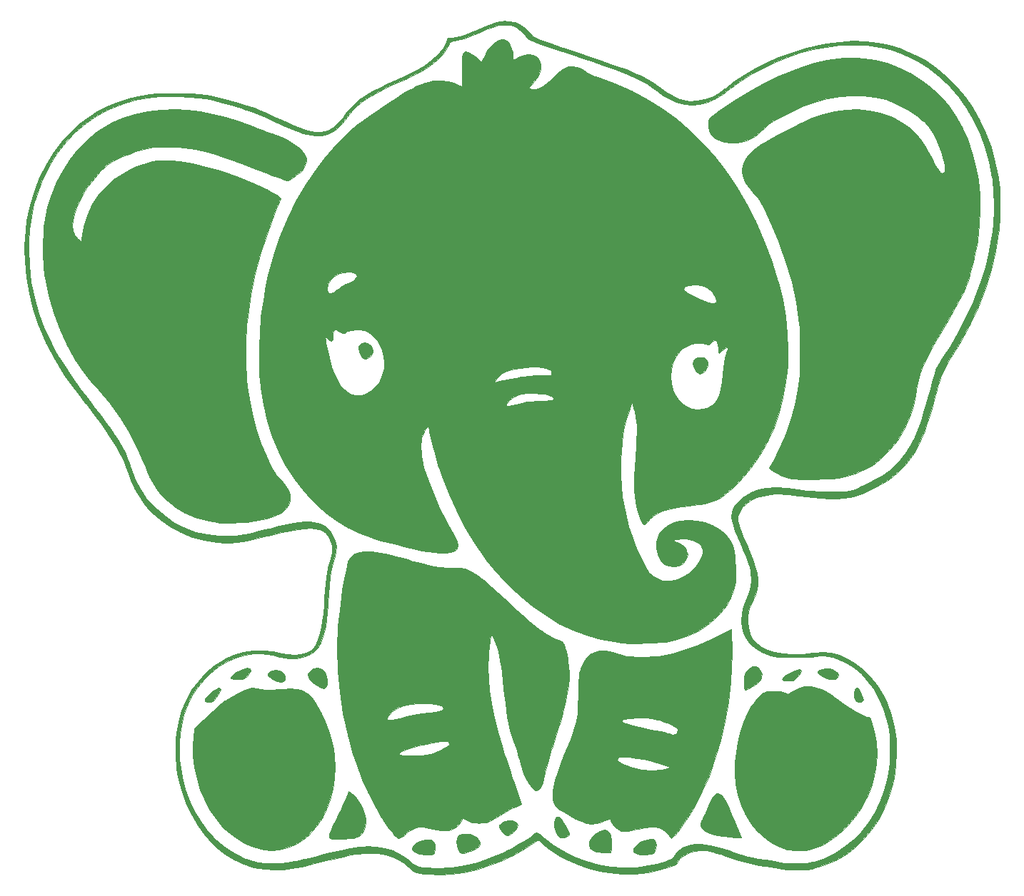
<source format=gbr>
%TF.GenerationSoftware,KiCad,Pcbnew,9.0.6*%
%TF.CreationDate,2026-01-10T10:01:33+01:00*%
%TF.ProjectId,Jumbo,4a756d62-6f2e-46b6-9963-61645f706362,rev?*%
%TF.SameCoordinates,Original*%
%TF.FileFunction,Legend,Top*%
%TF.FilePolarity,Positive*%
%FSLAX46Y46*%
G04 Gerber Fmt 4.6, Leading zero omitted, Abs format (unit mm)*
G04 Created by KiCad (PCBNEW 9.0.6) date 2026-01-10 10:01:33*
%MOMM*%
%LPD*%
G01*
G04 APERTURE LIST*
%ADD10C,0.120000*%
%ADD11C,0.150000*%
%ADD12C,0.010000*%
G04 APERTURE END LIST*
D10*
X143719524Y-113863855D02*
X143719524Y-113063855D01*
X143719524Y-113063855D02*
X143910000Y-113063855D01*
X143910000Y-113063855D02*
X144024286Y-113101950D01*
X144024286Y-113101950D02*
X144100476Y-113178140D01*
X144100476Y-113178140D02*
X144138571Y-113254331D01*
X144138571Y-113254331D02*
X144176667Y-113406712D01*
X144176667Y-113406712D02*
X144176667Y-113520998D01*
X144176667Y-113520998D02*
X144138571Y-113673379D01*
X144138571Y-113673379D02*
X144100476Y-113749569D01*
X144100476Y-113749569D02*
X144024286Y-113825760D01*
X144024286Y-113825760D02*
X143910000Y-113863855D01*
X143910000Y-113863855D02*
X143719524Y-113863855D01*
X144443333Y-113063855D02*
X144938571Y-113063855D01*
X144938571Y-113063855D02*
X144671905Y-113368617D01*
X144671905Y-113368617D02*
X144786190Y-113368617D01*
X144786190Y-113368617D02*
X144862381Y-113406712D01*
X144862381Y-113406712D02*
X144900476Y-113444807D01*
X144900476Y-113444807D02*
X144938571Y-113520998D01*
X144938571Y-113520998D02*
X144938571Y-113711474D01*
X144938571Y-113711474D02*
X144900476Y-113787664D01*
X144900476Y-113787664D02*
X144862381Y-113825760D01*
X144862381Y-113825760D02*
X144786190Y-113863855D01*
X144786190Y-113863855D02*
X144557619Y-113863855D01*
X144557619Y-113863855D02*
X144481428Y-113825760D01*
X144481428Y-113825760D02*
X144443333Y-113787664D01*
D11*
X139938095Y-115754819D02*
X139938095Y-114754819D01*
X140509523Y-115754819D02*
X140080952Y-115183390D01*
X140509523Y-114754819D02*
X139938095Y-115326247D01*
X132083333Y-113659580D02*
X132035714Y-113707200D01*
X132035714Y-113707200D02*
X131892857Y-113754819D01*
X131892857Y-113754819D02*
X131797619Y-113754819D01*
X131797619Y-113754819D02*
X131654762Y-113707200D01*
X131654762Y-113707200D02*
X131559524Y-113611961D01*
X131559524Y-113611961D02*
X131511905Y-113516723D01*
X131511905Y-113516723D02*
X131464286Y-113326247D01*
X131464286Y-113326247D02*
X131464286Y-113183390D01*
X131464286Y-113183390D02*
X131511905Y-112992914D01*
X131511905Y-112992914D02*
X131559524Y-112897676D01*
X131559524Y-112897676D02*
X131654762Y-112802438D01*
X131654762Y-112802438D02*
X131797619Y-112754819D01*
X131797619Y-112754819D02*
X131892857Y-112754819D01*
X131892857Y-112754819D02*
X132035714Y-112802438D01*
X132035714Y-112802438D02*
X132083333Y-112850057D01*
X133035714Y-113754819D02*
X132464286Y-113754819D01*
X132750000Y-113754819D02*
X132750000Y-112754819D01*
X132750000Y-112754819D02*
X132654762Y-112897676D01*
X132654762Y-112897676D02*
X132559524Y-112992914D01*
X132559524Y-112992914D02*
X132464286Y-113040533D01*
X131083333Y-104288152D02*
X131083333Y-104954819D01*
X130845238Y-103907200D02*
X130607143Y-104621485D01*
X130607143Y-104621485D02*
X131226190Y-104621485D01*
X131511905Y-103954819D02*
X132178571Y-103954819D01*
X132178571Y-103954819D02*
X131750000Y-104954819D01*
X132988095Y-104288152D02*
X132988095Y-104954819D01*
X132559524Y-104288152D02*
X132559524Y-104811961D01*
X132559524Y-104811961D02*
X132607143Y-104907200D01*
X132607143Y-104907200D02*
X132702381Y-104954819D01*
X132702381Y-104954819D02*
X132845238Y-104954819D01*
X132845238Y-104954819D02*
X132940476Y-104907200D01*
X132940476Y-104907200D02*
X132988095Y-104859580D01*
X133797619Y-104431009D02*
X133464286Y-104431009D01*
X133464286Y-104954819D02*
X133464286Y-103954819D01*
X133464286Y-103954819D02*
X133940476Y-103954819D01*
D12*
%TO.C,G\u002A\u002A\u002A*%
X169542746Y-123542311D02*
X169732843Y-123801968D01*
X169939633Y-124180458D01*
X170096076Y-124575348D01*
X170125408Y-124874077D01*
X170030215Y-125069727D01*
X169813086Y-125155377D01*
X169579256Y-125144496D01*
X169355370Y-125029241D01*
X169187996Y-124789857D01*
X169088811Y-124465507D01*
X169069496Y-124095353D01*
X169141729Y-123718558D01*
X169148282Y-123699300D01*
X169255532Y-123494058D01*
X169385332Y-123440701D01*
X169542746Y-123542311D01*
G36*
X169542746Y-123542311D02*
G01*
X169732843Y-123801968D01*
X169939633Y-124180458D01*
X170096076Y-124575348D01*
X170125408Y-124874077D01*
X170030215Y-125069727D01*
X169813086Y-125155377D01*
X169579256Y-125144496D01*
X169355370Y-125029241D01*
X169187996Y-124789857D01*
X169088811Y-124465507D01*
X169069496Y-124095353D01*
X169141729Y-123718558D01*
X169148282Y-123699300D01*
X169255532Y-123494058D01*
X169385332Y-123440701D01*
X169542746Y-123542311D01*
G37*
X128490991Y-139211614D02*
X128778855Y-139294907D01*
X129053807Y-139464452D01*
X129169972Y-139678928D01*
X129127046Y-139941137D01*
X128924726Y-140253879D01*
X128643361Y-140546570D01*
X128324936Y-140812431D01*
X128067521Y-140940096D01*
X127836380Y-140931032D01*
X127596776Y-140786708D01*
X127398865Y-140599186D01*
X127116037Y-140250534D01*
X126990058Y-139957252D01*
X127021731Y-139721309D01*
X127033579Y-139700977D01*
X127285533Y-139447772D01*
X127644361Y-139274378D01*
X128062152Y-139191943D01*
X128490991Y-139211614D01*
G36*
X128490991Y-139211614D02*
G01*
X128778855Y-139294907D01*
X129053807Y-139464452D01*
X129169972Y-139678928D01*
X129127046Y-139941137D01*
X128924726Y-140253879D01*
X128643361Y-140546570D01*
X128324936Y-140812431D01*
X128067521Y-140940096D01*
X127836380Y-140931032D01*
X127596776Y-140786708D01*
X127398865Y-140599186D01*
X127116037Y-140250534D01*
X126990058Y-139957252D01*
X127021731Y-139721309D01*
X127033579Y-139700977D01*
X127285533Y-139447772D01*
X127644361Y-139274378D01*
X128062152Y-139191943D01*
X128490991Y-139211614D01*
G37*
X151176537Y-84244466D02*
X151353646Y-84296470D01*
X151486128Y-84409919D01*
X151523188Y-84455084D01*
X151672318Y-84777000D01*
X151667208Y-85164733D01*
X151540891Y-85544333D01*
X151321802Y-85901497D01*
X151064612Y-86099731D01*
X150775187Y-86135497D01*
X150628068Y-86094531D01*
X150367661Y-85912682D01*
X150146569Y-85620249D01*
X150000949Y-85275952D01*
X149963000Y-85014426D01*
X150024589Y-84656124D01*
X150211533Y-84408340D01*
X150527093Y-84268330D01*
X150892909Y-84232000D01*
X151176537Y-84244466D01*
G36*
X151176537Y-84244466D02*
G01*
X151353646Y-84296470D01*
X151486128Y-84409919D01*
X151523188Y-84455084D01*
X151672318Y-84777000D01*
X151667208Y-85164733D01*
X151540891Y-85544333D01*
X151321802Y-85901497D01*
X151064612Y-86099731D01*
X150775187Y-86135497D01*
X150628068Y-86094531D01*
X150367661Y-85912682D01*
X150146569Y-85620249D01*
X150000949Y-85275952D01*
X149963000Y-85014426D01*
X150024589Y-84656124D01*
X150211533Y-84408340D01*
X150527093Y-84268330D01*
X150892909Y-84232000D01*
X151176537Y-84244466D01*
G37*
X162739666Y-121293530D02*
X162778449Y-121429717D01*
X162684097Y-121655642D01*
X162456393Y-121966068D01*
X162297758Y-122145615D01*
X161890770Y-122586000D01*
X161303218Y-122580049D01*
X160982705Y-122568426D01*
X160713991Y-122543782D01*
X160559362Y-122512586D01*
X160502473Y-122428897D01*
X160575571Y-122291216D01*
X160754818Y-122116346D01*
X161016374Y-121921090D01*
X161336403Y-121722251D01*
X161691067Y-121536633D01*
X162056527Y-121381038D01*
X162263550Y-121311319D01*
X162567961Y-121252319D01*
X162739666Y-121293530D01*
G36*
X162739666Y-121293530D02*
G01*
X162778449Y-121429717D01*
X162684097Y-121655642D01*
X162456393Y-121966068D01*
X162297758Y-122145615D01*
X161890770Y-122586000D01*
X161303218Y-122580049D01*
X160982705Y-122568426D01*
X160713991Y-122543782D01*
X160559362Y-122512586D01*
X160502473Y-122428897D01*
X160575571Y-122291216D01*
X160754818Y-122116346D01*
X161016374Y-121921090D01*
X161336403Y-121722251D01*
X161691067Y-121536633D01*
X162056527Y-121381038D01*
X162263550Y-121311319D01*
X162567961Y-121252319D01*
X162739666Y-121293530D01*
G37*
X105815380Y-121168089D02*
X106165439Y-121381285D01*
X106419836Y-121717321D01*
X106454593Y-121793162D01*
X106536450Y-122116674D01*
X106567471Y-122523112D01*
X106546368Y-122933480D01*
X106478384Y-123250699D01*
X106352761Y-123449903D01*
X106153663Y-123516042D01*
X105869697Y-123449521D01*
X105544339Y-123283809D01*
X105113089Y-122996089D01*
X104750223Y-122691260D01*
X104486487Y-122398101D01*
X104362473Y-122177470D01*
X104327771Y-121845290D01*
X104440729Y-121536474D01*
X104680220Y-121288005D01*
X104944273Y-121158930D01*
X105398658Y-121089912D01*
X105815380Y-121168089D01*
G36*
X105815380Y-121168089D02*
G01*
X106165439Y-121381285D01*
X106419836Y-121717321D01*
X106454593Y-121793162D01*
X106536450Y-122116674D01*
X106567471Y-122523112D01*
X106546368Y-122933480D01*
X106478384Y-123250699D01*
X106352761Y-123449903D01*
X106153663Y-123516042D01*
X105869697Y-123449521D01*
X105544339Y-123283809D01*
X105113089Y-122996089D01*
X104750223Y-122691260D01*
X104486487Y-122398101D01*
X104362473Y-122177470D01*
X104327771Y-121845290D01*
X104440729Y-121536474D01*
X104680220Y-121288005D01*
X104944273Y-121158930D01*
X105398658Y-121089912D01*
X105815380Y-121168089D01*
G37*
X166066967Y-121162090D02*
X166434294Y-121228311D01*
X166601539Y-121284161D01*
X166895326Y-121459490D01*
X167093074Y-121692127D01*
X167178095Y-121945657D01*
X167133698Y-122183667D01*
X167059619Y-122283619D01*
X166868394Y-122376133D01*
X166569231Y-122414817D01*
X166214295Y-122400982D01*
X165855750Y-122335942D01*
X165599016Y-122246859D01*
X165175379Y-122026821D01*
X164887655Y-121815803D01*
X164748572Y-121623951D01*
X164737333Y-121559914D01*
X164814708Y-121401050D01*
X165022645Y-121276468D01*
X165324857Y-121191536D01*
X165685060Y-121151621D01*
X166066967Y-121162090D01*
G36*
X166066967Y-121162090D02*
G01*
X166434294Y-121228311D01*
X166601539Y-121284161D01*
X166895326Y-121459490D01*
X167093074Y-121692127D01*
X167178095Y-121945657D01*
X167133698Y-122183667D01*
X167059619Y-122283619D01*
X166868394Y-122376133D01*
X166569231Y-122414817D01*
X166214295Y-122400982D01*
X165855750Y-122335942D01*
X165599016Y-122246859D01*
X165175379Y-122026821D01*
X164887655Y-121815803D01*
X164748572Y-121623951D01*
X164737333Y-121559914D01*
X164814708Y-121401050D01*
X165022645Y-121276468D01*
X165324857Y-121191536D01*
X165685060Y-121151621D01*
X166066967Y-121162090D01*
G37*
X100827257Y-121368302D02*
X100935199Y-121398752D01*
X101290341Y-121573336D01*
X101499388Y-121822470D01*
X101575234Y-122162423D01*
X101576000Y-122207374D01*
X101557851Y-122447418D01*
X101483631Y-122582052D01*
X101360349Y-122657076D01*
X101167035Y-122730607D01*
X100996777Y-122741478D01*
X100777924Y-122687748D01*
X100631474Y-122637335D01*
X100209431Y-122459024D01*
X99870090Y-122261359D01*
X99639829Y-122063082D01*
X99545026Y-121882933D01*
X99544000Y-121864716D01*
X99620904Y-121653383D01*
X99826042Y-121485227D01*
X100121055Y-121373096D01*
X100467580Y-121329838D01*
X100827257Y-121368302D01*
G36*
X100827257Y-121368302D02*
G01*
X100935199Y-121398752D01*
X101290341Y-121573336D01*
X101499388Y-121822470D01*
X101575234Y-122162423D01*
X101576000Y-122207374D01*
X101557851Y-122447418D01*
X101483631Y-122582052D01*
X101360349Y-122657076D01*
X101167035Y-122730607D01*
X100996777Y-122741478D01*
X100777924Y-122687748D01*
X100631474Y-122637335D01*
X100209431Y-122459024D01*
X99870090Y-122261359D01*
X99639829Y-122063082D01*
X99545026Y-121882933D01*
X99544000Y-121864716D01*
X99620904Y-121653383D01*
X99826042Y-121485227D01*
X100121055Y-121373096D01*
X100467580Y-121329838D01*
X100827257Y-121368302D01*
G37*
X111397402Y-82577682D02*
X111422704Y-82590140D01*
X111753874Y-82818373D01*
X111936505Y-83107202D01*
X111988117Y-83442804D01*
X111927357Y-83775178D01*
X111763403Y-84056089D01*
X111529353Y-84264743D01*
X111258302Y-84380343D01*
X110983348Y-84382095D01*
X110737588Y-84249202D01*
X110724665Y-84236665D01*
X110608728Y-84059630D01*
X110485428Y-83780679D01*
X110377935Y-83464454D01*
X110309423Y-83175597D01*
X110296666Y-83042717D01*
X110346591Y-82879907D01*
X110467208Y-82683417D01*
X110472145Y-82677084D01*
X110713305Y-82494589D01*
X111025486Y-82461111D01*
X111397402Y-82577682D01*
G36*
X111397402Y-82577682D02*
G01*
X111422704Y-82590140D01*
X111753874Y-82818373D01*
X111936505Y-83107202D01*
X111988117Y-83442804D01*
X111927357Y-83775178D01*
X111763403Y-84056089D01*
X111529353Y-84264743D01*
X111258302Y-84380343D01*
X110983348Y-84382095D01*
X110737588Y-84249202D01*
X110724665Y-84236665D01*
X110608728Y-84059630D01*
X110485428Y-83780679D01*
X110377935Y-83464454D01*
X110309423Y-83175597D01*
X110296666Y-83042717D01*
X110346591Y-82879907D01*
X110467208Y-82683417D01*
X110472145Y-82677084D01*
X110713305Y-82494589D01*
X111025486Y-82461111D01*
X111397402Y-82577682D01*
G37*
X134007437Y-138747948D02*
X134197139Y-138864970D01*
X134359804Y-139035134D01*
X134558826Y-139309483D01*
X134770532Y-139646356D01*
X134971249Y-140004097D01*
X135137306Y-140341047D01*
X135245030Y-140615548D01*
X135273333Y-140758833D01*
X135195999Y-140971798D01*
X134984736Y-141127518D01*
X134670655Y-141206646D01*
X134543598Y-141212666D01*
X134292872Y-141189338D01*
X134106567Y-141093529D01*
X133932056Y-140918647D01*
X133650404Y-140473995D01*
X133514412Y-139961229D01*
X133529415Y-139407008D01*
X133581921Y-139168664D01*
X133693535Y-138871279D01*
X133829250Y-138734063D01*
X134007437Y-138747948D01*
G36*
X134007437Y-138747948D02*
G01*
X134197139Y-138864970D01*
X134359804Y-139035134D01*
X134558826Y-139309483D01*
X134770532Y-139646356D01*
X134971249Y-140004097D01*
X135137306Y-140341047D01*
X135245030Y-140615548D01*
X135273333Y-140758833D01*
X135195999Y-140971798D01*
X134984736Y-141127518D01*
X134670655Y-141206646D01*
X134543598Y-141212666D01*
X134292872Y-141189338D01*
X134106567Y-141093529D01*
X133932056Y-140918647D01*
X133650404Y-140473995D01*
X133514412Y-139961229D01*
X133529415Y-139407008D01*
X133581921Y-139168664D01*
X133693535Y-138871279D01*
X133829250Y-138734063D01*
X134007437Y-138747948D01*
G37*
X93896231Y-123478448D02*
X93955980Y-123602411D01*
X93956000Y-123605707D01*
X93906342Y-123766235D01*
X93776947Y-124012573D01*
X93597180Y-124301033D01*
X93396403Y-124587925D01*
X93203984Y-124829557D01*
X93049286Y-124982242D01*
X93016807Y-125003064D01*
X92739722Y-125090508D01*
X92415898Y-125118213D01*
X92139535Y-125079130D01*
X92116105Y-125070462D01*
X92072223Y-124976088D01*
X92127808Y-124797718D01*
X92261852Y-124570348D01*
X92453347Y-124328975D01*
X92681286Y-124108597D01*
X92705154Y-124089158D01*
X93121710Y-123779782D01*
X93467083Y-123571777D01*
X93729261Y-123469784D01*
X93896231Y-123478448D01*
G36*
X93896231Y-123478448D02*
G01*
X93955980Y-123602411D01*
X93956000Y-123605707D01*
X93906342Y-123766235D01*
X93776947Y-124012573D01*
X93597180Y-124301033D01*
X93396403Y-124587925D01*
X93203984Y-124829557D01*
X93049286Y-124982242D01*
X93016807Y-125003064D01*
X92739722Y-125090508D01*
X92415898Y-125118213D01*
X92139535Y-125079130D01*
X92116105Y-125070462D01*
X92072223Y-124976088D01*
X92127808Y-124797718D01*
X92261852Y-124570348D01*
X92453347Y-124328975D01*
X92681286Y-124108597D01*
X92705154Y-124089158D01*
X93121710Y-123779782D01*
X93467083Y-123571777D01*
X93729261Y-123469784D01*
X93896231Y-123478448D01*
G37*
X145249948Y-141418137D02*
X145462544Y-141536833D01*
X145567893Y-141761616D01*
X145598259Y-142084766D01*
X145553367Y-142452686D01*
X145468681Y-142729435D01*
X145369846Y-142935535D01*
X145246467Y-143052540D01*
X145039142Y-143125982D01*
X144914180Y-143154482D01*
X144313564Y-143232970D01*
X143753625Y-143210565D01*
X143367722Y-143119649D01*
X143064643Y-142991847D01*
X142907767Y-142861852D01*
X142876184Y-142700141D01*
X142935129Y-142508854D01*
X143116860Y-142237409D01*
X143404623Y-141982824D01*
X143764590Y-141758108D01*
X144162934Y-141576271D01*
X144565827Y-141450324D01*
X144939441Y-141393276D01*
X145249948Y-141418137D01*
G36*
X145249948Y-141418137D02*
G01*
X145462544Y-141536833D01*
X145567893Y-141761616D01*
X145598259Y-142084766D01*
X145553367Y-142452686D01*
X145468681Y-142729435D01*
X145369846Y-142935535D01*
X145246467Y-143052540D01*
X145039142Y-143125982D01*
X144914180Y-143154482D01*
X144313564Y-143232970D01*
X143753625Y-143210565D01*
X143367722Y-143119649D01*
X143064643Y-142991847D01*
X142907767Y-142861852D01*
X142876184Y-142700141D01*
X142935129Y-142508854D01*
X143116860Y-142237409D01*
X143404623Y-141982824D01*
X143764590Y-141758108D01*
X144162934Y-141576271D01*
X144565827Y-141450324D01*
X144939441Y-141393276D01*
X145249948Y-141418137D01*
G37*
X97291311Y-121103227D02*
X97397577Y-121165595D01*
X97407958Y-121175672D01*
X97486261Y-121361246D01*
X97444313Y-121601902D01*
X97304053Y-121860767D01*
X97087420Y-122100968D01*
X96816353Y-122285632D01*
X96723321Y-122326360D01*
X96492534Y-122374948D01*
X96159285Y-122400222D01*
X95789026Y-122400745D01*
X95447210Y-122375080D01*
X95331833Y-122356914D01*
X95188579Y-122317402D01*
X95156178Y-122247883D01*
X95231654Y-122106505D01*
X95306420Y-121999295D01*
X95508542Y-121803106D01*
X95826571Y-121591681D01*
X96212215Y-121391161D01*
X96617179Y-121227684D01*
X96869352Y-121153318D01*
X97133337Y-121099886D01*
X97291311Y-121103227D01*
G36*
X97291311Y-121103227D02*
G01*
X97397577Y-121165595D01*
X97407958Y-121175672D01*
X97486261Y-121361246D01*
X97444313Y-121601902D01*
X97304053Y-121860767D01*
X97087420Y-122100968D01*
X96816353Y-122285632D01*
X96723321Y-122326360D01*
X96492534Y-122374948D01*
X96159285Y-122400222D01*
X95789026Y-122400745D01*
X95447210Y-122375080D01*
X95331833Y-122356914D01*
X95188579Y-122317402D01*
X95156178Y-122247883D01*
X95231654Y-122106505D01*
X95306420Y-121999295D01*
X95508542Y-121803106D01*
X95826571Y-121591681D01*
X96212215Y-121391161D01*
X96617179Y-121227684D01*
X96869352Y-121153318D01*
X97133337Y-121099886D01*
X97291311Y-121103227D01*
G37*
X139841207Y-140423543D02*
X140068110Y-140671701D01*
X140223345Y-141044199D01*
X140301344Y-141529092D01*
X140296540Y-142114441D01*
X140239157Y-142588500D01*
X140173624Y-142990666D01*
X139522645Y-142982000D01*
X139169072Y-142969669D01*
X138849468Y-142945348D01*
X138628940Y-142914109D01*
X138617666Y-142911497D01*
X138274895Y-142794632D01*
X137973792Y-142632966D01*
X137768326Y-142457477D01*
X137731176Y-142402689D01*
X137641970Y-142068405D01*
X137694468Y-141702820D01*
X137870739Y-141331110D01*
X138152850Y-140978453D01*
X138522867Y-140670023D01*
X138962860Y-140430999D01*
X139194665Y-140348007D01*
X139548203Y-140311664D01*
X139841207Y-140423543D01*
G36*
X139841207Y-140423543D02*
G01*
X140068110Y-140671701D01*
X140223345Y-141044199D01*
X140301344Y-141529092D01*
X140296540Y-142114441D01*
X140239157Y-142588500D01*
X140173624Y-142990666D01*
X139522645Y-142982000D01*
X139169072Y-142969669D01*
X138849468Y-142945348D01*
X138628940Y-142914109D01*
X138617666Y-142911497D01*
X138274895Y-142794632D01*
X137973792Y-142632966D01*
X137768326Y-142457477D01*
X137731176Y-142402689D01*
X137641970Y-142068405D01*
X137694468Y-141702820D01*
X137870739Y-141331110D01*
X138152850Y-140978453D01*
X138522867Y-140670023D01*
X138962860Y-140430999D01*
X139194665Y-140348007D01*
X139548203Y-140311664D01*
X139841207Y-140423543D01*
G37*
X123236714Y-140775063D02*
X123564026Y-140828583D01*
X123702428Y-140866148D01*
X124016949Y-141018998D01*
X124325134Y-141243716D01*
X124573351Y-141495429D01*
X124697864Y-141699019D01*
X124718993Y-141972848D01*
X124578501Y-142240147D01*
X124284099Y-142494282D01*
X123843500Y-142728620D01*
X123264416Y-142936526D01*
X123256466Y-142938890D01*
X122874135Y-143038057D01*
X122607812Y-143064633D01*
X122419108Y-143015565D01*
X122269633Y-142887800D01*
X122245726Y-142858497D01*
X122071539Y-142535604D01*
X121959288Y-142127079D01*
X121923545Y-141709232D01*
X121966493Y-141395920D01*
X122109195Y-141063294D01*
X122316629Y-140861529D01*
X122622553Y-140767321D01*
X122898163Y-140752763D01*
X123236714Y-140775063D01*
G36*
X123236714Y-140775063D02*
G01*
X123564026Y-140828583D01*
X123702428Y-140866148D01*
X124016949Y-141018998D01*
X124325134Y-141243716D01*
X124573351Y-141495429D01*
X124697864Y-141699019D01*
X124718993Y-141972848D01*
X124578501Y-142240147D01*
X124284099Y-142494282D01*
X123843500Y-142728620D01*
X123264416Y-142936526D01*
X123256466Y-142938890D01*
X122874135Y-143038057D01*
X122607812Y-143064633D01*
X122419108Y-143015565D01*
X122269633Y-142887800D01*
X122245726Y-142858497D01*
X122071539Y-142535604D01*
X121959288Y-142127079D01*
X121923545Y-141709232D01*
X121966493Y-141395920D01*
X122109195Y-141063294D01*
X122316629Y-140861529D01*
X122622553Y-140767321D01*
X122898163Y-140752763D01*
X123236714Y-140775063D01*
G37*
X157691878Y-121035448D02*
X157929297Y-121282912D01*
X158059195Y-121571755D01*
X158112479Y-121823986D01*
X158090532Y-122050881D01*
X158017397Y-122272479D01*
X157857200Y-122593967D01*
X157627086Y-122867283D01*
X157295478Y-123122181D01*
X156836014Y-123385701D01*
X156515657Y-123549678D01*
X156310556Y-123643274D01*
X156187310Y-123677195D01*
X156112518Y-123662145D01*
X156073111Y-123630222D01*
X156047605Y-123525105D01*
X156028308Y-123293472D01*
X156018258Y-122978110D01*
X156017493Y-122847055D01*
X156028962Y-122429718D01*
X156069464Y-122118184D01*
X156149823Y-121849904D01*
X156217089Y-121693479D01*
X156457876Y-121315274D01*
X156753507Y-121058534D01*
X157076224Y-120925094D01*
X157398268Y-120916787D01*
X157691878Y-121035448D01*
G36*
X157691878Y-121035448D02*
G01*
X157929297Y-121282912D01*
X158059195Y-121571755D01*
X158112479Y-121823986D01*
X158090532Y-122050881D01*
X158017397Y-122272479D01*
X157857200Y-122593967D01*
X157627086Y-122867283D01*
X157295478Y-123122181D01*
X156836014Y-123385701D01*
X156515657Y-123549678D01*
X156310556Y-123643274D01*
X156187310Y-123677195D01*
X156112518Y-123662145D01*
X156073111Y-123630222D01*
X156047605Y-123525105D01*
X156028308Y-123293472D01*
X156018258Y-122978110D01*
X156017493Y-122847055D01*
X156028962Y-122429718D01*
X156069464Y-122118184D01*
X156149823Y-121849904D01*
X156217089Y-121693479D01*
X156457876Y-121315274D01*
X156753507Y-121058534D01*
X157076224Y-120925094D01*
X157398268Y-120916787D01*
X157691878Y-121035448D01*
G37*
X118865566Y-141487279D02*
X119003424Y-141546852D01*
X119135545Y-141661853D01*
X119138932Y-141665235D01*
X119272019Y-141830492D01*
X119337217Y-142022617D01*
X119355872Y-142308587D01*
X119356000Y-142346306D01*
X119340891Y-142652780D01*
X119302328Y-142921977D01*
X119273428Y-143027488D01*
X119223967Y-143133987D01*
X119149863Y-143198130D01*
X119012957Y-143230318D01*
X118775088Y-143240952D01*
X118490262Y-143240950D01*
X118112017Y-143224420D01*
X117754408Y-143184143D01*
X117486179Y-143128267D01*
X117455895Y-143118333D01*
X117128174Y-142972519D01*
X116861607Y-142800049D01*
X116697325Y-142630114D01*
X116666943Y-142558360D01*
X116704989Y-142350804D01*
X116863776Y-142112906D01*
X117109803Y-141884214D01*
X117377817Y-141719102D01*
X117843208Y-141560126D01*
X118355765Y-141484310D01*
X118667752Y-141470606D01*
X118865566Y-141487279D01*
G36*
X118865566Y-141487279D02*
G01*
X119003424Y-141546852D01*
X119135545Y-141661853D01*
X119138932Y-141665235D01*
X119272019Y-141830492D01*
X119337217Y-142022617D01*
X119355872Y-142308587D01*
X119356000Y-142346306D01*
X119340891Y-142652780D01*
X119302328Y-142921977D01*
X119273428Y-143027488D01*
X119223967Y-143133987D01*
X119149863Y-143198130D01*
X119012957Y-143230318D01*
X118775088Y-143240952D01*
X118490262Y-143240950D01*
X118112017Y-143224420D01*
X117754408Y-143184143D01*
X117486179Y-143128267D01*
X117455895Y-143118333D01*
X117128174Y-142972519D01*
X116861607Y-142800049D01*
X116697325Y-142630114D01*
X116666943Y-142558360D01*
X116704989Y-142350804D01*
X116863776Y-142112906D01*
X117109803Y-141884214D01*
X117377817Y-141719102D01*
X117843208Y-141560126D01*
X118355765Y-141484310D01*
X118667752Y-141470606D01*
X118865566Y-141487279D01*
G37*
X153206017Y-136089521D02*
X153370230Y-136247808D01*
X153552416Y-136475217D01*
X153732270Y-136745564D01*
X153919640Y-137078721D01*
X154124372Y-137494559D01*
X154356315Y-138012951D01*
X154625315Y-138653769D01*
X154902966Y-139340897D01*
X155649921Y-141212666D01*
X155177127Y-141199116D01*
X154847393Y-141185837D01*
X154535781Y-141167155D01*
X154408000Y-141156581D01*
X153593440Y-141056357D01*
X152855080Y-140924793D01*
X152214018Y-140767414D01*
X151691353Y-140589743D01*
X151308183Y-140397304D01*
X151196937Y-140315950D01*
X150960310Y-140018226D01*
X150879660Y-139662361D01*
X150957849Y-139262533D01*
X150975374Y-139218618D01*
X151092350Y-138975769D01*
X151210456Y-138785117D01*
X151234632Y-138755529D01*
X151311829Y-138624771D01*
X151428814Y-138372106D01*
X151569015Y-138035305D01*
X151700371Y-137694097D01*
X151970801Y-137026713D01*
X152227866Y-136524135D01*
X152475744Y-136182744D01*
X152718610Y-135998923D01*
X152960643Y-135969054D01*
X153206017Y-136089521D01*
G36*
X153206017Y-136089521D02*
G01*
X153370230Y-136247808D01*
X153552416Y-136475217D01*
X153732270Y-136745564D01*
X153919640Y-137078721D01*
X154124372Y-137494559D01*
X154356315Y-138012951D01*
X154625315Y-138653769D01*
X154902966Y-139340897D01*
X155649921Y-141212666D01*
X155177127Y-141199116D01*
X154847393Y-141185837D01*
X154535781Y-141167155D01*
X154408000Y-141156581D01*
X153593440Y-141056357D01*
X152855080Y-140924793D01*
X152214018Y-140767414D01*
X151691353Y-140589743D01*
X151308183Y-140397304D01*
X151196937Y-140315950D01*
X150960310Y-140018226D01*
X150879660Y-139662361D01*
X150957849Y-139262533D01*
X150975374Y-139218618D01*
X151092350Y-138975769D01*
X151210456Y-138785117D01*
X151234632Y-138755529D01*
X151311829Y-138624771D01*
X151428814Y-138372106D01*
X151569015Y-138035305D01*
X151700371Y-137694097D01*
X151970801Y-137026713D01*
X152227866Y-136524135D01*
X152475744Y-136182744D01*
X152718610Y-135998923D01*
X152960643Y-135969054D01*
X153206017Y-136089521D01*
G37*
X109363692Y-135877498D02*
X109883425Y-136340364D01*
X110340073Y-136926724D01*
X110712979Y-137596140D01*
X110981488Y-138308172D01*
X111124947Y-139022383D01*
X111143333Y-139361637D01*
X111089768Y-139944614D01*
X110920870Y-140413312D01*
X110624335Y-140787837D01*
X110187859Y-141088294D01*
X110042666Y-141160141D01*
X109875727Y-141228279D01*
X109693350Y-141277608D01*
X109463639Y-141311684D01*
X109154699Y-141334063D01*
X108734631Y-141348302D01*
X108282051Y-141356438D01*
X107762545Y-141362023D01*
X107387907Y-141360309D01*
X107133754Y-141349297D01*
X106975705Y-141326988D01*
X106889377Y-141291382D01*
X106850388Y-141240481D01*
X106849816Y-141239013D01*
X106828570Y-141097596D01*
X106856679Y-140893845D01*
X106939611Y-140613729D01*
X107082832Y-140243216D01*
X107291810Y-139768274D01*
X107572011Y-139174872D01*
X107928901Y-138448978D01*
X107965138Y-138376333D01*
X108235708Y-137827485D01*
X108484608Y-137309413D01*
X108700275Y-136847234D01*
X108871149Y-136466064D01*
X108985669Y-136191021D01*
X109028445Y-136066278D01*
X109119415Y-135703557D01*
X109363692Y-135877498D01*
G36*
X109363692Y-135877498D02*
G01*
X109883425Y-136340364D01*
X110340073Y-136926724D01*
X110712979Y-137596140D01*
X110981488Y-138308172D01*
X111124947Y-139022383D01*
X111143333Y-139361637D01*
X111089768Y-139944614D01*
X110920870Y-140413312D01*
X110624335Y-140787837D01*
X110187859Y-141088294D01*
X110042666Y-141160141D01*
X109875727Y-141228279D01*
X109693350Y-141277608D01*
X109463639Y-141311684D01*
X109154699Y-141334063D01*
X108734631Y-141348302D01*
X108282051Y-141356438D01*
X107762545Y-141362023D01*
X107387907Y-141360309D01*
X107133754Y-141349297D01*
X106975705Y-141326988D01*
X106889377Y-141291382D01*
X106850388Y-141240481D01*
X106849816Y-141239013D01*
X106828570Y-141097596D01*
X106856679Y-140893845D01*
X106939611Y-140613729D01*
X107082832Y-140243216D01*
X107291810Y-139768274D01*
X107572011Y-139174872D01*
X107928901Y-138448978D01*
X107965138Y-138376333D01*
X108235708Y-137827485D01*
X108484608Y-137309413D01*
X108700275Y-136847234D01*
X108871149Y-136466064D01*
X108985669Y-136191021D01*
X109028445Y-136066278D01*
X109119415Y-135703557D01*
X109363692Y-135877498D01*
G37*
X97827867Y-123467705D02*
X98083812Y-123519896D01*
X98208502Y-123550742D01*
X98685974Y-123635071D01*
X99283261Y-123676629D01*
X100012914Y-123675580D01*
X100887485Y-123632089D01*
X101403595Y-123592765D01*
X102228466Y-123551601D01*
X102919623Y-123584732D01*
X103499640Y-123701286D01*
X103991095Y-123910388D01*
X104416562Y-124221166D01*
X104798617Y-124642745D01*
X105101611Y-125087710D01*
X105783789Y-126270591D01*
X106335336Y-127392771D01*
X106767688Y-128485693D01*
X107092282Y-129580800D01*
X107320556Y-130709536D01*
X107421599Y-131466066D01*
X107503596Y-132836769D01*
X107450170Y-134175901D01*
X107265879Y-135468862D01*
X106955283Y-136701045D01*
X106522940Y-137857850D01*
X105973411Y-138924672D01*
X105311253Y-139886909D01*
X104541025Y-140729957D01*
X104524608Y-140745447D01*
X103662049Y-141461750D01*
X102769535Y-142018210D01*
X101852670Y-142412923D01*
X100917053Y-142643982D01*
X99968287Y-142709481D01*
X99037360Y-142612394D01*
X97875595Y-142309771D01*
X96779005Y-141854103D01*
X95742821Y-141242778D01*
X94762277Y-140473181D01*
X94252333Y-139988942D01*
X93425719Y-139039213D01*
X92693783Y-137965598D01*
X92063528Y-136789077D01*
X91541954Y-135530630D01*
X91136064Y-134211237D01*
X90852857Y-132851880D01*
X90699336Y-131473537D01*
X90682501Y-130097191D01*
X90726797Y-129424186D01*
X90831041Y-128301000D01*
X91441020Y-127680779D01*
X91909857Y-127219317D01*
X92439915Y-126722951D01*
X92996790Y-126221939D01*
X93546075Y-125746539D01*
X94053365Y-125327009D01*
X94484257Y-124993607D01*
X94554363Y-124942700D01*
X95239488Y-124493989D01*
X95972170Y-124087819D01*
X96691315Y-123756317D01*
X97102426Y-123602762D01*
X97408623Y-123505778D01*
X97626620Y-123461879D01*
X97827867Y-123467705D01*
G36*
X97827867Y-123467705D02*
G01*
X98083812Y-123519896D01*
X98208502Y-123550742D01*
X98685974Y-123635071D01*
X99283261Y-123676629D01*
X100012914Y-123675580D01*
X100887485Y-123632089D01*
X101403595Y-123592765D01*
X102228466Y-123551601D01*
X102919623Y-123584732D01*
X103499640Y-123701286D01*
X103991095Y-123910388D01*
X104416562Y-124221166D01*
X104798617Y-124642745D01*
X105101611Y-125087710D01*
X105783789Y-126270591D01*
X106335336Y-127392771D01*
X106767688Y-128485693D01*
X107092282Y-129580800D01*
X107320556Y-130709536D01*
X107421599Y-131466066D01*
X107503596Y-132836769D01*
X107450170Y-134175901D01*
X107265879Y-135468862D01*
X106955283Y-136701045D01*
X106522940Y-137857850D01*
X105973411Y-138924672D01*
X105311253Y-139886909D01*
X104541025Y-140729957D01*
X104524608Y-140745447D01*
X103662049Y-141461750D01*
X102769535Y-142018210D01*
X101852670Y-142412923D01*
X100917053Y-142643982D01*
X99968287Y-142709481D01*
X99037360Y-142612394D01*
X97875595Y-142309771D01*
X96779005Y-141854103D01*
X95742821Y-141242778D01*
X94762277Y-140473181D01*
X94252333Y-139988942D01*
X93425719Y-139039213D01*
X92693783Y-137965598D01*
X92063528Y-136789077D01*
X91541954Y-135530630D01*
X91136064Y-134211237D01*
X90852857Y-132851880D01*
X90699336Y-131473537D01*
X90682501Y-130097191D01*
X90726797Y-129424186D01*
X90831041Y-128301000D01*
X91441020Y-127680779D01*
X91909857Y-127219317D01*
X92439915Y-126722951D01*
X92996790Y-126221939D01*
X93546075Y-125746539D01*
X94053365Y-125327009D01*
X94484257Y-124993607D01*
X94554363Y-124942700D01*
X95239488Y-124493989D01*
X95972170Y-124087819D01*
X96691315Y-123756317D01*
X97102426Y-123602762D01*
X97408623Y-123505778D01*
X97626620Y-123461879D01*
X97827867Y-123467705D01*
G37*
X164575439Y-123400153D02*
X164822641Y-123480991D01*
X165178340Y-123619560D01*
X165521723Y-123778428D01*
X165878379Y-123973161D01*
X166273901Y-124219323D01*
X166733877Y-124532479D01*
X167283899Y-124928193D01*
X167665578Y-125210086D01*
X168402590Y-125735168D01*
X169079737Y-126171587D01*
X169682404Y-126511097D01*
X170195979Y-126745450D01*
X170597749Y-126864961D01*
X170779815Y-126911192D01*
X170900083Y-126996851D01*
X170998364Y-127164976D01*
X171092423Y-127399739D01*
X171458435Y-128607172D01*
X171674946Y-129873644D01*
X171743197Y-131181055D01*
X171664431Y-132511306D01*
X171439889Y-133846299D01*
X171070814Y-135167934D01*
X170558447Y-136458112D01*
X170455960Y-136675547D01*
X169854369Y-137781178D01*
X169156575Y-138790351D01*
X168330281Y-139748372D01*
X168089304Y-139995780D01*
X167142335Y-140859208D01*
X166182358Y-141563554D01*
X165214190Y-142105925D01*
X164242646Y-142483424D01*
X163732978Y-142614610D01*
X163192644Y-142691770D01*
X162564736Y-142723188D01*
X161922519Y-142708981D01*
X161339259Y-142649267D01*
X161128504Y-142610429D01*
X160297161Y-142351604D01*
X159459773Y-141942101D01*
X158642269Y-141397528D01*
X157870579Y-140733495D01*
X157661556Y-140523407D01*
X156860699Y-139569299D01*
X156190020Y-138514770D01*
X155654973Y-137373932D01*
X155261014Y-136160896D01*
X155013597Y-134889775D01*
X154918176Y-133574680D01*
X154917193Y-133423333D01*
X154961861Y-132311966D01*
X155089650Y-131148948D01*
X155291947Y-129973874D01*
X155560137Y-128826339D01*
X155885607Y-127745937D01*
X156259743Y-126772263D01*
X156455754Y-126351080D01*
X156793757Y-125745304D01*
X157177598Y-125180917D01*
X157582223Y-124688729D01*
X157982575Y-124299547D01*
X158315321Y-124064588D01*
X158539842Y-123947873D01*
X158736248Y-123874191D01*
X158955123Y-123833777D01*
X159247051Y-123816865D01*
X159615000Y-123813666D01*
X160054481Y-123821438D01*
X160374545Y-123849520D01*
X160624596Y-123905065D01*
X160847158Y-123992029D01*
X161232650Y-124170392D01*
X161776825Y-123841352D01*
X162485290Y-123487093D01*
X163176732Y-123296793D01*
X163867874Y-123268472D01*
X164575439Y-123400153D01*
G36*
X164575439Y-123400153D02*
G01*
X164822641Y-123480991D01*
X165178340Y-123619560D01*
X165521723Y-123778428D01*
X165878379Y-123973161D01*
X166273901Y-124219323D01*
X166733877Y-124532479D01*
X167283899Y-124928193D01*
X167665578Y-125210086D01*
X168402590Y-125735168D01*
X169079737Y-126171587D01*
X169682404Y-126511097D01*
X170195979Y-126745450D01*
X170597749Y-126864961D01*
X170779815Y-126911192D01*
X170900083Y-126996851D01*
X170998364Y-127164976D01*
X171092423Y-127399739D01*
X171458435Y-128607172D01*
X171674946Y-129873644D01*
X171743197Y-131181055D01*
X171664431Y-132511306D01*
X171439889Y-133846299D01*
X171070814Y-135167934D01*
X170558447Y-136458112D01*
X170455960Y-136675547D01*
X169854369Y-137781178D01*
X169156575Y-138790351D01*
X168330281Y-139748372D01*
X168089304Y-139995780D01*
X167142335Y-140859208D01*
X166182358Y-141563554D01*
X165214190Y-142105925D01*
X164242646Y-142483424D01*
X163732978Y-142614610D01*
X163192644Y-142691770D01*
X162564736Y-142723188D01*
X161922519Y-142708981D01*
X161339259Y-142649267D01*
X161128504Y-142610429D01*
X160297161Y-142351604D01*
X159459773Y-141942101D01*
X158642269Y-141397528D01*
X157870579Y-140733495D01*
X157661556Y-140523407D01*
X156860699Y-139569299D01*
X156190020Y-138514770D01*
X155654973Y-137373932D01*
X155261014Y-136160896D01*
X155013597Y-134889775D01*
X154918176Y-133574680D01*
X154917193Y-133423333D01*
X154961861Y-132311966D01*
X155089650Y-131148948D01*
X155291947Y-129973874D01*
X155560137Y-128826339D01*
X155885607Y-127745937D01*
X156259743Y-126772263D01*
X156455754Y-126351080D01*
X156793757Y-125745304D01*
X157177598Y-125180917D01*
X157582223Y-124688729D01*
X157982575Y-124299547D01*
X158315321Y-124064588D01*
X158539842Y-123947873D01*
X158736248Y-123874191D01*
X158955123Y-123833777D01*
X159247051Y-123816865D01*
X159615000Y-123813666D01*
X160054481Y-123821438D01*
X160374545Y-123849520D01*
X160624596Y-123905065D01*
X160847158Y-123992029D01*
X161232650Y-124170392D01*
X161776825Y-123841352D01*
X162485290Y-123487093D01*
X163176732Y-123296793D01*
X163867874Y-123268472D01*
X164575439Y-123400153D01*
G37*
X154538213Y-117574034D02*
X154559600Y-118177144D01*
X154563771Y-118909612D01*
X154551765Y-119732449D01*
X154524619Y-120606667D01*
X154483373Y-121493278D01*
X154429065Y-122353293D01*
X154401318Y-122713000D01*
X154139094Y-125090076D01*
X153748651Y-127409700D01*
X153233609Y-129659727D01*
X152597592Y-131828011D01*
X151844218Y-133902405D01*
X150977111Y-135870763D01*
X149999892Y-137720940D01*
X149850311Y-137976925D01*
X149485234Y-138578326D01*
X149113222Y-139163079D01*
X148749477Y-139709458D01*
X148409197Y-140195739D01*
X148107583Y-140600199D01*
X147859834Y-140901114D01*
X147681682Y-141076354D01*
X147404625Y-141287676D01*
X146996890Y-140815398D01*
X146653386Y-140464198D01*
X146295991Y-140205090D01*
X145902554Y-140034644D01*
X145450918Y-139949431D01*
X144918932Y-139946021D01*
X144284441Y-140020985D01*
X143525291Y-140170893D01*
X143248343Y-140235103D01*
X142677425Y-140365879D01*
X142238170Y-140449275D01*
X141899521Y-140484770D01*
X141630419Y-140471843D01*
X141399807Y-140409972D01*
X141176627Y-140298637D01*
X141018114Y-140197671D01*
X140787971Y-140007462D01*
X140554830Y-139758132D01*
X140353696Y-139494466D01*
X140219577Y-139261248D01*
X140184000Y-139130589D01*
X140144228Y-139005767D01*
X140013729Y-138979164D01*
X139775727Y-139051644D01*
X139531198Y-139164269D01*
X138950089Y-139413453D01*
X138405099Y-139555216D01*
X137870732Y-139586189D01*
X137321497Y-139503005D01*
X136731899Y-139302295D01*
X136076446Y-138980693D01*
X135479277Y-138628968D01*
X135133502Y-138424223D01*
X134779259Y-138231303D01*
X134487712Y-138088789D01*
X134463277Y-138078167D01*
X134008653Y-137824488D01*
X133678683Y-137495435D01*
X133462661Y-137071940D01*
X133349880Y-136534935D01*
X133326593Y-136053799D01*
X133343431Y-135696177D01*
X133396281Y-135300146D01*
X133489743Y-134850740D01*
X133628419Y-134332991D01*
X133816909Y-133731934D01*
X134059815Y-133032600D01*
X134361736Y-132220023D01*
X134466695Y-131949889D01*
X140979051Y-131949889D01*
X141003198Y-132062212D01*
X141123726Y-132174776D01*
X141362191Y-132308968D01*
X141674796Y-132456506D01*
X142794878Y-132879622D01*
X143927672Y-133133884D01*
X145073194Y-133219293D01*
X146231464Y-133135851D01*
X146618666Y-133070846D01*
X146967868Y-132996485D01*
X147152503Y-132930243D01*
X147175973Y-132858784D01*
X147041677Y-132768767D01*
X146753018Y-132646856D01*
X146729148Y-132637569D01*
X145952106Y-132370835D01*
X145083202Y-132131604D01*
X144171882Y-131929690D01*
X143267594Y-131774907D01*
X142419788Y-131677070D01*
X141732145Y-131645792D01*
X141405207Y-131651879D01*
X141205855Y-131677465D01*
X141092605Y-131732629D01*
X141029730Y-131816416D01*
X140979051Y-131949889D01*
X134466695Y-131949889D01*
X134727275Y-131279237D01*
X135020140Y-130544666D01*
X135341651Y-129739684D01*
X135604461Y-129061330D01*
X135814972Y-128479915D01*
X135979589Y-127965749D01*
X136104715Y-127489145D01*
X136120457Y-127408971D01*
X141538666Y-127408971D01*
X141584501Y-127521344D01*
X141742408Y-127615967D01*
X141983166Y-127695935D01*
X142285890Y-127781050D01*
X142562531Y-127855424D01*
X142842313Y-127925764D01*
X143154458Y-127998779D01*
X143528190Y-128081176D01*
X143992731Y-128179664D01*
X144577305Y-128300950D01*
X144978052Y-128383396D01*
X145540429Y-128501215D01*
X146065489Y-128615552D01*
X146524033Y-128719706D01*
X146886859Y-128806978D01*
X147124767Y-128870670D01*
X147179385Y-128888400D01*
X147465901Y-128982603D01*
X147658616Y-129008770D01*
X147817065Y-128970715D01*
X147892292Y-128934059D01*
X148107174Y-128750271D01*
X148182104Y-128524376D01*
X148117020Y-128314585D01*
X147909745Y-128109611D01*
X147561005Y-127892116D01*
X147097026Y-127673098D01*
X146544034Y-127463557D01*
X145928257Y-127274492D01*
X145275920Y-127116901D01*
X145246733Y-127110850D01*
X144917032Y-127051805D01*
X144587843Y-127015054D01*
X144216295Y-126998636D01*
X143759518Y-127000589D01*
X143209394Y-127017604D01*
X142624966Y-127045035D01*
X142189782Y-127079282D01*
X141883768Y-127125050D01*
X141686848Y-127187040D01*
X141578946Y-127269956D01*
X141539988Y-127378499D01*
X141538666Y-127408971D01*
X136120457Y-127408971D01*
X136196751Y-127020411D01*
X136262103Y-126529859D01*
X136307173Y-125987800D01*
X136338364Y-125364545D01*
X136362080Y-124630404D01*
X136371417Y-124279333D01*
X136390430Y-123569386D01*
X136408137Y-123004785D01*
X136426742Y-122561580D01*
X136448447Y-122215819D01*
X136475456Y-121943554D01*
X136509970Y-121720832D01*
X136554193Y-121523703D01*
X136610329Y-121328217D01*
X136655996Y-121185329D01*
X136949993Y-120472194D01*
X137320833Y-119904647D01*
X137771932Y-119481362D01*
X138306706Y-119201011D01*
X138928572Y-119062267D01*
X139640946Y-119063804D01*
X140447243Y-119204295D01*
X141188489Y-119424874D01*
X141533947Y-119541515D01*
X141815491Y-119625635D01*
X142074591Y-119683539D01*
X142352717Y-119721532D01*
X142691340Y-119745918D01*
X143131931Y-119763001D01*
X143476794Y-119772752D01*
X144391632Y-119780360D01*
X145200712Y-119745983D01*
X145963849Y-119663126D01*
X146740858Y-119525292D01*
X147591552Y-119325986D01*
X147592333Y-119325786D01*
X149081171Y-118890144D01*
X150600581Y-118335450D01*
X152172314Y-117653164D01*
X153447236Y-117027606D01*
X154476139Y-116499069D01*
X154538213Y-117574034D01*
G36*
X154538213Y-117574034D02*
G01*
X154559600Y-118177144D01*
X154563771Y-118909612D01*
X154551765Y-119732449D01*
X154524619Y-120606667D01*
X154483373Y-121493278D01*
X154429065Y-122353293D01*
X154401318Y-122713000D01*
X154139094Y-125090076D01*
X153748651Y-127409700D01*
X153233609Y-129659727D01*
X152597592Y-131828011D01*
X151844218Y-133902405D01*
X150977111Y-135870763D01*
X149999892Y-137720940D01*
X149850311Y-137976925D01*
X149485234Y-138578326D01*
X149113222Y-139163079D01*
X148749477Y-139709458D01*
X148409197Y-140195739D01*
X148107583Y-140600199D01*
X147859834Y-140901114D01*
X147681682Y-141076354D01*
X147404625Y-141287676D01*
X146996890Y-140815398D01*
X146653386Y-140464198D01*
X146295991Y-140205090D01*
X145902554Y-140034644D01*
X145450918Y-139949431D01*
X144918932Y-139946021D01*
X144284441Y-140020985D01*
X143525291Y-140170893D01*
X143248343Y-140235103D01*
X142677425Y-140365879D01*
X142238170Y-140449275D01*
X141899521Y-140484770D01*
X141630419Y-140471843D01*
X141399807Y-140409972D01*
X141176627Y-140298637D01*
X141018114Y-140197671D01*
X140787971Y-140007462D01*
X140554830Y-139758132D01*
X140353696Y-139494466D01*
X140219577Y-139261248D01*
X140184000Y-139130589D01*
X140144228Y-139005767D01*
X140013729Y-138979164D01*
X139775727Y-139051644D01*
X139531198Y-139164269D01*
X138950089Y-139413453D01*
X138405099Y-139555216D01*
X137870732Y-139586189D01*
X137321497Y-139503005D01*
X136731899Y-139302295D01*
X136076446Y-138980693D01*
X135479277Y-138628968D01*
X135133502Y-138424223D01*
X134779259Y-138231303D01*
X134487712Y-138088789D01*
X134463277Y-138078167D01*
X134008653Y-137824488D01*
X133678683Y-137495435D01*
X133462661Y-137071940D01*
X133349880Y-136534935D01*
X133326593Y-136053799D01*
X133343431Y-135696177D01*
X133396281Y-135300146D01*
X133489743Y-134850740D01*
X133628419Y-134332991D01*
X133816909Y-133731934D01*
X134059815Y-133032600D01*
X134361736Y-132220023D01*
X134466695Y-131949889D01*
X140979051Y-131949889D01*
X141003198Y-132062212D01*
X141123726Y-132174776D01*
X141362191Y-132308968D01*
X141674796Y-132456506D01*
X142794878Y-132879622D01*
X143927672Y-133133884D01*
X145073194Y-133219293D01*
X146231464Y-133135851D01*
X146618666Y-133070846D01*
X146967868Y-132996485D01*
X147152503Y-132930243D01*
X147175973Y-132858784D01*
X147041677Y-132768767D01*
X146753018Y-132646856D01*
X146729148Y-132637569D01*
X145952106Y-132370835D01*
X145083202Y-132131604D01*
X144171882Y-131929690D01*
X143267594Y-131774907D01*
X142419788Y-131677070D01*
X141732145Y-131645792D01*
X141405207Y-131651879D01*
X141205855Y-131677465D01*
X141092605Y-131732629D01*
X141029730Y-131816416D01*
X140979051Y-131949889D01*
X134466695Y-131949889D01*
X134727275Y-131279237D01*
X135020140Y-130544666D01*
X135341651Y-129739684D01*
X135604461Y-129061330D01*
X135814972Y-128479915D01*
X135979589Y-127965749D01*
X136104715Y-127489145D01*
X136120457Y-127408971D01*
X141538666Y-127408971D01*
X141584501Y-127521344D01*
X141742408Y-127615967D01*
X141983166Y-127695935D01*
X142285890Y-127781050D01*
X142562531Y-127855424D01*
X142842313Y-127925764D01*
X143154458Y-127998779D01*
X143528190Y-128081176D01*
X143992731Y-128179664D01*
X144577305Y-128300950D01*
X144978052Y-128383396D01*
X145540429Y-128501215D01*
X146065489Y-128615552D01*
X146524033Y-128719706D01*
X146886859Y-128806978D01*
X147124767Y-128870670D01*
X147179385Y-128888400D01*
X147465901Y-128982603D01*
X147658616Y-129008770D01*
X147817065Y-128970715D01*
X147892292Y-128934059D01*
X148107174Y-128750271D01*
X148182104Y-128524376D01*
X148117020Y-128314585D01*
X147909745Y-128109611D01*
X147561005Y-127892116D01*
X147097026Y-127673098D01*
X146544034Y-127463557D01*
X145928257Y-127274492D01*
X145275920Y-127116901D01*
X145246733Y-127110850D01*
X144917032Y-127051805D01*
X144587843Y-127015054D01*
X144216295Y-126998636D01*
X143759518Y-127000589D01*
X143209394Y-127017604D01*
X142624966Y-127045035D01*
X142189782Y-127079282D01*
X141883768Y-127125050D01*
X141686848Y-127187040D01*
X141578946Y-127269956D01*
X141539988Y-127378499D01*
X141538666Y-127408971D01*
X136120457Y-127408971D01*
X136196751Y-127020411D01*
X136262103Y-126529859D01*
X136307173Y-125987800D01*
X136338364Y-125364545D01*
X136362080Y-124630404D01*
X136371417Y-124279333D01*
X136390430Y-123569386D01*
X136408137Y-123004785D01*
X136426742Y-122561580D01*
X136448447Y-122215819D01*
X136475456Y-121943554D01*
X136509970Y-121720832D01*
X136554193Y-121523703D01*
X136610329Y-121328217D01*
X136655996Y-121185329D01*
X136949993Y-120472194D01*
X137320833Y-119904647D01*
X137771932Y-119481362D01*
X138306706Y-119201011D01*
X138928572Y-119062267D01*
X139640946Y-119063804D01*
X140447243Y-119204295D01*
X141188489Y-119424874D01*
X141533947Y-119541515D01*
X141815491Y-119625635D01*
X142074591Y-119683539D01*
X142352717Y-119721532D01*
X142691340Y-119745918D01*
X143131931Y-119763001D01*
X143476794Y-119772752D01*
X144391632Y-119780360D01*
X145200712Y-119745983D01*
X145963849Y-119663126D01*
X146740858Y-119525292D01*
X147591552Y-119325986D01*
X147592333Y-119325786D01*
X149081171Y-118890144D01*
X150600581Y-118335450D01*
X152172314Y-117653164D01*
X153447236Y-117027606D01*
X154476139Y-116499069D01*
X154538213Y-117574034D01*
G37*
X169383139Y-48700857D02*
X170170259Y-48745204D01*
X170897195Y-48816754D01*
X171510793Y-48913484D01*
X171523471Y-48916054D01*
X172994564Y-49300336D01*
X174436449Y-49842754D01*
X175826242Y-50532230D01*
X177141055Y-51357686D01*
X178130724Y-52114497D01*
X179219466Y-53131144D01*
X180204689Y-54273675D01*
X181083336Y-55531660D01*
X181852351Y-56894671D01*
X182508678Y-58352278D01*
X183049259Y-59894053D01*
X183471038Y-61509566D01*
X183770959Y-63188388D01*
X183945965Y-64920091D01*
X183992999Y-66694245D01*
X183909006Y-68500422D01*
X183690928Y-70328192D01*
X183610718Y-70812333D01*
X183522739Y-71270773D01*
X183403386Y-71831805D01*
X183262177Y-72455972D01*
X183108626Y-73103816D01*
X182952248Y-73735879D01*
X182802559Y-74312702D01*
X182669074Y-74794827D01*
X182579637Y-75088000D01*
X182367149Y-75655660D01*
X182062660Y-76346717D01*
X181673343Y-77147315D01*
X181206370Y-78043599D01*
X180668913Y-79021713D01*
X180068146Y-80067801D01*
X179555401Y-80930000D01*
X178898588Y-82037740D01*
X178336955Y-83029410D01*
X177862565Y-83923251D01*
X177467480Y-84737506D01*
X177143763Y-85490419D01*
X176883475Y-86200234D01*
X176678678Y-86885191D01*
X176521436Y-87563536D01*
X176421769Y-88131872D01*
X176254996Y-89111887D01*
X176068249Y-89964934D01*
X175848915Y-90733216D01*
X175584384Y-91458939D01*
X175262043Y-92184306D01*
X175131769Y-92448815D01*
X174680592Y-93286566D01*
X174219877Y-94012945D01*
X173710852Y-94683371D01*
X173114744Y-95353262D01*
X173058249Y-95412547D01*
X172158183Y-96268208D01*
X171229946Y-96975438D01*
X170245825Y-97549630D01*
X169178104Y-98006179D01*
X167999070Y-98360482D01*
X167573666Y-98459143D01*
X167278021Y-98518341D01*
X166983961Y-98564677D01*
X166663113Y-98600146D01*
X166287100Y-98626746D01*
X165827549Y-98646471D01*
X165256084Y-98661318D01*
X164544331Y-98673282D01*
X164525666Y-98673545D01*
X163730644Y-98681301D01*
X163085212Y-98679569D01*
X162569861Y-98667767D01*
X162165083Y-98645314D01*
X161851370Y-98611628D01*
X161719830Y-98589874D01*
X161362518Y-98516047D01*
X161022289Y-98435627D01*
X160788496Y-98370702D01*
X160507155Y-98261206D01*
X160148710Y-98095416D01*
X159770382Y-97902610D01*
X159429392Y-97712065D01*
X159182960Y-97553059D01*
X159167215Y-97541172D01*
X158973431Y-97391983D01*
X159459201Y-96548158D01*
X160294998Y-94938912D01*
X161018052Y-93215879D01*
X161622890Y-91396291D01*
X162104036Y-89497385D01*
X162456019Y-87536394D01*
X162550559Y-86814333D01*
X162590126Y-86363177D01*
X162620882Y-85776302D01*
X162642827Y-85087092D01*
X162655961Y-84328934D01*
X162660283Y-83535211D01*
X162655792Y-82739309D01*
X162642488Y-81974613D01*
X162620371Y-81274508D01*
X162589440Y-80672378D01*
X162550665Y-80210333D01*
X162192590Y-77739742D01*
X161666698Y-75282501D01*
X160974264Y-72842896D01*
X160116561Y-70425216D01*
X159094862Y-68033746D01*
X158665417Y-67135867D01*
X158385883Y-66573154D01*
X158160538Y-66135198D01*
X157971638Y-65793459D01*
X157801442Y-65519398D01*
X157632206Y-65284473D01*
X157446189Y-65060147D01*
X157225648Y-64817879D01*
X157221861Y-64813829D01*
X156681381Y-64196180D01*
X156277168Y-63637964D01*
X155997485Y-63116347D01*
X155830594Y-62608494D01*
X155764755Y-62091569D01*
X155762666Y-61975230D01*
X155845391Y-61415424D01*
X156088576Y-60843941D01*
X156484735Y-60270745D01*
X157026383Y-59705798D01*
X157706034Y-59159062D01*
X158059069Y-58918934D01*
X158382026Y-58721993D01*
X158830541Y-58465424D01*
X159377694Y-58163250D01*
X159996565Y-57829491D01*
X160660234Y-57478170D01*
X161341781Y-57123308D01*
X162014286Y-56778928D01*
X162650830Y-56459052D01*
X163224492Y-56177701D01*
X163708353Y-55948898D01*
X164060786Y-55792785D01*
X165399494Y-55316035D01*
X166759435Y-54991258D01*
X168125571Y-54818167D01*
X169482860Y-54796478D01*
X170816263Y-54925906D01*
X172110740Y-55206166D01*
X173351252Y-55636973D01*
X174093000Y-55982817D01*
X174915663Y-56454754D01*
X175643920Y-56980145D01*
X176297015Y-57580085D01*
X176894196Y-58275667D01*
X177454708Y-59087984D01*
X177997797Y-60038131D01*
X178256084Y-60545579D01*
X178586619Y-61193539D01*
X178867372Y-61690467D01*
X179105235Y-62044899D01*
X179307098Y-62265371D01*
X179479854Y-62360417D01*
X179630394Y-62338574D01*
X179677555Y-62306192D01*
X179796799Y-62128581D01*
X179841412Y-61845754D01*
X179811454Y-61442878D01*
X179706980Y-60905117D01*
X179683372Y-60805645D01*
X179420186Y-59876476D01*
X179093708Y-58981665D01*
X178718365Y-58151756D01*
X178308586Y-57417293D01*
X177878796Y-56808820D01*
X177696231Y-56598654D01*
X177412963Y-56326773D01*
X177021731Y-55994800D01*
X176559170Y-55630761D01*
X176061914Y-55262682D01*
X175566597Y-54918592D01*
X175151333Y-54651717D01*
X174014477Y-54054854D01*
X172801476Y-53603897D01*
X171520730Y-53298036D01*
X170180639Y-53136459D01*
X168789602Y-53118355D01*
X167356017Y-53242912D01*
X165888286Y-53509320D01*
X164394806Y-53916768D01*
X162883978Y-54464443D01*
X161364200Y-55151536D01*
X159843873Y-55977234D01*
X159539575Y-56159486D01*
X158936824Y-56554093D01*
X158450576Y-56939039D01*
X158073371Y-57308171D01*
X157692112Y-57685921D01*
X157318408Y-57971651D01*
X156878190Y-58221705D01*
X156861369Y-58230152D01*
X156261727Y-58494981D01*
X155700019Y-58657418D01*
X155111910Y-58730467D01*
X154433065Y-58727127D01*
X154408377Y-58725865D01*
X153625440Y-58633194D01*
X152979018Y-58444877D01*
X152470398Y-58161915D01*
X152100872Y-57785311D01*
X151871726Y-57316066D01*
X151784252Y-56755183D01*
X151783333Y-56685882D01*
X151791514Y-56379820D01*
X151828083Y-56130300D01*
X151911078Y-55914444D01*
X152058539Y-55709377D01*
X152288503Y-55492221D01*
X152619008Y-55240099D01*
X153068094Y-54930135D01*
X153279385Y-54788557D01*
X155090710Y-53617037D01*
X156814033Y-52580088D01*
X158458635Y-51673686D01*
X160033798Y-50893801D01*
X161548801Y-50236406D01*
X163012926Y-49697475D01*
X164435454Y-49272980D01*
X165825665Y-48958894D01*
X167192239Y-48751258D01*
X167840974Y-48701862D01*
X168588992Y-48685735D01*
X169383139Y-48700857D01*
G36*
X169383139Y-48700857D02*
G01*
X170170259Y-48745204D01*
X170897195Y-48816754D01*
X171510793Y-48913484D01*
X171523471Y-48916054D01*
X172994564Y-49300336D01*
X174436449Y-49842754D01*
X175826242Y-50532230D01*
X177141055Y-51357686D01*
X178130724Y-52114497D01*
X179219466Y-53131144D01*
X180204689Y-54273675D01*
X181083336Y-55531660D01*
X181852351Y-56894671D01*
X182508678Y-58352278D01*
X183049259Y-59894053D01*
X183471038Y-61509566D01*
X183770959Y-63188388D01*
X183945965Y-64920091D01*
X183992999Y-66694245D01*
X183909006Y-68500422D01*
X183690928Y-70328192D01*
X183610718Y-70812333D01*
X183522739Y-71270773D01*
X183403386Y-71831805D01*
X183262177Y-72455972D01*
X183108626Y-73103816D01*
X182952248Y-73735879D01*
X182802559Y-74312702D01*
X182669074Y-74794827D01*
X182579637Y-75088000D01*
X182367149Y-75655660D01*
X182062660Y-76346717D01*
X181673343Y-77147315D01*
X181206370Y-78043599D01*
X180668913Y-79021713D01*
X180068146Y-80067801D01*
X179555401Y-80930000D01*
X178898588Y-82037740D01*
X178336955Y-83029410D01*
X177862565Y-83923251D01*
X177467480Y-84737506D01*
X177143763Y-85490419D01*
X176883475Y-86200234D01*
X176678678Y-86885191D01*
X176521436Y-87563536D01*
X176421769Y-88131872D01*
X176254996Y-89111887D01*
X176068249Y-89964934D01*
X175848915Y-90733216D01*
X175584384Y-91458939D01*
X175262043Y-92184306D01*
X175131769Y-92448815D01*
X174680592Y-93286566D01*
X174219877Y-94012945D01*
X173710852Y-94683371D01*
X173114744Y-95353262D01*
X173058249Y-95412547D01*
X172158183Y-96268208D01*
X171229946Y-96975438D01*
X170245825Y-97549630D01*
X169178104Y-98006179D01*
X167999070Y-98360482D01*
X167573666Y-98459143D01*
X167278021Y-98518341D01*
X166983961Y-98564677D01*
X166663113Y-98600146D01*
X166287100Y-98626746D01*
X165827549Y-98646471D01*
X165256084Y-98661318D01*
X164544331Y-98673282D01*
X164525666Y-98673545D01*
X163730644Y-98681301D01*
X163085212Y-98679569D01*
X162569861Y-98667767D01*
X162165083Y-98645314D01*
X161851370Y-98611628D01*
X161719830Y-98589874D01*
X161362518Y-98516047D01*
X161022289Y-98435627D01*
X160788496Y-98370702D01*
X160507155Y-98261206D01*
X160148710Y-98095416D01*
X159770382Y-97902610D01*
X159429392Y-97712065D01*
X159182960Y-97553059D01*
X159167215Y-97541172D01*
X158973431Y-97391983D01*
X159459201Y-96548158D01*
X160294998Y-94938912D01*
X161018052Y-93215879D01*
X161622890Y-91396291D01*
X162104036Y-89497385D01*
X162456019Y-87536394D01*
X162550559Y-86814333D01*
X162590126Y-86363177D01*
X162620882Y-85776302D01*
X162642827Y-85087092D01*
X162655961Y-84328934D01*
X162660283Y-83535211D01*
X162655792Y-82739309D01*
X162642488Y-81974613D01*
X162620371Y-81274508D01*
X162589440Y-80672378D01*
X162550665Y-80210333D01*
X162192590Y-77739742D01*
X161666698Y-75282501D01*
X160974264Y-72842896D01*
X160116561Y-70425216D01*
X159094862Y-68033746D01*
X158665417Y-67135867D01*
X158385883Y-66573154D01*
X158160538Y-66135198D01*
X157971638Y-65793459D01*
X157801442Y-65519398D01*
X157632206Y-65284473D01*
X157446189Y-65060147D01*
X157225648Y-64817879D01*
X157221861Y-64813829D01*
X156681381Y-64196180D01*
X156277168Y-63637964D01*
X155997485Y-63116347D01*
X155830594Y-62608494D01*
X155764755Y-62091569D01*
X155762666Y-61975230D01*
X155845391Y-61415424D01*
X156088576Y-60843941D01*
X156484735Y-60270745D01*
X157026383Y-59705798D01*
X157706034Y-59159062D01*
X158059069Y-58918934D01*
X158382026Y-58721993D01*
X158830541Y-58465424D01*
X159377694Y-58163250D01*
X159996565Y-57829491D01*
X160660234Y-57478170D01*
X161341781Y-57123308D01*
X162014286Y-56778928D01*
X162650830Y-56459052D01*
X163224492Y-56177701D01*
X163708353Y-55948898D01*
X164060786Y-55792785D01*
X165399494Y-55316035D01*
X166759435Y-54991258D01*
X168125571Y-54818167D01*
X169482860Y-54796478D01*
X170816263Y-54925906D01*
X172110740Y-55206166D01*
X173351252Y-55636973D01*
X174093000Y-55982817D01*
X174915663Y-56454754D01*
X175643920Y-56980145D01*
X176297015Y-57580085D01*
X176894196Y-58275667D01*
X177454708Y-59087984D01*
X177997797Y-60038131D01*
X178256084Y-60545579D01*
X178586619Y-61193539D01*
X178867372Y-61690467D01*
X179105235Y-62044899D01*
X179307098Y-62265371D01*
X179479854Y-62360417D01*
X179630394Y-62338574D01*
X179677555Y-62306192D01*
X179796799Y-62128581D01*
X179841412Y-61845754D01*
X179811454Y-61442878D01*
X179706980Y-60905117D01*
X179683372Y-60805645D01*
X179420186Y-59876476D01*
X179093708Y-58981665D01*
X178718365Y-58151756D01*
X178308586Y-57417293D01*
X177878796Y-56808820D01*
X177696231Y-56598654D01*
X177412963Y-56326773D01*
X177021731Y-55994800D01*
X176559170Y-55630761D01*
X176061914Y-55262682D01*
X175566597Y-54918592D01*
X175151333Y-54651717D01*
X174014477Y-54054854D01*
X172801476Y-53603897D01*
X171520730Y-53298036D01*
X170180639Y-53136459D01*
X168789602Y-53118355D01*
X167356017Y-53242912D01*
X165888286Y-53509320D01*
X164394806Y-53916768D01*
X162883978Y-54464443D01*
X161364200Y-55151536D01*
X159843873Y-55977234D01*
X159539575Y-56159486D01*
X158936824Y-56554093D01*
X158450576Y-56939039D01*
X158073371Y-57308171D01*
X157692112Y-57685921D01*
X157318408Y-57971651D01*
X156878190Y-58221705D01*
X156861369Y-58230152D01*
X156261727Y-58494981D01*
X155700019Y-58657418D01*
X155111910Y-58730467D01*
X154433065Y-58727127D01*
X154408377Y-58725865D01*
X153625440Y-58633194D01*
X152979018Y-58444877D01*
X152470398Y-58161915D01*
X152100872Y-57785311D01*
X151871726Y-57316066D01*
X151784252Y-56755183D01*
X151783333Y-56685882D01*
X151791514Y-56379820D01*
X151828083Y-56130300D01*
X151911078Y-55914444D01*
X152058539Y-55709377D01*
X152288503Y-55492221D01*
X152619008Y-55240099D01*
X153068094Y-54930135D01*
X153279385Y-54788557D01*
X155090710Y-53617037D01*
X156814033Y-52580088D01*
X158458635Y-51673686D01*
X160033798Y-50893801D01*
X161548801Y-50236406D01*
X163012926Y-49697475D01*
X164435454Y-49272980D01*
X165825665Y-48958894D01*
X167192239Y-48751258D01*
X167840974Y-48701862D01*
X168588992Y-48685735D01*
X169383139Y-48700857D01*
G37*
X89976666Y-54855873D02*
X91527166Y-55041403D01*
X93049635Y-55321145D01*
X94578490Y-55703723D01*
X96148149Y-56197760D01*
X97793029Y-56811878D01*
X97808333Y-56817998D01*
X98341204Y-57027414D01*
X98915989Y-57246986D01*
X99471842Y-57453844D01*
X99947916Y-57625119D01*
X100052000Y-57661303D01*
X101135877Y-58073899D01*
X102052199Y-58507943D01*
X102801417Y-58963721D01*
X103383983Y-59441519D01*
X103800346Y-59941623D01*
X103895614Y-60100995D01*
X104037887Y-60393687D01*
X104097246Y-60625299D01*
X104091227Y-60871071D01*
X104085505Y-60915739D01*
X103974923Y-61362910D01*
X103761260Y-61777368D01*
X103428144Y-62180229D01*
X102959204Y-62592610D01*
X102556797Y-62887575D01*
X102288299Y-63059977D01*
X102057206Y-63184217D01*
X101911664Y-63234551D01*
X101907667Y-63234666D01*
X101777493Y-63211309D01*
X101532945Y-63139705D01*
X101167634Y-63017553D01*
X100675173Y-62842552D01*
X100049172Y-62612403D01*
X99283244Y-62324804D01*
X98371001Y-61977456D01*
X97681333Y-61712689D01*
X96400287Y-61225083D01*
X95256308Y-60802788D01*
X94232114Y-60441474D01*
X93310423Y-60136807D01*
X92473955Y-59884458D01*
X91705426Y-59680092D01*
X90987555Y-59519379D01*
X90303060Y-59397987D01*
X89634660Y-59311583D01*
X88965073Y-59255836D01*
X88277017Y-59226414D01*
X87733000Y-59219000D01*
X86795006Y-59234121D01*
X85977459Y-59291306D01*
X85234876Y-59398824D01*
X84521777Y-59564942D01*
X83792680Y-59797929D01*
X83118666Y-60057886D01*
X82765906Y-60200417D01*
X82367663Y-60358419D01*
X82145000Y-60445384D01*
X81288396Y-60853092D01*
X80474704Y-61399206D01*
X79695433Y-62091313D01*
X78942094Y-62937000D01*
X78206198Y-63943852D01*
X78170968Y-63996666D01*
X77662264Y-64824319D01*
X77231695Y-65651530D01*
X76884260Y-66460561D01*
X76624958Y-67233671D01*
X76458789Y-67953122D01*
X76390751Y-68601174D01*
X76425843Y-69160088D01*
X76569065Y-69612126D01*
X76581651Y-69636294D01*
X76680271Y-69769718D01*
X76845355Y-69949078D01*
X77038782Y-70138314D01*
X77222431Y-70301367D01*
X77358182Y-70402177D01*
X77405392Y-70415496D01*
X77428521Y-70324283D01*
X77466127Y-70104339D01*
X77511773Y-69794969D01*
X77534715Y-69625747D01*
X77783368Y-68373018D01*
X78187088Y-67176866D01*
X78737869Y-66048249D01*
X79427706Y-64998125D01*
X80248594Y-64037454D01*
X81192527Y-63177193D01*
X82251498Y-62428302D01*
X83161000Y-61924186D01*
X83990686Y-61545136D01*
X84789237Y-61248476D01*
X85578570Y-61033148D01*
X86380604Y-60898092D01*
X87217257Y-60842247D01*
X88110447Y-60864553D01*
X89082091Y-60963951D01*
X90154110Y-61139380D01*
X91348419Y-61389780D01*
X91839333Y-61504477D01*
X93859164Y-62052665D01*
X95833658Y-62717025D01*
X97730948Y-63485403D01*
X99519165Y-64345642D01*
X100080966Y-64648193D01*
X100489357Y-64878072D01*
X100768710Y-65046732D01*
X100940478Y-65170583D01*
X101026114Y-65266031D01*
X101047072Y-65349487D01*
X101042118Y-65383330D01*
X100996760Y-65518510D01*
X100897200Y-65779985D01*
X100755167Y-66138080D01*
X100582391Y-66563119D01*
X100435651Y-66917666D01*
X99521945Y-69298362D01*
X98729802Y-71758917D01*
X98067262Y-74267349D01*
X97542361Y-76791678D01*
X97163138Y-79299922D01*
X97041481Y-80422000D01*
X96994357Y-81065256D01*
X96961432Y-81823907D01*
X96942342Y-82663790D01*
X96936724Y-83550741D01*
X96944213Y-84450598D01*
X96964445Y-85329197D01*
X96997056Y-86152375D01*
X97041683Y-86885970D01*
X97097961Y-87495819D01*
X97118607Y-87661000D01*
X97413621Y-89527255D01*
X97776861Y-91260278D01*
X98215587Y-92884811D01*
X98737058Y-94425600D01*
X99348534Y-95907389D01*
X99838665Y-96932000D01*
X100087601Y-97409124D01*
X100303362Y-97778533D01*
X100519167Y-98088288D01*
X100768234Y-98386449D01*
X101054319Y-98690814D01*
X101526635Y-99215310D01*
X101863984Y-99685488D01*
X102080297Y-100127676D01*
X102189504Y-100568200D01*
X102209685Y-100874374D01*
X102192645Y-101218940D01*
X102122761Y-101487536D01*
X101975051Y-101771216D01*
X101954323Y-101805075D01*
X101639386Y-102219632D01*
X101235067Y-102578227D01*
X100728980Y-102885800D01*
X100108736Y-103147294D01*
X99361948Y-103367652D01*
X98476229Y-103551813D01*
X97439192Y-103704721D01*
X97088666Y-103746143D01*
X96607980Y-103790088D01*
X96055594Y-103824429D01*
X95470355Y-103848378D01*
X94891106Y-103861150D01*
X94356692Y-103861958D01*
X93905960Y-103850016D01*
X93577753Y-103824537D01*
X93532666Y-103818135D01*
X92158263Y-103540278D01*
X90908301Y-103158244D01*
X89768964Y-102665622D01*
X88726435Y-102055999D01*
X87766896Y-101322965D01*
X87362732Y-100955185D01*
X86960143Y-100556558D01*
X86618230Y-100182382D01*
X86321079Y-99806310D01*
X86052778Y-99401994D01*
X85797413Y-98943087D01*
X85539073Y-98403242D01*
X85261845Y-97756112D01*
X84949815Y-96975350D01*
X84932886Y-96932000D01*
X84091985Y-94986248D01*
X83115424Y-93116400D01*
X81995506Y-91310172D01*
X80724532Y-89555278D01*
X79294804Y-87839433D01*
X79096937Y-87618666D01*
X78423909Y-86851472D01*
X77852283Y-86147766D01*
X77350364Y-85466352D01*
X76886461Y-84766030D01*
X76817282Y-84655333D01*
X75778626Y-82820945D01*
X74887489Y-80904245D01*
X74144762Y-78907621D01*
X73551337Y-76833463D01*
X73119146Y-74749333D01*
X73059258Y-74379746D01*
X73012765Y-74038746D01*
X72977983Y-73696480D01*
X72953231Y-73323098D01*
X72936827Y-72888749D01*
X72927087Y-72363582D01*
X72922331Y-71717747D01*
X72921136Y-71235666D01*
X72922453Y-70438403D01*
X72931040Y-69777553D01*
X72950376Y-69220237D01*
X72983941Y-68733577D01*
X73035214Y-68284696D01*
X73107674Y-67840714D01*
X73204799Y-67368754D01*
X73330069Y-66835937D01*
X73428606Y-66439930D01*
X73895558Y-64897767D01*
X74498789Y-63421751D01*
X75229474Y-62024842D01*
X76078789Y-60719998D01*
X77037912Y-59520178D01*
X78098017Y-58438341D01*
X79250282Y-57487445D01*
X79774333Y-57120423D01*
X81033434Y-56384487D01*
X82387702Y-55784278D01*
X83828544Y-55321703D01*
X85347367Y-54998670D01*
X86935577Y-54817086D01*
X88584582Y-54778859D01*
X89976666Y-54855873D01*
G36*
X89976666Y-54855873D02*
G01*
X91527166Y-55041403D01*
X93049635Y-55321145D01*
X94578490Y-55703723D01*
X96148149Y-56197760D01*
X97793029Y-56811878D01*
X97808333Y-56817998D01*
X98341204Y-57027414D01*
X98915989Y-57246986D01*
X99471842Y-57453844D01*
X99947916Y-57625119D01*
X100052000Y-57661303D01*
X101135877Y-58073899D01*
X102052199Y-58507943D01*
X102801417Y-58963721D01*
X103383983Y-59441519D01*
X103800346Y-59941623D01*
X103895614Y-60100995D01*
X104037887Y-60393687D01*
X104097246Y-60625299D01*
X104091227Y-60871071D01*
X104085505Y-60915739D01*
X103974923Y-61362910D01*
X103761260Y-61777368D01*
X103428144Y-62180229D01*
X102959204Y-62592610D01*
X102556797Y-62887575D01*
X102288299Y-63059977D01*
X102057206Y-63184217D01*
X101911664Y-63234551D01*
X101907667Y-63234666D01*
X101777493Y-63211309D01*
X101532945Y-63139705D01*
X101167634Y-63017553D01*
X100675173Y-62842552D01*
X100049172Y-62612403D01*
X99283244Y-62324804D01*
X98371001Y-61977456D01*
X97681333Y-61712689D01*
X96400287Y-61225083D01*
X95256308Y-60802788D01*
X94232114Y-60441474D01*
X93310423Y-60136807D01*
X92473955Y-59884458D01*
X91705426Y-59680092D01*
X90987555Y-59519379D01*
X90303060Y-59397987D01*
X89634660Y-59311583D01*
X88965073Y-59255836D01*
X88277017Y-59226414D01*
X87733000Y-59219000D01*
X86795006Y-59234121D01*
X85977459Y-59291306D01*
X85234876Y-59398824D01*
X84521777Y-59564942D01*
X83792680Y-59797929D01*
X83118666Y-60057886D01*
X82765906Y-60200417D01*
X82367663Y-60358419D01*
X82145000Y-60445384D01*
X81288396Y-60853092D01*
X80474704Y-61399206D01*
X79695433Y-62091313D01*
X78942094Y-62937000D01*
X78206198Y-63943852D01*
X78170968Y-63996666D01*
X77662264Y-64824319D01*
X77231695Y-65651530D01*
X76884260Y-66460561D01*
X76624958Y-67233671D01*
X76458789Y-67953122D01*
X76390751Y-68601174D01*
X76425843Y-69160088D01*
X76569065Y-69612126D01*
X76581651Y-69636294D01*
X76680271Y-69769718D01*
X76845355Y-69949078D01*
X77038782Y-70138314D01*
X77222431Y-70301367D01*
X77358182Y-70402177D01*
X77405392Y-70415496D01*
X77428521Y-70324283D01*
X77466127Y-70104339D01*
X77511773Y-69794969D01*
X77534715Y-69625747D01*
X77783368Y-68373018D01*
X78187088Y-67176866D01*
X78737869Y-66048249D01*
X79427706Y-64998125D01*
X80248594Y-64037454D01*
X81192527Y-63177193D01*
X82251498Y-62428302D01*
X83161000Y-61924186D01*
X83990686Y-61545136D01*
X84789237Y-61248476D01*
X85578570Y-61033148D01*
X86380604Y-60898092D01*
X87217257Y-60842247D01*
X88110447Y-60864553D01*
X89082091Y-60963951D01*
X90154110Y-61139380D01*
X91348419Y-61389780D01*
X91839333Y-61504477D01*
X93859164Y-62052665D01*
X95833658Y-62717025D01*
X97730948Y-63485403D01*
X99519165Y-64345642D01*
X100080966Y-64648193D01*
X100489357Y-64878072D01*
X100768710Y-65046732D01*
X100940478Y-65170583D01*
X101026114Y-65266031D01*
X101047072Y-65349487D01*
X101042118Y-65383330D01*
X100996760Y-65518510D01*
X100897200Y-65779985D01*
X100755167Y-66138080D01*
X100582391Y-66563119D01*
X100435651Y-66917666D01*
X99521945Y-69298362D01*
X98729802Y-71758917D01*
X98067262Y-74267349D01*
X97542361Y-76791678D01*
X97163138Y-79299922D01*
X97041481Y-80422000D01*
X96994357Y-81065256D01*
X96961432Y-81823907D01*
X96942342Y-82663790D01*
X96936724Y-83550741D01*
X96944213Y-84450598D01*
X96964445Y-85329197D01*
X96997056Y-86152375D01*
X97041683Y-86885970D01*
X97097961Y-87495819D01*
X97118607Y-87661000D01*
X97413621Y-89527255D01*
X97776861Y-91260278D01*
X98215587Y-92884811D01*
X98737058Y-94425600D01*
X99348534Y-95907389D01*
X99838665Y-96932000D01*
X100087601Y-97409124D01*
X100303362Y-97778533D01*
X100519167Y-98088288D01*
X100768234Y-98386449D01*
X101054319Y-98690814D01*
X101526635Y-99215310D01*
X101863984Y-99685488D01*
X102080297Y-100127676D01*
X102189504Y-100568200D01*
X102209685Y-100874374D01*
X102192645Y-101218940D01*
X102122761Y-101487536D01*
X101975051Y-101771216D01*
X101954323Y-101805075D01*
X101639386Y-102219632D01*
X101235067Y-102578227D01*
X100728980Y-102885800D01*
X100108736Y-103147294D01*
X99361948Y-103367652D01*
X98476229Y-103551813D01*
X97439192Y-103704721D01*
X97088666Y-103746143D01*
X96607980Y-103790088D01*
X96055594Y-103824429D01*
X95470355Y-103848378D01*
X94891106Y-103861150D01*
X94356692Y-103861958D01*
X93905960Y-103850016D01*
X93577753Y-103824537D01*
X93532666Y-103818135D01*
X92158263Y-103540278D01*
X90908301Y-103158244D01*
X89768964Y-102665622D01*
X88726435Y-102055999D01*
X87766896Y-101322965D01*
X87362732Y-100955185D01*
X86960143Y-100556558D01*
X86618230Y-100182382D01*
X86321079Y-99806310D01*
X86052778Y-99401994D01*
X85797413Y-98943087D01*
X85539073Y-98403242D01*
X85261845Y-97756112D01*
X84949815Y-96975350D01*
X84932886Y-96932000D01*
X84091985Y-94986248D01*
X83115424Y-93116400D01*
X81995506Y-91310172D01*
X80724532Y-89555278D01*
X79294804Y-87839433D01*
X79096937Y-87618666D01*
X78423909Y-86851472D01*
X77852283Y-86147766D01*
X77350364Y-85466352D01*
X76886461Y-84766030D01*
X76817282Y-84655333D01*
X75778626Y-82820945D01*
X74887489Y-80904245D01*
X74144762Y-78907621D01*
X73551337Y-76833463D01*
X73119146Y-74749333D01*
X73059258Y-74379746D01*
X73012765Y-74038746D01*
X72977983Y-73696480D01*
X72953231Y-73323098D01*
X72936827Y-72888749D01*
X72927087Y-72363582D01*
X72922331Y-71717747D01*
X72921136Y-71235666D01*
X72922453Y-70438403D01*
X72931040Y-69777553D01*
X72950376Y-69220237D01*
X72983941Y-68733577D01*
X73035214Y-68284696D01*
X73107674Y-67840714D01*
X73204799Y-67368754D01*
X73330069Y-66835937D01*
X73428606Y-66439930D01*
X73895558Y-64897767D01*
X74498789Y-63421751D01*
X75229474Y-62024842D01*
X76078789Y-60719998D01*
X77037912Y-59520178D01*
X78098017Y-58438341D01*
X79250282Y-57487445D01*
X79774333Y-57120423D01*
X81033434Y-56384487D01*
X82387702Y-55784278D01*
X83828544Y-55321703D01*
X85347367Y-54998670D01*
X86935577Y-54817086D01*
X88584582Y-54778859D01*
X89976666Y-54855873D01*
G37*
X111890912Y-107279874D02*
X112814988Y-107388381D01*
X113858793Y-107594458D01*
X115019104Y-107898267D01*
X115038000Y-107903749D01*
X115555890Y-108054246D01*
X116157394Y-108229081D01*
X116763531Y-108405296D01*
X117239333Y-108543650D01*
X118263428Y-108819007D01*
X119181212Y-109014916D01*
X120032457Y-109137566D01*
X120856934Y-109193144D01*
X121430333Y-109195634D01*
X121895166Y-109189254D01*
X122233042Y-109194602D01*
X122486204Y-109216765D01*
X122696899Y-109260828D01*
X122907370Y-109331878D01*
X123055250Y-109391287D01*
X123480886Y-109583438D01*
X123908536Y-109811680D01*
X124352239Y-110086937D01*
X124826029Y-110420134D01*
X125343943Y-110822196D01*
X125920018Y-111304048D01*
X126568290Y-111876614D01*
X127302795Y-112550820D01*
X128137569Y-113337590D01*
X128191577Y-113389021D01*
X128915445Y-114074745D01*
X129538109Y-114654945D01*
X130077250Y-115144677D01*
X130550552Y-115558997D01*
X130975696Y-115912964D01*
X131370363Y-116221633D01*
X131752235Y-116500062D01*
X132138995Y-116763308D01*
X132205025Y-116806667D01*
X132591141Y-117043014D01*
X133047554Y-117297861D01*
X133524780Y-117545782D01*
X133973336Y-117761349D01*
X134343736Y-117919135D01*
X134433980Y-117952006D01*
X134534460Y-118060458D01*
X134653609Y-118305011D01*
X134781628Y-118654842D01*
X134908716Y-119079130D01*
X135025074Y-119547051D01*
X135120901Y-120027785D01*
X135148814Y-120200227D01*
X135230898Y-120900575D01*
X135265613Y-121619217D01*
X135250386Y-122370494D01*
X135182644Y-123168752D01*
X135059814Y-124028333D01*
X134879323Y-124963580D01*
X134638598Y-125988838D01*
X134335067Y-127118449D01*
X133966157Y-128366756D01*
X133529293Y-129748104D01*
X133323625Y-130375333D01*
X133122722Y-131001433D01*
X132919486Y-131668472D01*
X132728117Y-132327437D01*
X132562812Y-132929316D01*
X132437773Y-133425094D01*
X132428327Y-133465666D01*
X132262822Y-134141838D01*
X132110931Y-134666681D01*
X131965484Y-135056919D01*
X131819311Y-135329277D01*
X131665244Y-135500478D01*
X131522365Y-135579082D01*
X131350706Y-135618041D01*
X131199816Y-135591240D01*
X131044174Y-135479292D01*
X130858261Y-135262809D01*
X130616555Y-134922401D01*
X130572624Y-134857547D01*
X130214234Y-134256634D01*
X129894571Y-133566606D01*
X129603321Y-132761830D01*
X129330166Y-131816674D01*
X129296852Y-131687666D01*
X129160276Y-131185470D01*
X129002146Y-130655299D01*
X128843055Y-130163757D01*
X128716433Y-129810383D01*
X128521203Y-129274869D01*
X128350009Y-128735719D01*
X128198690Y-128171036D01*
X128063086Y-127558924D01*
X127939036Y-126877486D01*
X127822378Y-126104825D01*
X127708952Y-125219044D01*
X127594597Y-124198249D01*
X127528621Y-123559666D01*
X127419876Y-122519045D01*
X127317157Y-121626264D01*
X127216360Y-120860134D01*
X127113379Y-120199466D01*
X127004111Y-119623069D01*
X126884453Y-119109755D01*
X126750299Y-118638333D01*
X126597546Y-118187615D01*
X126422089Y-117736410D01*
X126381999Y-117639670D01*
X126260083Y-117354916D01*
X126168022Y-117175812D01*
X126096993Y-117112565D01*
X126038173Y-117175384D01*
X125982738Y-117374477D01*
X125921864Y-117720053D01*
X125846727Y-118222319D01*
X125840305Y-118266362D01*
X125695291Y-119586303D01*
X125643147Y-120937605D01*
X125685671Y-122335003D01*
X125824660Y-123793233D01*
X126061914Y-125327032D01*
X126399230Y-126951133D01*
X126838405Y-128680274D01*
X127307546Y-130290666D01*
X127442169Y-130722682D01*
X127619830Y-131282632D01*
X127829978Y-131937823D01*
X128062062Y-132655559D01*
X128305533Y-133403144D01*
X128549840Y-134147884D01*
X128658187Y-134476246D01*
X129580172Y-137264825D01*
X128934252Y-137528515D01*
X128605593Y-137679751D01*
X128189665Y-137895998D01*
X127740044Y-138148269D01*
X127314666Y-138404829D01*
X126763926Y-138748160D01*
X126326491Y-139009444D01*
X125974266Y-139199800D01*
X125679155Y-139330346D01*
X125413063Y-139412199D01*
X125147894Y-139456479D01*
X124855553Y-139474304D01*
X124605333Y-139477000D01*
X124203626Y-139471210D01*
X123911221Y-139446191D01*
X123668265Y-139390463D01*
X123414906Y-139292548D01*
X123250947Y-139217267D01*
X122700895Y-138957535D01*
X122402202Y-139386601D01*
X122069243Y-139775388D01*
X121674488Y-140096265D01*
X121264285Y-140316129D01*
X120994553Y-140391931D01*
X120746712Y-140401083D01*
X120406164Y-140377206D01*
X120045170Y-140325463D01*
X120033333Y-140323264D01*
X119624732Y-140246442D01*
X119148643Y-140156594D01*
X118703919Y-140072379D01*
X118678666Y-140067585D01*
X117994593Y-139973322D01*
X117414665Y-139981568D01*
X116901161Y-140102380D01*
X116416362Y-140345814D01*
X115922544Y-140721925D01*
X115794877Y-140836376D01*
X115487794Y-141100655D01*
X115255954Y-141245101D01*
X115065250Y-141279174D01*
X114881575Y-141212331D01*
X114756321Y-141124400D01*
X114576496Y-140947853D01*
X114329254Y-140656245D01*
X114036016Y-140278672D01*
X113718203Y-139844231D01*
X113397239Y-139382018D01*
X113094544Y-138921129D01*
X112888917Y-138588000D01*
X112562970Y-138015983D01*
X112196726Y-137330288D01*
X111811761Y-136574860D01*
X111429651Y-135793644D01*
X111071973Y-135030586D01*
X110760304Y-134329632D01*
X110555876Y-133836253D01*
X109700785Y-131446052D01*
X109667458Y-131329175D01*
X115089527Y-131329175D01*
X115220586Y-131418337D01*
X115514544Y-131477310D01*
X115588333Y-131485554D01*
X116055669Y-131512476D01*
X116617541Y-131512900D01*
X117222722Y-131489798D01*
X117819987Y-131446144D01*
X118358111Y-131384909D01*
X118785868Y-131309067D01*
X118835314Y-131297129D01*
X119171465Y-131192246D01*
X119560846Y-131039817D01*
X119967859Y-130857584D01*
X120356904Y-130663289D01*
X120692381Y-130474675D01*
X120938690Y-130309484D01*
X121058309Y-130189227D01*
X121081534Y-130028242D01*
X120982184Y-129884851D01*
X120890531Y-129811378D01*
X120772511Y-129771912D01*
X120588472Y-129762813D01*
X120298759Y-129780443D01*
X120070077Y-129801158D01*
X119580747Y-129863158D01*
X119015840Y-129960050D01*
X118404240Y-130084367D01*
X117774830Y-130228642D01*
X117156494Y-130385410D01*
X116578117Y-130547204D01*
X116068581Y-130706558D01*
X115656771Y-130856006D01*
X115371571Y-130988081D01*
X115299487Y-131034319D01*
X115117212Y-131203332D01*
X115089527Y-131329175D01*
X109667458Y-131329175D01*
X109002664Y-128997788D01*
X108605918Y-127163134D01*
X113646948Y-127163134D01*
X113653693Y-127178539D01*
X113778350Y-127236217D01*
X114028143Y-127252115D01*
X114365374Y-127230921D01*
X114752347Y-127177323D01*
X115151365Y-127096008D01*
X115524729Y-126991664D01*
X115715333Y-126922170D01*
X116040415Y-126802475D01*
X116389469Y-126702944D01*
X116790432Y-126618726D01*
X117271243Y-126544970D01*
X117859839Y-126476826D01*
X118584161Y-126409442D01*
X118747994Y-126395611D01*
X119355201Y-126333558D01*
X119806583Y-126259361D01*
X120115466Y-126168655D01*
X120295181Y-126057074D01*
X120359055Y-125920253D01*
X120356953Y-125868596D01*
X120281819Y-125688768D01*
X120103941Y-125548699D01*
X119808985Y-125444249D01*
X119382616Y-125371281D01*
X118810501Y-125325653D01*
X118424666Y-125310603D01*
X117365450Y-125316020D01*
X116448108Y-125398162D01*
X115662551Y-125559046D01*
X114998690Y-125800690D01*
X114482092Y-126099368D01*
X114230691Y-126307656D01*
X113994231Y-126553668D01*
X113799958Y-126801913D01*
X113675116Y-127016898D01*
X113646948Y-127163134D01*
X108605918Y-127163134D01*
X108462214Y-126498614D01*
X108080134Y-123955683D01*
X107857124Y-121376145D01*
X107793883Y-118767155D01*
X107891110Y-116135863D01*
X108149506Y-113489422D01*
X108399792Y-111791000D01*
X108547126Y-110939943D01*
X108691068Y-110170180D01*
X108828023Y-109498289D01*
X108954399Y-108940848D01*
X109066600Y-108514434D01*
X109161034Y-108235626D01*
X109179290Y-108195288D01*
X109456368Y-107818347D01*
X109869292Y-107538175D01*
X110414840Y-107354932D01*
X111089788Y-107268778D01*
X111890912Y-107279874D01*
G36*
X111890912Y-107279874D02*
G01*
X112814988Y-107388381D01*
X113858793Y-107594458D01*
X115019104Y-107898267D01*
X115038000Y-107903749D01*
X115555890Y-108054246D01*
X116157394Y-108229081D01*
X116763531Y-108405296D01*
X117239333Y-108543650D01*
X118263428Y-108819007D01*
X119181212Y-109014916D01*
X120032457Y-109137566D01*
X120856934Y-109193144D01*
X121430333Y-109195634D01*
X121895166Y-109189254D01*
X122233042Y-109194602D01*
X122486204Y-109216765D01*
X122696899Y-109260828D01*
X122907370Y-109331878D01*
X123055250Y-109391287D01*
X123480886Y-109583438D01*
X123908536Y-109811680D01*
X124352239Y-110086937D01*
X124826029Y-110420134D01*
X125343943Y-110822196D01*
X125920018Y-111304048D01*
X126568290Y-111876614D01*
X127302795Y-112550820D01*
X128137569Y-113337590D01*
X128191577Y-113389021D01*
X128915445Y-114074745D01*
X129538109Y-114654945D01*
X130077250Y-115144677D01*
X130550552Y-115558997D01*
X130975696Y-115912964D01*
X131370363Y-116221633D01*
X131752235Y-116500062D01*
X132138995Y-116763308D01*
X132205025Y-116806667D01*
X132591141Y-117043014D01*
X133047554Y-117297861D01*
X133524780Y-117545782D01*
X133973336Y-117761349D01*
X134343736Y-117919135D01*
X134433980Y-117952006D01*
X134534460Y-118060458D01*
X134653609Y-118305011D01*
X134781628Y-118654842D01*
X134908716Y-119079130D01*
X135025074Y-119547051D01*
X135120901Y-120027785D01*
X135148814Y-120200227D01*
X135230898Y-120900575D01*
X135265613Y-121619217D01*
X135250386Y-122370494D01*
X135182644Y-123168752D01*
X135059814Y-124028333D01*
X134879323Y-124963580D01*
X134638598Y-125988838D01*
X134335067Y-127118449D01*
X133966157Y-128366756D01*
X133529293Y-129748104D01*
X133323625Y-130375333D01*
X133122722Y-131001433D01*
X132919486Y-131668472D01*
X132728117Y-132327437D01*
X132562812Y-132929316D01*
X132437773Y-133425094D01*
X132428327Y-133465666D01*
X132262822Y-134141838D01*
X132110931Y-134666681D01*
X131965484Y-135056919D01*
X131819311Y-135329277D01*
X131665244Y-135500478D01*
X131522365Y-135579082D01*
X131350706Y-135618041D01*
X131199816Y-135591240D01*
X131044174Y-135479292D01*
X130858261Y-135262809D01*
X130616555Y-134922401D01*
X130572624Y-134857547D01*
X130214234Y-134256634D01*
X129894571Y-133566606D01*
X129603321Y-132761830D01*
X129330166Y-131816674D01*
X129296852Y-131687666D01*
X129160276Y-131185470D01*
X129002146Y-130655299D01*
X128843055Y-130163757D01*
X128716433Y-129810383D01*
X128521203Y-129274869D01*
X128350009Y-128735719D01*
X128198690Y-128171036D01*
X128063086Y-127558924D01*
X127939036Y-126877486D01*
X127822378Y-126104825D01*
X127708952Y-125219044D01*
X127594597Y-124198249D01*
X127528621Y-123559666D01*
X127419876Y-122519045D01*
X127317157Y-121626264D01*
X127216360Y-120860134D01*
X127113379Y-120199466D01*
X127004111Y-119623069D01*
X126884453Y-119109755D01*
X126750299Y-118638333D01*
X126597546Y-118187615D01*
X126422089Y-117736410D01*
X126381999Y-117639670D01*
X126260083Y-117354916D01*
X126168022Y-117175812D01*
X126096993Y-117112565D01*
X126038173Y-117175384D01*
X125982738Y-117374477D01*
X125921864Y-117720053D01*
X125846727Y-118222319D01*
X125840305Y-118266362D01*
X125695291Y-119586303D01*
X125643147Y-120937605D01*
X125685671Y-122335003D01*
X125824660Y-123793233D01*
X126061914Y-125327032D01*
X126399230Y-126951133D01*
X126838405Y-128680274D01*
X127307546Y-130290666D01*
X127442169Y-130722682D01*
X127619830Y-131282632D01*
X127829978Y-131937823D01*
X128062062Y-132655559D01*
X128305533Y-133403144D01*
X128549840Y-134147884D01*
X128658187Y-134476246D01*
X129580172Y-137264825D01*
X128934252Y-137528515D01*
X128605593Y-137679751D01*
X128189665Y-137895998D01*
X127740044Y-138148269D01*
X127314666Y-138404829D01*
X126763926Y-138748160D01*
X126326491Y-139009444D01*
X125974266Y-139199800D01*
X125679155Y-139330346D01*
X125413063Y-139412199D01*
X125147894Y-139456479D01*
X124855553Y-139474304D01*
X124605333Y-139477000D01*
X124203626Y-139471210D01*
X123911221Y-139446191D01*
X123668265Y-139390463D01*
X123414906Y-139292548D01*
X123250947Y-139217267D01*
X122700895Y-138957535D01*
X122402202Y-139386601D01*
X122069243Y-139775388D01*
X121674488Y-140096265D01*
X121264285Y-140316129D01*
X120994553Y-140391931D01*
X120746712Y-140401083D01*
X120406164Y-140377206D01*
X120045170Y-140325463D01*
X120033333Y-140323264D01*
X119624732Y-140246442D01*
X119148643Y-140156594D01*
X118703919Y-140072379D01*
X118678666Y-140067585D01*
X117994593Y-139973322D01*
X117414665Y-139981568D01*
X116901161Y-140102380D01*
X116416362Y-140345814D01*
X115922544Y-140721925D01*
X115794877Y-140836376D01*
X115487794Y-141100655D01*
X115255954Y-141245101D01*
X115065250Y-141279174D01*
X114881575Y-141212331D01*
X114756321Y-141124400D01*
X114576496Y-140947853D01*
X114329254Y-140656245D01*
X114036016Y-140278672D01*
X113718203Y-139844231D01*
X113397239Y-139382018D01*
X113094544Y-138921129D01*
X112888917Y-138588000D01*
X112562970Y-138015983D01*
X112196726Y-137330288D01*
X111811761Y-136574860D01*
X111429651Y-135793644D01*
X111071973Y-135030586D01*
X110760304Y-134329632D01*
X110555876Y-133836253D01*
X109700785Y-131446052D01*
X109667458Y-131329175D01*
X115089527Y-131329175D01*
X115220586Y-131418337D01*
X115514544Y-131477310D01*
X115588333Y-131485554D01*
X116055669Y-131512476D01*
X116617541Y-131512900D01*
X117222722Y-131489798D01*
X117819987Y-131446144D01*
X118358111Y-131384909D01*
X118785868Y-131309067D01*
X118835314Y-131297129D01*
X119171465Y-131192246D01*
X119560846Y-131039817D01*
X119967859Y-130857584D01*
X120356904Y-130663289D01*
X120692381Y-130474675D01*
X120938690Y-130309484D01*
X121058309Y-130189227D01*
X121081534Y-130028242D01*
X120982184Y-129884851D01*
X120890531Y-129811378D01*
X120772511Y-129771912D01*
X120588472Y-129762813D01*
X120298759Y-129780443D01*
X120070077Y-129801158D01*
X119580747Y-129863158D01*
X119015840Y-129960050D01*
X118404240Y-130084367D01*
X117774830Y-130228642D01*
X117156494Y-130385410D01*
X116578117Y-130547204D01*
X116068581Y-130706558D01*
X115656771Y-130856006D01*
X115371571Y-130988081D01*
X115299487Y-131034319D01*
X115117212Y-131203332D01*
X115089527Y-131329175D01*
X109667458Y-131329175D01*
X109002664Y-128997788D01*
X108605918Y-127163134D01*
X113646948Y-127163134D01*
X113653693Y-127178539D01*
X113778350Y-127236217D01*
X114028143Y-127252115D01*
X114365374Y-127230921D01*
X114752347Y-127177323D01*
X115151365Y-127096008D01*
X115524729Y-126991664D01*
X115715333Y-126922170D01*
X116040415Y-126802475D01*
X116389469Y-126702944D01*
X116790432Y-126618726D01*
X117271243Y-126544970D01*
X117859839Y-126476826D01*
X118584161Y-126409442D01*
X118747994Y-126395611D01*
X119355201Y-126333558D01*
X119806583Y-126259361D01*
X120115466Y-126168655D01*
X120295181Y-126057074D01*
X120359055Y-125920253D01*
X120356953Y-125868596D01*
X120281819Y-125688768D01*
X120103941Y-125548699D01*
X119808985Y-125444249D01*
X119382616Y-125371281D01*
X118810501Y-125325653D01*
X118424666Y-125310603D01*
X117365450Y-125316020D01*
X116448108Y-125398162D01*
X115662551Y-125559046D01*
X114998690Y-125800690D01*
X114482092Y-126099368D01*
X114230691Y-126307656D01*
X113994231Y-126553668D01*
X113799958Y-126801913D01*
X113675116Y-127016898D01*
X113646948Y-127163134D01*
X108605918Y-127163134D01*
X108462214Y-126498614D01*
X108080134Y-123955683D01*
X107857124Y-121376145D01*
X107793883Y-118767155D01*
X107891110Y-116135863D01*
X108149506Y-113489422D01*
X108399792Y-111791000D01*
X108547126Y-110939943D01*
X108691068Y-110170180D01*
X108828023Y-109498289D01*
X108954399Y-108940848D01*
X109066600Y-108514434D01*
X109161034Y-108235626D01*
X109179290Y-108195288D01*
X109456368Y-107818347D01*
X109869292Y-107538175D01*
X110414840Y-107354932D01*
X111089788Y-107268778D01*
X111890912Y-107279874D01*
G37*
X127780446Y-46550680D02*
X128057358Y-46772823D01*
X128291375Y-47110252D01*
X128466554Y-47536121D01*
X128566953Y-48023586D01*
X128584666Y-48336509D01*
X128596114Y-48603485D01*
X128625853Y-48786469D01*
X128659827Y-48841333D01*
X128768623Y-48807625D01*
X128985216Y-48718801D01*
X129264889Y-48593312D01*
X129294955Y-48579292D01*
X129927453Y-48345328D01*
X130493586Y-48266690D01*
X130994263Y-48343309D01*
X131207396Y-48433021D01*
X131574219Y-48707317D01*
X131810157Y-49069319D01*
X131916797Y-49501257D01*
X131895724Y-49985362D01*
X131748523Y-50503861D01*
X131476781Y-51038985D01*
X131082083Y-51572963D01*
X130910411Y-51761271D01*
X130697840Y-51993618D01*
X130548141Y-52178949D01*
X130486286Y-52285564D01*
X130488263Y-52297152D01*
X130592113Y-52328349D01*
X130811916Y-52360180D01*
X131027266Y-52380019D01*
X131313185Y-52383942D01*
X131575868Y-52342281D01*
X131839209Y-52241186D01*
X132127105Y-52066808D01*
X132463452Y-51805295D01*
X132872148Y-51442798D01*
X133238095Y-51098641D01*
X133756402Y-50617845D01*
X134188454Y-50252693D01*
X134557215Y-49989427D01*
X134885649Y-49814289D01*
X135196720Y-49713520D01*
X135513391Y-49673363D01*
X135620849Y-49671066D01*
X136185614Y-49749787D01*
X136738521Y-49971683D01*
X137227845Y-50315359D01*
X137267931Y-50352415D01*
X137447749Y-50484377D01*
X137722136Y-50621245D01*
X138114546Y-50773140D01*
X138648433Y-50950188D01*
X138664931Y-50955381D01*
X140712012Y-51680350D01*
X142666636Y-52540511D01*
X144536200Y-53540490D01*
X146328101Y-54684915D01*
X148049735Y-55978411D01*
X149708499Y-57425604D01*
X150923978Y-58623151D01*
X152435177Y-60296037D01*
X153832887Y-62069233D01*
X155120450Y-63948846D01*
X156301207Y-65940984D01*
X157378502Y-68051755D01*
X158355676Y-70287267D01*
X159236070Y-72653628D01*
X160023029Y-75156946D01*
X160080275Y-75357067D01*
X160573816Y-77349501D01*
X160926121Y-79344581D01*
X161138680Y-81331629D01*
X161212980Y-83299964D01*
X161150511Y-85238906D01*
X160952763Y-87137777D01*
X160621223Y-88985895D01*
X160157380Y-90772581D01*
X159562725Y-92487156D01*
X158838745Y-94118939D01*
X157986929Y-95657251D01*
X157059674Y-97023651D01*
X156449676Y-97808898D01*
X155862530Y-98493667D01*
X155249292Y-99130839D01*
X154561015Y-99773295D01*
X154308567Y-99995920D01*
X153789751Y-100432309D01*
X153320119Y-100784492D01*
X152869513Y-101064096D01*
X152407774Y-101282749D01*
X151904743Y-101452079D01*
X151330261Y-101583712D01*
X150654169Y-101689277D01*
X149846309Y-101780400D01*
X149624333Y-101801899D01*
X148591714Y-101917314D01*
X147707777Y-102057972D01*
X146952791Y-102231455D01*
X146307029Y-102445344D01*
X145750761Y-102707222D01*
X145264259Y-103024670D01*
X144827793Y-103405271D01*
X144488472Y-103775658D01*
X144326596Y-103944041D01*
X144196925Y-104037362D01*
X144170972Y-104044000D01*
X143996097Y-103959832D01*
X143815865Y-103709041D01*
X143631900Y-103294191D01*
X143552024Y-103065921D01*
X143374311Y-102478946D01*
X143232232Y-101894617D01*
X143124597Y-101292036D01*
X143050216Y-100650300D01*
X143007897Y-99948507D01*
X142996452Y-99165757D01*
X143014688Y-98281148D01*
X143061417Y-97273779D01*
X143135448Y-96122748D01*
X143147242Y-95958333D01*
X143219842Y-94875723D01*
X143268676Y-93958291D01*
X143293838Y-93203573D01*
X143295425Y-92609102D01*
X143286836Y-92360000D01*
X143240389Y-91800051D01*
X143162633Y-91227511D01*
X143061737Y-90684344D01*
X142945869Y-90212515D01*
X142823196Y-89853991D01*
X142782128Y-89766769D01*
X142733123Y-89687466D01*
X142688082Y-89671860D01*
X142635995Y-89740459D01*
X142565852Y-89913768D01*
X142466645Y-90212296D01*
X142358995Y-90554927D01*
X142070909Y-91539118D01*
X141843358Y-92462232D01*
X141669744Y-93367091D01*
X141543467Y-94296514D01*
X141457927Y-95293321D01*
X141406526Y-96400333D01*
X141395753Y-96805000D01*
X141390848Y-98202599D01*
X141446237Y-99487913D01*
X141568016Y-100709078D01*
X141762277Y-101914232D01*
X142035115Y-103151514D01*
X142345317Y-104306051D01*
X142549535Y-104962301D01*
X142795170Y-105665070D01*
X143070756Y-106388223D01*
X143364828Y-107105628D01*
X143665917Y-107791151D01*
X143962559Y-108418659D01*
X144243286Y-108962019D01*
X144496633Y-109395097D01*
X144705557Y-109685310D01*
X145200475Y-110149037D01*
X145771404Y-110492204D01*
X146386737Y-110702507D01*
X147014862Y-110767640D01*
X147391152Y-110730765D01*
X148128975Y-110546254D01*
X148790225Y-110262610D01*
X149383019Y-109895290D01*
X149914464Y-109463530D01*
X150359812Y-108984763D01*
X150709219Y-108480319D01*
X150952839Y-107971529D01*
X151080827Y-107479722D01*
X151083336Y-107026230D01*
X150950522Y-106632383D01*
X150915411Y-106575354D01*
X150665010Y-106314692D01*
X150296775Y-106077102D01*
X149862158Y-105889718D01*
X149412611Y-105779675D01*
X149404534Y-105778548D01*
X149145292Y-105758853D01*
X148817573Y-105756210D01*
X148461330Y-105767941D01*
X148116517Y-105791364D01*
X147823088Y-105823801D01*
X147620996Y-105862573D01*
X147550000Y-105902922D01*
X147623130Y-105963513D01*
X147813993Y-106056841D01*
X148056075Y-106153168D01*
X148544847Y-106373745D01*
X148893881Y-106637462D01*
X149131741Y-106968789D01*
X149207483Y-107139527D01*
X149293581Y-107408173D01*
X149305014Y-107622223D01*
X149246772Y-107876513D01*
X149246341Y-107877953D01*
X149028609Y-108370731D01*
X148709202Y-108728676D01*
X148285601Y-108953623D01*
X147755283Y-109047408D01*
X147635783Y-109050589D01*
X147061451Y-108988517D01*
X146586662Y-108793127D01*
X146205274Y-108459643D01*
X145911146Y-107983288D01*
X145763928Y-107595049D01*
X145613122Y-106869884D01*
X145618793Y-106191274D01*
X145772202Y-105568679D01*
X146064607Y-105011561D01*
X146487265Y-104529381D01*
X147031435Y-104131599D01*
X147688375Y-103827676D01*
X148449343Y-103627073D01*
X149305598Y-103539251D01*
X149514446Y-103536000D01*
X150480225Y-103602953D01*
X151392020Y-103797518D01*
X152233765Y-104110249D01*
X152989394Y-104531700D01*
X153642841Y-105052426D01*
X154178039Y-105662981D01*
X154578922Y-106353921D01*
X154666616Y-106564969D01*
X154751248Y-106870768D01*
X154830079Y-107308634D01*
X154900155Y-107841324D01*
X154958524Y-108431594D01*
X155002232Y-109042204D01*
X155028326Y-109635908D01*
X155033854Y-110175466D01*
X155015863Y-110623634D01*
X155000515Y-110776191D01*
X154787575Y-111793501D01*
X154411557Y-112770166D01*
X153871848Y-113707307D01*
X153167834Y-114606045D01*
X152565349Y-115223868D01*
X151571579Y-116050518D01*
X150486759Y-116738527D01*
X149306726Y-117289864D01*
X148027316Y-117706497D01*
X146745666Y-117974635D01*
X146432360Y-118012320D01*
X145995304Y-118048037D01*
X145466864Y-118080718D01*
X144879402Y-118109295D01*
X144265281Y-118132703D01*
X143656865Y-118149873D01*
X143086518Y-118159738D01*
X142586602Y-118161232D01*
X142189481Y-118153286D01*
X141927518Y-118134835D01*
X141919666Y-118133773D01*
X141736386Y-118108761D01*
X141429226Y-118067399D01*
X141042173Y-118015591D01*
X140649666Y-117963290D01*
X138977200Y-117656698D01*
X137315692Y-117185669D01*
X135672673Y-116555065D01*
X134055674Y-115769749D01*
X132472225Y-114834583D01*
X130929857Y-113754429D01*
X129436100Y-112534149D01*
X127998486Y-111178605D01*
X126624545Y-109692659D01*
X125321807Y-108081174D01*
X125300855Y-108053431D01*
X124108116Y-106350777D01*
X122992815Y-104511594D01*
X121964461Y-102554467D01*
X121032565Y-100497980D01*
X120206638Y-98360715D01*
X119934388Y-97567000D01*
X119746205Y-96973889D01*
X119542211Y-96287143D01*
X119333677Y-95548633D01*
X119131873Y-94800234D01*
X118948069Y-94083818D01*
X118793535Y-93441260D01*
X118679542Y-92914433D01*
X118672577Y-92878875D01*
X118567919Y-92339418D01*
X118410909Y-92540209D01*
X118293415Y-92717856D01*
X118137371Y-92989159D01*
X117979449Y-93289738D01*
X117867103Y-93521023D01*
X117790676Y-93712319D01*
X117743408Y-93904898D01*
X117718543Y-94140031D01*
X117709323Y-94458991D01*
X117708992Y-94903049D01*
X117709130Y-94940738D01*
X117718675Y-95485459D01*
X117747732Y-95927205D01*
X117803888Y-96331912D01*
X117894725Y-96765518D01*
X117940885Y-96955469D01*
X118097398Y-97502406D01*
X118319023Y-98162628D01*
X118594165Y-98909470D01*
X118911226Y-99716269D01*
X119258611Y-100556360D01*
X119624724Y-101403081D01*
X119997968Y-102229766D01*
X120366748Y-103009751D01*
X120719467Y-103716374D01*
X121044529Y-104322969D01*
X121330338Y-104802873D01*
X121398822Y-104906602D01*
X121767729Y-105514428D01*
X121992806Y-106039074D01*
X122073788Y-106479327D01*
X122010408Y-106833973D01*
X121866098Y-107044931D01*
X121589663Y-107217816D01*
X121172229Y-107337573D01*
X120633737Y-107403717D01*
X119994133Y-107415763D01*
X119273358Y-107373224D01*
X118491355Y-107275617D01*
X117771971Y-107144534D01*
X117148243Y-107008171D01*
X116434029Y-106841666D01*
X115663655Y-106653902D01*
X114871445Y-106453764D01*
X114091725Y-106250134D01*
X113358819Y-106051897D01*
X112707053Y-105867936D01*
X112170750Y-105707135D01*
X111973853Y-105643912D01*
X110400197Y-105051437D01*
X108946800Y-104351189D01*
X107594552Y-103531571D01*
X106324342Y-102580986D01*
X105117059Y-101487838D01*
X105104441Y-101475356D01*
X103846824Y-100111712D01*
X102715466Y-98637838D01*
X101712622Y-97058820D01*
X100840551Y-95379743D01*
X100101510Y-93605694D01*
X99497756Y-91741758D01*
X99047262Y-89858706D01*
X127822666Y-89858706D01*
X127835093Y-89974000D01*
X127846054Y-89989333D01*
X127934854Y-89979551D01*
X128150541Y-89953529D01*
X128452001Y-89916252D01*
X128556936Y-89903128D01*
X128965567Y-89836210D01*
X129385905Y-89742314D01*
X129729428Y-89641315D01*
X129740048Y-89637506D01*
X129963008Y-89566725D01*
X130206171Y-89514030D01*
X130502944Y-89475630D01*
X130886736Y-89447736D01*
X131390954Y-89426556D01*
X131675000Y-89417956D01*
X132160911Y-89400192D01*
X132594767Y-89376424D01*
X132945180Y-89348993D01*
X133180764Y-89320239D01*
X133262500Y-89299599D01*
X133386840Y-89161998D01*
X133410666Y-89064214D01*
X133330691Y-88914831D01*
X133107944Y-88783914D01*
X132768192Y-88673541D01*
X132337202Y-88585794D01*
X131840739Y-88522753D01*
X131304572Y-88486497D01*
X130754468Y-88479108D01*
X130216191Y-88502665D01*
X129715511Y-88559250D01*
X129278193Y-88650942D01*
X129080570Y-88714614D01*
X128793192Y-88858777D01*
X128490164Y-89068546D01*
X128207271Y-89311374D01*
X127980296Y-89554716D01*
X127845025Y-89766024D01*
X127822666Y-89858706D01*
X99047262Y-89858706D01*
X99031547Y-89793021D01*
X98705140Y-87764569D01*
X98604969Y-86832587D01*
X98572718Y-86336895D01*
X98551764Y-85704124D01*
X98541547Y-84966111D01*
X98541507Y-84154694D01*
X98551082Y-83301712D01*
X98569711Y-82439002D01*
X98590084Y-81807604D01*
X106317333Y-81807604D01*
X106333011Y-81902021D01*
X106376274Y-82132995D01*
X106441461Y-82471045D01*
X106522914Y-82886691D01*
X106574346Y-83146499D01*
X106829822Y-84270865D01*
X107127741Y-85295447D01*
X107462170Y-86205139D01*
X107827179Y-86984840D01*
X108216837Y-87619443D01*
X108442848Y-87904957D01*
X108918549Y-88325604D01*
X109464610Y-88597860D01*
X110062383Y-88717389D01*
X110693221Y-88679854D01*
X111185418Y-88542821D01*
X111746417Y-88247109D01*
X112256306Y-87811068D01*
X112693168Y-87261167D01*
X112728489Y-87195333D01*
X126406192Y-87195333D01*
X126494812Y-87178289D01*
X126717974Y-87131531D01*
X127044820Y-87061626D01*
X127444490Y-86975135D01*
X127573338Y-86947075D01*
X128371784Y-86776918D01*
X129044194Y-86644152D01*
X129628388Y-86543450D01*
X130128735Y-86474120D01*
X147296000Y-86474120D01*
X147362162Y-87275198D01*
X147551385Y-88012475D01*
X147849767Y-88673752D01*
X148243410Y-89246834D01*
X148718415Y-89719525D01*
X149260881Y-90079626D01*
X149856909Y-90314942D01*
X150492601Y-90413276D01*
X151154056Y-90362431D01*
X151591592Y-90243481D01*
X152068575Y-90016418D01*
X152469683Y-89691198D01*
X152800028Y-89257034D01*
X153064727Y-88703139D01*
X153268892Y-88018729D01*
X153417639Y-87193016D01*
X153516081Y-86215215D01*
X153518593Y-86179333D01*
X153580688Y-85461153D01*
X153664757Y-84848348D01*
X153781713Y-84277320D01*
X153942465Y-83684474D01*
X153952253Y-83651772D01*
X154042930Y-83329988D01*
X154103764Y-83074060D01*
X154125843Y-82923503D01*
X154121487Y-82901265D01*
X154042292Y-82932098D01*
X153871007Y-83052637D01*
X153640995Y-83238856D01*
X153580369Y-83290992D01*
X153338080Y-83495801D01*
X153144666Y-83648320D01*
X153035017Y-83721317D01*
X153025598Y-83724000D01*
X152997132Y-83646608D01*
X152976717Y-83443448D01*
X152968671Y-83158047D01*
X152968666Y-83150172D01*
X152936582Y-82693691D01*
X152842797Y-82386914D01*
X152691014Y-82232959D01*
X152484938Y-82234944D01*
X152228271Y-82395988D01*
X152153949Y-82464064D01*
X151988696Y-82615218D01*
X151857883Y-82681598D01*
X151694386Y-82678214D01*
X151443245Y-82622992D01*
X151105959Y-82571634D01*
X150688185Y-82549688D01*
X150356993Y-82556732D01*
X149759355Y-82642654D01*
X149246111Y-82836038D01*
X148773300Y-83158109D01*
X148426265Y-83488954D01*
X147921706Y-84134634D01*
X147567345Y-84849312D01*
X147359921Y-85641597D01*
X147296000Y-86474120D01*
X130128735Y-86474120D01*
X130162186Y-86469485D01*
X130683408Y-86416932D01*
X131229875Y-86380463D01*
X131759666Y-86357519D01*
X133199000Y-86306333D01*
X133199000Y-86057078D01*
X133151351Y-85842524D01*
X132981560Y-85681721D01*
X132943795Y-85658777D01*
X132574452Y-85511646D01*
X132075682Y-85412267D01*
X131480003Y-85358913D01*
X130819931Y-85349855D01*
X130127983Y-85383366D01*
X129436675Y-85457717D01*
X128778524Y-85571180D01*
X128186048Y-85722028D01*
X127691761Y-85908531D01*
X127624105Y-85941492D01*
X127356656Y-86113957D01*
X127053172Y-86364152D01*
X126764994Y-86644165D01*
X126543463Y-86906083D01*
X126473995Y-87014797D01*
X126410842Y-87151608D01*
X126406192Y-87195333D01*
X112728489Y-87195333D01*
X113035089Y-86623876D01*
X113221676Y-86083539D01*
X113321696Y-85471186D01*
X113329874Y-84783683D01*
X113253082Y-84074602D01*
X113098191Y-83397515D01*
X112872070Y-82805993D01*
X112779001Y-82631867D01*
X112498777Y-82224940D01*
X112148170Y-81819281D01*
X111775714Y-81466029D01*
X111442579Y-81223640D01*
X111011337Y-81045430D01*
X110497101Y-80947109D01*
X109951893Y-80928663D01*
X109427739Y-80990075D01*
X108976661Y-81131331D01*
X108806060Y-81224404D01*
X108587333Y-81331196D01*
X108381659Y-81328429D01*
X108133974Y-81210240D01*
X108028854Y-81141666D01*
X107715880Y-80969358D01*
X107487363Y-80939485D01*
X107338734Y-81055427D01*
X107265426Y-81320559D01*
X107261146Y-81709416D01*
X107258893Y-82051410D01*
X107196421Y-82237468D01*
X107061556Y-82274026D01*
X106842128Y-82167523D01*
X106655079Y-82029937D01*
X106464958Y-81887247D01*
X106342453Y-81810451D01*
X106317333Y-81807604D01*
X98590084Y-81807604D01*
X98596835Y-81598402D01*
X98631893Y-80811750D01*
X98674323Y-80110885D01*
X98723566Y-79527643D01*
X98735588Y-79415338D01*
X99090808Y-76935164D01*
X99240630Y-76209225D01*
X106571333Y-76209225D01*
X106626018Y-76464748D01*
X106778706Y-76596171D01*
X107012345Y-76603638D01*
X107309885Y-76487293D01*
X107654274Y-76247279D01*
X107710051Y-76199629D01*
X107896374Y-76070143D01*
X148820283Y-76070143D01*
X148924200Y-76265012D01*
X149172129Y-76477702D01*
X149374506Y-76600046D01*
X149694749Y-76769239D01*
X150094766Y-76966177D01*
X150536463Y-77171753D01*
X150715488Y-77251773D01*
X151329255Y-77510591D01*
X151812401Y-77685088D01*
X152179568Y-77777965D01*
X152445397Y-77791923D01*
X152624529Y-77729662D01*
X152718301Y-77621209D01*
X152740305Y-77420603D01*
X152661191Y-77140738D01*
X152500617Y-76821037D01*
X152278245Y-76500923D01*
X152024008Y-76229034D01*
X151659783Y-75935547D01*
X151309372Y-75744600D01*
X150925335Y-75641715D01*
X150460231Y-75612413D01*
X150055508Y-75628291D01*
X149499780Y-75687426D01*
X149108430Y-75781008D01*
X148881812Y-75908694D01*
X148820283Y-76070143D01*
X107896374Y-76070143D01*
X108326592Y-75771162D01*
X108823908Y-75543463D01*
X109264919Y-75348321D01*
X109638122Y-75129673D01*
X109918616Y-74906613D01*
X110081495Y-74698234D01*
X110110684Y-74556863D01*
X109994313Y-74319185D01*
X109740178Y-74147077D01*
X109370978Y-74052027D01*
X109083381Y-74036961D01*
X108438808Y-74113508D01*
X107860366Y-74313680D01*
X107366639Y-74621407D01*
X106976214Y-75020616D01*
X106707676Y-75495236D01*
X106579611Y-76029197D01*
X106571333Y-76209225D01*
X99240630Y-76209225D01*
X99590985Y-74511643D01*
X100232799Y-72153103D01*
X101012933Y-69867875D01*
X101928066Y-67664288D01*
X102974882Y-65550671D01*
X104150059Y-63535353D01*
X105450281Y-61626665D01*
X106227197Y-60613219D01*
X107222359Y-59423545D01*
X108201979Y-58369380D01*
X109195318Y-57422938D01*
X110231636Y-56556429D01*
X111340195Y-55742065D01*
X111399301Y-55701353D01*
X112405898Y-55012150D01*
X113288050Y-54413314D01*
X114059170Y-53896885D01*
X114732675Y-53454903D01*
X115321978Y-53079408D01*
X115840495Y-52762441D01*
X116301640Y-52496042D01*
X116718830Y-52272250D01*
X117105477Y-52083106D01*
X117474999Y-51920650D01*
X117840808Y-51776922D01*
X118216321Y-51643963D01*
X118264795Y-51627642D01*
X119170060Y-51406797D01*
X120068905Y-51349246D01*
X120947118Y-51454125D01*
X121790487Y-51720572D01*
X122091302Y-51860159D01*
X122328745Y-51966580D01*
X122502834Y-52018987D01*
X122560585Y-52014566D01*
X122576359Y-51916536D01*
X122587949Y-51675915D01*
X122594872Y-51319405D01*
X122596642Y-50873709D01*
X122592775Y-50365528D01*
X122591806Y-50294373D01*
X122586677Y-49574353D01*
X122595949Y-49007342D01*
X122622133Y-48577435D01*
X122667739Y-48268727D01*
X122735278Y-48065310D01*
X122827260Y-47951280D01*
X122946196Y-47910731D01*
X122968151Y-47910000D01*
X123242232Y-47968978D01*
X123592998Y-48131792D01*
X123982924Y-48377254D01*
X124374483Y-48684181D01*
X124436000Y-48738680D01*
X124901666Y-49158695D01*
X125254020Y-48426438D01*
X125587148Y-47841943D01*
X125977433Y-47337061D01*
X126403329Y-46930754D01*
X126843288Y-46641983D01*
X127275762Y-46489709D01*
X127476581Y-46470666D01*
X127780446Y-46550680D01*
G36*
X127780446Y-46550680D02*
G01*
X128057358Y-46772823D01*
X128291375Y-47110252D01*
X128466554Y-47536121D01*
X128566953Y-48023586D01*
X128584666Y-48336509D01*
X128596114Y-48603485D01*
X128625853Y-48786469D01*
X128659827Y-48841333D01*
X128768623Y-48807625D01*
X128985216Y-48718801D01*
X129264889Y-48593312D01*
X129294955Y-48579292D01*
X129927453Y-48345328D01*
X130493586Y-48266690D01*
X130994263Y-48343309D01*
X131207396Y-48433021D01*
X131574219Y-48707317D01*
X131810157Y-49069319D01*
X131916797Y-49501257D01*
X131895724Y-49985362D01*
X131748523Y-50503861D01*
X131476781Y-51038985D01*
X131082083Y-51572963D01*
X130910411Y-51761271D01*
X130697840Y-51993618D01*
X130548141Y-52178949D01*
X130486286Y-52285564D01*
X130488263Y-52297152D01*
X130592113Y-52328349D01*
X130811916Y-52360180D01*
X131027266Y-52380019D01*
X131313185Y-52383942D01*
X131575868Y-52342281D01*
X131839209Y-52241186D01*
X132127105Y-52066808D01*
X132463452Y-51805295D01*
X132872148Y-51442798D01*
X133238095Y-51098641D01*
X133756402Y-50617845D01*
X134188454Y-50252693D01*
X134557215Y-49989427D01*
X134885649Y-49814289D01*
X135196720Y-49713520D01*
X135513391Y-49673363D01*
X135620849Y-49671066D01*
X136185614Y-49749787D01*
X136738521Y-49971683D01*
X137227845Y-50315359D01*
X137267931Y-50352415D01*
X137447749Y-50484377D01*
X137722136Y-50621245D01*
X138114546Y-50773140D01*
X138648433Y-50950188D01*
X138664931Y-50955381D01*
X140712012Y-51680350D01*
X142666636Y-52540511D01*
X144536200Y-53540490D01*
X146328101Y-54684915D01*
X148049735Y-55978411D01*
X149708499Y-57425604D01*
X150923978Y-58623151D01*
X152435177Y-60296037D01*
X153832887Y-62069233D01*
X155120450Y-63948846D01*
X156301207Y-65940984D01*
X157378502Y-68051755D01*
X158355676Y-70287267D01*
X159236070Y-72653628D01*
X160023029Y-75156946D01*
X160080275Y-75357067D01*
X160573816Y-77349501D01*
X160926121Y-79344581D01*
X161138680Y-81331629D01*
X161212980Y-83299964D01*
X161150511Y-85238906D01*
X160952763Y-87137777D01*
X160621223Y-88985895D01*
X160157380Y-90772581D01*
X159562725Y-92487156D01*
X158838745Y-94118939D01*
X157986929Y-95657251D01*
X157059674Y-97023651D01*
X156449676Y-97808898D01*
X155862530Y-98493667D01*
X155249292Y-99130839D01*
X154561015Y-99773295D01*
X154308567Y-99995920D01*
X153789751Y-100432309D01*
X153320119Y-100784492D01*
X152869513Y-101064096D01*
X152407774Y-101282749D01*
X151904743Y-101452079D01*
X151330261Y-101583712D01*
X150654169Y-101689277D01*
X149846309Y-101780400D01*
X149624333Y-101801899D01*
X148591714Y-101917314D01*
X147707777Y-102057972D01*
X146952791Y-102231455D01*
X146307029Y-102445344D01*
X145750761Y-102707222D01*
X145264259Y-103024670D01*
X144827793Y-103405271D01*
X144488472Y-103775658D01*
X144326596Y-103944041D01*
X144196925Y-104037362D01*
X144170972Y-104044000D01*
X143996097Y-103959832D01*
X143815865Y-103709041D01*
X143631900Y-103294191D01*
X143552024Y-103065921D01*
X143374311Y-102478946D01*
X143232232Y-101894617D01*
X143124597Y-101292036D01*
X143050216Y-100650300D01*
X143007897Y-99948507D01*
X142996452Y-99165757D01*
X143014688Y-98281148D01*
X143061417Y-97273779D01*
X143135448Y-96122748D01*
X143147242Y-95958333D01*
X143219842Y-94875723D01*
X143268676Y-93958291D01*
X143293838Y-93203573D01*
X143295425Y-92609102D01*
X143286836Y-92360000D01*
X143240389Y-91800051D01*
X143162633Y-91227511D01*
X143061737Y-90684344D01*
X142945869Y-90212515D01*
X142823196Y-89853991D01*
X142782128Y-89766769D01*
X142733123Y-89687466D01*
X142688082Y-89671860D01*
X142635995Y-89740459D01*
X142565852Y-89913768D01*
X142466645Y-90212296D01*
X142358995Y-90554927D01*
X142070909Y-91539118D01*
X141843358Y-92462232D01*
X141669744Y-93367091D01*
X141543467Y-94296514D01*
X141457927Y-95293321D01*
X141406526Y-96400333D01*
X141395753Y-96805000D01*
X141390848Y-98202599D01*
X141446237Y-99487913D01*
X141568016Y-100709078D01*
X141762277Y-101914232D01*
X142035115Y-103151514D01*
X142345317Y-104306051D01*
X142549535Y-104962301D01*
X142795170Y-105665070D01*
X143070756Y-106388223D01*
X143364828Y-107105628D01*
X143665917Y-107791151D01*
X143962559Y-108418659D01*
X144243286Y-108962019D01*
X144496633Y-109395097D01*
X144705557Y-109685310D01*
X145200475Y-110149037D01*
X145771404Y-110492204D01*
X146386737Y-110702507D01*
X147014862Y-110767640D01*
X147391152Y-110730765D01*
X148128975Y-110546254D01*
X148790225Y-110262610D01*
X149383019Y-109895290D01*
X149914464Y-109463530D01*
X150359812Y-108984763D01*
X150709219Y-108480319D01*
X150952839Y-107971529D01*
X151080827Y-107479722D01*
X151083336Y-107026230D01*
X150950522Y-106632383D01*
X150915411Y-106575354D01*
X150665010Y-106314692D01*
X150296775Y-106077102D01*
X149862158Y-105889718D01*
X149412611Y-105779675D01*
X149404534Y-105778548D01*
X149145292Y-105758853D01*
X148817573Y-105756210D01*
X148461330Y-105767941D01*
X148116517Y-105791364D01*
X147823088Y-105823801D01*
X147620996Y-105862573D01*
X147550000Y-105902922D01*
X147623130Y-105963513D01*
X147813993Y-106056841D01*
X148056075Y-106153168D01*
X148544847Y-106373745D01*
X148893881Y-106637462D01*
X149131741Y-106968789D01*
X149207483Y-107139527D01*
X149293581Y-107408173D01*
X149305014Y-107622223D01*
X149246772Y-107876513D01*
X149246341Y-107877953D01*
X149028609Y-108370731D01*
X148709202Y-108728676D01*
X148285601Y-108953623D01*
X147755283Y-109047408D01*
X147635783Y-109050589D01*
X147061451Y-108988517D01*
X146586662Y-108793127D01*
X146205274Y-108459643D01*
X145911146Y-107983288D01*
X145763928Y-107595049D01*
X145613122Y-106869884D01*
X145618793Y-106191274D01*
X145772202Y-105568679D01*
X146064607Y-105011561D01*
X146487265Y-104529381D01*
X147031435Y-104131599D01*
X147688375Y-103827676D01*
X148449343Y-103627073D01*
X149305598Y-103539251D01*
X149514446Y-103536000D01*
X150480225Y-103602953D01*
X151392020Y-103797518D01*
X152233765Y-104110249D01*
X152989394Y-104531700D01*
X153642841Y-105052426D01*
X154178039Y-105662981D01*
X154578922Y-106353921D01*
X154666616Y-106564969D01*
X154751248Y-106870768D01*
X154830079Y-107308634D01*
X154900155Y-107841324D01*
X154958524Y-108431594D01*
X155002232Y-109042204D01*
X155028326Y-109635908D01*
X155033854Y-110175466D01*
X155015863Y-110623634D01*
X155000515Y-110776191D01*
X154787575Y-111793501D01*
X154411557Y-112770166D01*
X153871848Y-113707307D01*
X153167834Y-114606045D01*
X152565349Y-115223868D01*
X151571579Y-116050518D01*
X150486759Y-116738527D01*
X149306726Y-117289864D01*
X148027316Y-117706497D01*
X146745666Y-117974635D01*
X146432360Y-118012320D01*
X145995304Y-118048037D01*
X145466864Y-118080718D01*
X144879402Y-118109295D01*
X144265281Y-118132703D01*
X143656865Y-118149873D01*
X143086518Y-118159738D01*
X142586602Y-118161232D01*
X142189481Y-118153286D01*
X141927518Y-118134835D01*
X141919666Y-118133773D01*
X141736386Y-118108761D01*
X141429226Y-118067399D01*
X141042173Y-118015591D01*
X140649666Y-117963290D01*
X138977200Y-117656698D01*
X137315692Y-117185669D01*
X135672673Y-116555065D01*
X134055674Y-115769749D01*
X132472225Y-114834583D01*
X130929857Y-113754429D01*
X129436100Y-112534149D01*
X127998486Y-111178605D01*
X126624545Y-109692659D01*
X125321807Y-108081174D01*
X125300855Y-108053431D01*
X124108116Y-106350777D01*
X122992815Y-104511594D01*
X121964461Y-102554467D01*
X121032565Y-100497980D01*
X120206638Y-98360715D01*
X119934388Y-97567000D01*
X119746205Y-96973889D01*
X119542211Y-96287143D01*
X119333677Y-95548633D01*
X119131873Y-94800234D01*
X118948069Y-94083818D01*
X118793535Y-93441260D01*
X118679542Y-92914433D01*
X118672577Y-92878875D01*
X118567919Y-92339418D01*
X118410909Y-92540209D01*
X118293415Y-92717856D01*
X118137371Y-92989159D01*
X117979449Y-93289738D01*
X117867103Y-93521023D01*
X117790676Y-93712319D01*
X117743408Y-93904898D01*
X117718543Y-94140031D01*
X117709323Y-94458991D01*
X117708992Y-94903049D01*
X117709130Y-94940738D01*
X117718675Y-95485459D01*
X117747732Y-95927205D01*
X117803888Y-96331912D01*
X117894725Y-96765518D01*
X117940885Y-96955469D01*
X118097398Y-97502406D01*
X118319023Y-98162628D01*
X118594165Y-98909470D01*
X118911226Y-99716269D01*
X119258611Y-100556360D01*
X119624724Y-101403081D01*
X119997968Y-102229766D01*
X120366748Y-103009751D01*
X120719467Y-103716374D01*
X121044529Y-104322969D01*
X121330338Y-104802873D01*
X121398822Y-104906602D01*
X121767729Y-105514428D01*
X121992806Y-106039074D01*
X122073788Y-106479327D01*
X122010408Y-106833973D01*
X121866098Y-107044931D01*
X121589663Y-107217816D01*
X121172229Y-107337573D01*
X120633737Y-107403717D01*
X119994133Y-107415763D01*
X119273358Y-107373224D01*
X118491355Y-107275617D01*
X117771971Y-107144534D01*
X117148243Y-107008171D01*
X116434029Y-106841666D01*
X115663655Y-106653902D01*
X114871445Y-106453764D01*
X114091725Y-106250134D01*
X113358819Y-106051897D01*
X112707053Y-105867936D01*
X112170750Y-105707135D01*
X111973853Y-105643912D01*
X110400197Y-105051437D01*
X108946800Y-104351189D01*
X107594552Y-103531571D01*
X106324342Y-102580986D01*
X105117059Y-101487838D01*
X105104441Y-101475356D01*
X103846824Y-100111712D01*
X102715466Y-98637838D01*
X101712622Y-97058820D01*
X100840551Y-95379743D01*
X100101510Y-93605694D01*
X99497756Y-91741758D01*
X99047262Y-89858706D01*
X127822666Y-89858706D01*
X127835093Y-89974000D01*
X127846054Y-89989333D01*
X127934854Y-89979551D01*
X128150541Y-89953529D01*
X128452001Y-89916252D01*
X128556936Y-89903128D01*
X128965567Y-89836210D01*
X129385905Y-89742314D01*
X129729428Y-89641315D01*
X129740048Y-89637506D01*
X129963008Y-89566725D01*
X130206171Y-89514030D01*
X130502944Y-89475630D01*
X130886736Y-89447736D01*
X131390954Y-89426556D01*
X131675000Y-89417956D01*
X132160911Y-89400192D01*
X132594767Y-89376424D01*
X132945180Y-89348993D01*
X133180764Y-89320239D01*
X133262500Y-89299599D01*
X133386840Y-89161998D01*
X133410666Y-89064214D01*
X133330691Y-88914831D01*
X133107944Y-88783914D01*
X132768192Y-88673541D01*
X132337202Y-88585794D01*
X131840739Y-88522753D01*
X131304572Y-88486497D01*
X130754468Y-88479108D01*
X130216191Y-88502665D01*
X129715511Y-88559250D01*
X129278193Y-88650942D01*
X129080570Y-88714614D01*
X128793192Y-88858777D01*
X128490164Y-89068546D01*
X128207271Y-89311374D01*
X127980296Y-89554716D01*
X127845025Y-89766024D01*
X127822666Y-89858706D01*
X99047262Y-89858706D01*
X99031547Y-89793021D01*
X98705140Y-87764569D01*
X98604969Y-86832587D01*
X98572718Y-86336895D01*
X98551764Y-85704124D01*
X98541547Y-84966111D01*
X98541507Y-84154694D01*
X98551082Y-83301712D01*
X98569711Y-82439002D01*
X98590084Y-81807604D01*
X106317333Y-81807604D01*
X106333011Y-81902021D01*
X106376274Y-82132995D01*
X106441461Y-82471045D01*
X106522914Y-82886691D01*
X106574346Y-83146499D01*
X106829822Y-84270865D01*
X107127741Y-85295447D01*
X107462170Y-86205139D01*
X107827179Y-86984840D01*
X108216837Y-87619443D01*
X108442848Y-87904957D01*
X108918549Y-88325604D01*
X109464610Y-88597860D01*
X110062383Y-88717389D01*
X110693221Y-88679854D01*
X111185418Y-88542821D01*
X111746417Y-88247109D01*
X112256306Y-87811068D01*
X112693168Y-87261167D01*
X112728489Y-87195333D01*
X126406192Y-87195333D01*
X126494812Y-87178289D01*
X126717974Y-87131531D01*
X127044820Y-87061626D01*
X127444490Y-86975135D01*
X127573338Y-86947075D01*
X128371784Y-86776918D01*
X129044194Y-86644152D01*
X129628388Y-86543450D01*
X130128735Y-86474120D01*
X147296000Y-86474120D01*
X147362162Y-87275198D01*
X147551385Y-88012475D01*
X147849767Y-88673752D01*
X148243410Y-89246834D01*
X148718415Y-89719525D01*
X149260881Y-90079626D01*
X149856909Y-90314942D01*
X150492601Y-90413276D01*
X151154056Y-90362431D01*
X151591592Y-90243481D01*
X152068575Y-90016418D01*
X152469683Y-89691198D01*
X152800028Y-89257034D01*
X153064727Y-88703139D01*
X153268892Y-88018729D01*
X153417639Y-87193016D01*
X153516081Y-86215215D01*
X153518593Y-86179333D01*
X153580688Y-85461153D01*
X153664757Y-84848348D01*
X153781713Y-84277320D01*
X153942465Y-83684474D01*
X153952253Y-83651772D01*
X154042930Y-83329988D01*
X154103764Y-83074060D01*
X154125843Y-82923503D01*
X154121487Y-82901265D01*
X154042292Y-82932098D01*
X153871007Y-83052637D01*
X153640995Y-83238856D01*
X153580369Y-83290992D01*
X153338080Y-83495801D01*
X153144666Y-83648320D01*
X153035017Y-83721317D01*
X153025598Y-83724000D01*
X152997132Y-83646608D01*
X152976717Y-83443448D01*
X152968671Y-83158047D01*
X152968666Y-83150172D01*
X152936582Y-82693691D01*
X152842797Y-82386914D01*
X152691014Y-82232959D01*
X152484938Y-82234944D01*
X152228271Y-82395988D01*
X152153949Y-82464064D01*
X151988696Y-82615218D01*
X151857883Y-82681598D01*
X151694386Y-82678214D01*
X151443245Y-82622992D01*
X151105959Y-82571634D01*
X150688185Y-82549688D01*
X150356993Y-82556732D01*
X149759355Y-82642654D01*
X149246111Y-82836038D01*
X148773300Y-83158109D01*
X148426265Y-83488954D01*
X147921706Y-84134634D01*
X147567345Y-84849312D01*
X147359921Y-85641597D01*
X147296000Y-86474120D01*
X130128735Y-86474120D01*
X130162186Y-86469485D01*
X130683408Y-86416932D01*
X131229875Y-86380463D01*
X131759666Y-86357519D01*
X133199000Y-86306333D01*
X133199000Y-86057078D01*
X133151351Y-85842524D01*
X132981560Y-85681721D01*
X132943795Y-85658777D01*
X132574452Y-85511646D01*
X132075682Y-85412267D01*
X131480003Y-85358913D01*
X130819931Y-85349855D01*
X130127983Y-85383366D01*
X129436675Y-85457717D01*
X128778524Y-85571180D01*
X128186048Y-85722028D01*
X127691761Y-85908531D01*
X127624105Y-85941492D01*
X127356656Y-86113957D01*
X127053172Y-86364152D01*
X126764994Y-86644165D01*
X126543463Y-86906083D01*
X126473995Y-87014797D01*
X126410842Y-87151608D01*
X126406192Y-87195333D01*
X112728489Y-87195333D01*
X113035089Y-86623876D01*
X113221676Y-86083539D01*
X113321696Y-85471186D01*
X113329874Y-84783683D01*
X113253082Y-84074602D01*
X113098191Y-83397515D01*
X112872070Y-82805993D01*
X112779001Y-82631867D01*
X112498777Y-82224940D01*
X112148170Y-81819281D01*
X111775714Y-81466029D01*
X111442579Y-81223640D01*
X111011337Y-81045430D01*
X110497101Y-80947109D01*
X109951893Y-80928663D01*
X109427739Y-80990075D01*
X108976661Y-81131331D01*
X108806060Y-81224404D01*
X108587333Y-81331196D01*
X108381659Y-81328429D01*
X108133974Y-81210240D01*
X108028854Y-81141666D01*
X107715880Y-80969358D01*
X107487363Y-80939485D01*
X107338734Y-81055427D01*
X107265426Y-81320559D01*
X107261146Y-81709416D01*
X107258893Y-82051410D01*
X107196421Y-82237468D01*
X107061556Y-82274026D01*
X106842128Y-82167523D01*
X106655079Y-82029937D01*
X106464958Y-81887247D01*
X106342453Y-81810451D01*
X106317333Y-81807604D01*
X98590084Y-81807604D01*
X98596835Y-81598402D01*
X98631893Y-80811750D01*
X98674323Y-80110885D01*
X98723566Y-79527643D01*
X98735588Y-79415338D01*
X99090808Y-76935164D01*
X99240630Y-76209225D01*
X106571333Y-76209225D01*
X106626018Y-76464748D01*
X106778706Y-76596171D01*
X107012345Y-76603638D01*
X107309885Y-76487293D01*
X107654274Y-76247279D01*
X107710051Y-76199629D01*
X107896374Y-76070143D01*
X148820283Y-76070143D01*
X148924200Y-76265012D01*
X149172129Y-76477702D01*
X149374506Y-76600046D01*
X149694749Y-76769239D01*
X150094766Y-76966177D01*
X150536463Y-77171753D01*
X150715488Y-77251773D01*
X151329255Y-77510591D01*
X151812401Y-77685088D01*
X152179568Y-77777965D01*
X152445397Y-77791923D01*
X152624529Y-77729662D01*
X152718301Y-77621209D01*
X152740305Y-77420603D01*
X152661191Y-77140738D01*
X152500617Y-76821037D01*
X152278245Y-76500923D01*
X152024008Y-76229034D01*
X151659783Y-75935547D01*
X151309372Y-75744600D01*
X150925335Y-75641715D01*
X150460231Y-75612413D01*
X150055508Y-75628291D01*
X149499780Y-75687426D01*
X149108430Y-75781008D01*
X148881812Y-75908694D01*
X148820283Y-76070143D01*
X107896374Y-76070143D01*
X108326592Y-75771162D01*
X108823908Y-75543463D01*
X109264919Y-75348321D01*
X109638122Y-75129673D01*
X109918616Y-74906613D01*
X110081495Y-74698234D01*
X110110684Y-74556863D01*
X109994313Y-74319185D01*
X109740178Y-74147077D01*
X109370978Y-74052027D01*
X109083381Y-74036961D01*
X108438808Y-74113508D01*
X107860366Y-74313680D01*
X107366639Y-74621407D01*
X106976214Y-75020616D01*
X106707676Y-75495236D01*
X106579611Y-76029197D01*
X106571333Y-76209225D01*
X99240630Y-76209225D01*
X99590985Y-74511643D01*
X100232799Y-72153103D01*
X101012933Y-69867875D01*
X101928066Y-67664288D01*
X102974882Y-65550671D01*
X104150059Y-63535353D01*
X105450281Y-61626665D01*
X106227197Y-60613219D01*
X107222359Y-59423545D01*
X108201979Y-58369380D01*
X109195318Y-57422938D01*
X110231636Y-56556429D01*
X111340195Y-55742065D01*
X111399301Y-55701353D01*
X112405898Y-55012150D01*
X113288050Y-54413314D01*
X114059170Y-53896885D01*
X114732675Y-53454903D01*
X115321978Y-53079408D01*
X115840495Y-52762441D01*
X116301640Y-52496042D01*
X116718830Y-52272250D01*
X117105477Y-52083106D01*
X117474999Y-51920650D01*
X117840808Y-51776922D01*
X118216321Y-51643963D01*
X118264795Y-51627642D01*
X119170060Y-51406797D01*
X120068905Y-51349246D01*
X120947118Y-51454125D01*
X121790487Y-51720572D01*
X122091302Y-51860159D01*
X122328745Y-51966580D01*
X122502834Y-52018987D01*
X122560585Y-52014566D01*
X122576359Y-51916536D01*
X122587949Y-51675915D01*
X122594872Y-51319405D01*
X122596642Y-50873709D01*
X122592775Y-50365528D01*
X122591806Y-50294373D01*
X122586677Y-49574353D01*
X122595949Y-49007342D01*
X122622133Y-48577435D01*
X122667739Y-48268727D01*
X122735278Y-48065310D01*
X122827260Y-47951280D01*
X122946196Y-47910731D01*
X122968151Y-47910000D01*
X123242232Y-47968978D01*
X123592998Y-48131792D01*
X123982924Y-48377254D01*
X124374483Y-48684181D01*
X124436000Y-48738680D01*
X124901666Y-49158695D01*
X125254020Y-48426438D01*
X125587148Y-47841943D01*
X125977433Y-47337061D01*
X126403329Y-46930754D01*
X126843288Y-46641983D01*
X127275762Y-46489709D01*
X127476581Y-46470666D01*
X127780446Y-46550680D01*
G37*
X128150631Y-44311805D02*
X128838605Y-44469956D01*
X129500162Y-44768465D01*
X130106919Y-45194213D01*
X130630487Y-45734083D01*
X130674549Y-45790414D01*
X130976857Y-46103037D01*
X131358952Y-46329271D01*
X131446803Y-46367108D01*
X131617033Y-46431248D01*
X131931313Y-46543512D01*
X132373134Y-46698218D01*
X132925987Y-46889684D01*
X133573366Y-47112226D01*
X134298761Y-47360163D01*
X135085665Y-47627811D01*
X135917570Y-47909488D01*
X136416333Y-48077771D01*
X137837569Y-48559982D01*
X139103775Y-48996763D01*
X140222259Y-49390855D01*
X141200327Y-49744998D01*
X142045287Y-50061932D01*
X142764447Y-50344400D01*
X143365113Y-50595141D01*
X143854594Y-50816896D01*
X144239132Y-51011827D01*
X144502771Y-51167612D01*
X144862894Y-51397133D01*
X145279411Y-51674023D01*
X145712230Y-51971917D01*
X145890132Y-52097595D01*
X146539337Y-52550254D01*
X147086914Y-52907590D01*
X147559923Y-53184339D01*
X147985425Y-53395239D01*
X148390480Y-53555027D01*
X148784182Y-53673747D01*
X149604620Y-53804602D01*
X150461827Y-53784330D01*
X151331252Y-53619645D01*
X152188343Y-53317261D01*
X153008547Y-52883889D01*
X153767311Y-52326245D01*
X153792813Y-52304247D01*
X154825663Y-51487805D01*
X156001039Y-50699240D01*
X157292920Y-49950155D01*
X158675282Y-49252154D01*
X160122103Y-48616839D01*
X161607360Y-48055815D01*
X163105030Y-47580684D01*
X164589091Y-47203051D01*
X165727900Y-46982417D01*
X167369817Y-46765098D01*
X168918926Y-46673729D01*
X170397544Y-46710081D01*
X171827992Y-46875928D01*
X173232588Y-47173044D01*
X174633650Y-47603203D01*
X174939666Y-47714390D01*
X176281485Y-48300690D01*
X177593259Y-49042011D01*
X178858419Y-49924579D01*
X180060393Y-50934617D01*
X181182609Y-52058352D01*
X182208496Y-53282007D01*
X183017654Y-54429333D01*
X183892522Y-55930754D01*
X184648870Y-57542357D01*
X185281038Y-59248083D01*
X185783364Y-61031872D01*
X186150189Y-62877666D01*
X186255915Y-63615666D01*
X186304158Y-64131552D01*
X186337117Y-64777129D01*
X186355100Y-65513475D01*
X186358417Y-66301668D01*
X186347379Y-67102786D01*
X186322295Y-67877906D01*
X186283475Y-68588105D01*
X186231229Y-69194463D01*
X186210082Y-69373000D01*
X185841453Y-71580297D01*
X185307821Y-73792705D01*
X184612877Y-76000628D01*
X183760313Y-78194468D01*
X182753817Y-80364630D01*
X181597082Y-82501517D01*
X180442090Y-84370833D01*
X180142200Y-84848933D01*
X179882416Y-85314293D01*
X179650830Y-85796322D01*
X179435538Y-86324428D01*
X179224633Y-86928019D01*
X179006208Y-87636505D01*
X178768360Y-88479292D01*
X178746819Y-88558234D01*
X178452170Y-89628923D01*
X178189985Y-90553979D01*
X177953679Y-91352540D01*
X177736666Y-92043744D01*
X177532360Y-92646726D01*
X177334175Y-93180625D01*
X177135526Y-93664577D01*
X176929826Y-94117719D01*
X176710491Y-94559189D01*
X176626275Y-94720172D01*
X176165219Y-95535095D01*
X175696062Y-96240232D01*
X175178404Y-96892022D01*
X174688710Y-97426981D01*
X174223179Y-97882437D01*
X173743338Y-98291317D01*
X173216723Y-98676529D01*
X172610870Y-99060981D01*
X171893313Y-99467579D01*
X171498896Y-99677748D01*
X170710716Y-100070478D01*
X169972496Y-100389236D01*
X169259331Y-100637332D01*
X168546314Y-100818077D01*
X167808542Y-100934783D01*
X167021107Y-100990761D01*
X166159106Y-100989320D01*
X165197633Y-100933773D01*
X164111781Y-100827429D01*
X163448427Y-100747973D01*
X162576500Y-100640451D01*
X161849181Y-100556526D01*
X161243604Y-100494780D01*
X160736902Y-100453794D01*
X160306207Y-100432149D01*
X159928654Y-100428426D01*
X159581375Y-100441206D01*
X159241504Y-100469072D01*
X159135591Y-100480382D01*
X158278710Y-100627285D01*
X157504994Y-100861671D01*
X156826450Y-101173767D01*
X156255081Y-101553800D01*
X155802893Y-101991998D01*
X155481888Y-102478588D01*
X155304073Y-103003797D01*
X155281451Y-103557853D01*
X155287946Y-103612657D01*
X155334183Y-103884241D01*
X155407175Y-104174308D01*
X155516040Y-104507687D01*
X155669897Y-104909211D01*
X155877863Y-105403709D01*
X156149056Y-106016014D01*
X156263133Y-106268329D01*
X156716501Y-107307922D01*
X157074434Y-108228509D01*
X157339138Y-109049430D01*
X157512820Y-109790028D01*
X157597685Y-110469642D01*
X157595939Y-111107613D01*
X157509790Y-111723284D01*
X157341443Y-112335993D01*
X157093105Y-112965083D01*
X157040279Y-113081119D01*
X156802667Y-113613822D01*
X156636433Y-114047706D01*
X156529478Y-114431281D01*
X156469705Y-114813057D01*
X156445016Y-115241543D01*
X156442069Y-115479799D01*
X156500706Y-116287555D01*
X156684987Y-116993977D01*
X157000106Y-117605205D01*
X157451258Y-118127379D01*
X158043635Y-118566638D01*
X158782431Y-118929122D01*
X159587061Y-119197631D01*
X160586434Y-119399000D01*
X161704157Y-119482610D01*
X162936839Y-119448405D01*
X164281094Y-119296327D01*
X164398666Y-119278234D01*
X165335881Y-119213172D01*
X166298143Y-119300789D01*
X167250062Y-119535582D01*
X168009849Y-119839678D01*
X169077476Y-120442909D01*
X170063226Y-121190022D01*
X170959531Y-122072740D01*
X171758821Y-123082788D01*
X172453528Y-124211889D01*
X172947446Y-125238592D01*
X173450903Y-126630342D01*
X173808381Y-128087632D01*
X174020344Y-129590984D01*
X174087256Y-131120921D01*
X174009584Y-132657967D01*
X173787791Y-134182646D01*
X173422342Y-135675479D01*
X172913703Y-137116991D01*
X172649566Y-137719461D01*
X171935086Y-139074348D01*
X171114187Y-140305984D01*
X170192154Y-141409955D01*
X169174270Y-142381850D01*
X168065821Y-143217256D01*
X166872090Y-143911763D01*
X165598362Y-144460958D01*
X164249921Y-144860428D01*
X164040372Y-144907413D01*
X163421816Y-145002683D01*
X162699942Y-145053338D01*
X161932507Y-145059917D01*
X161177269Y-145022955D01*
X160491985Y-144942991D01*
X160123000Y-144870972D01*
X159672448Y-144776247D01*
X159147833Y-144684003D01*
X158643862Y-144610490D01*
X158514333Y-144594910D01*
X157821956Y-144491913D01*
X157036293Y-144326982D01*
X156140517Y-144095980D01*
X155117795Y-143794770D01*
X154619666Y-143637783D01*
X153841818Y-143389224D01*
X153204729Y-143188484D01*
X152688269Y-143030574D01*
X152272309Y-142910504D01*
X151936719Y-142823284D01*
X151661370Y-142763926D01*
X151426132Y-142727438D01*
X151210875Y-142708832D01*
X150995471Y-142703118D01*
X150852000Y-142703875D01*
X150127941Y-142779153D01*
X149467665Y-142978326D01*
X148894096Y-143289891D01*
X148430158Y-143702346D01*
X148184412Y-144042364D01*
X148047167Y-144248399D01*
X147893445Y-144393243D01*
X147672565Y-144513891D01*
X147377795Y-144631126D01*
X146006132Y-145055016D01*
X144557581Y-145344009D01*
X143059909Y-145496330D01*
X141540884Y-145510200D01*
X140028272Y-145383844D01*
X138829333Y-145178020D01*
X137604563Y-144858725D01*
X136377529Y-144429397D01*
X135183085Y-143906640D01*
X134056083Y-143307056D01*
X133031377Y-142647250D01*
X132267666Y-142052175D01*
X132026513Y-141845610D01*
X131821362Y-141670878D01*
X131709867Y-141576891D01*
X131609335Y-141525126D01*
X131485413Y-141551926D01*
X131292350Y-141671106D01*
X131214938Y-141726339D01*
X129945534Y-142568372D01*
X128592652Y-143321990D01*
X127178215Y-143980535D01*
X125724147Y-144537348D01*
X124252374Y-144985771D01*
X122784819Y-145319146D01*
X121343406Y-145530814D01*
X119950061Y-145614118D01*
X118626708Y-145562398D01*
X118594000Y-145559248D01*
X118365019Y-145533590D01*
X118034819Y-145492690D01*
X117669871Y-145444815D01*
X117623330Y-145438508D01*
X117284661Y-145387644D01*
X117049535Y-145327666D01*
X116858711Y-145230063D01*
X116652949Y-145066322D01*
X116436342Y-144867210D01*
X115725210Y-144263131D01*
X115018604Y-143797188D01*
X114285072Y-143457430D01*
X113493160Y-143231907D01*
X112611419Y-143108670D01*
X111720164Y-143075333D01*
X111246679Y-143081134D01*
X110795877Y-143101074D01*
X110345508Y-143138960D01*
X109873324Y-143198596D01*
X109357075Y-143283788D01*
X108774513Y-143398342D01*
X108103388Y-143546064D01*
X107321451Y-143730759D01*
X106406453Y-143956234D01*
X106055490Y-144044270D01*
X105067663Y-144289743D01*
X104220928Y-144492241D01*
X103493622Y-144655523D01*
X102864083Y-144783352D01*
X102310645Y-144879488D01*
X101811648Y-144947692D01*
X101345426Y-144991726D01*
X100890317Y-145015350D01*
X100424657Y-145022326D01*
X100422134Y-145022326D01*
X99096295Y-144952376D01*
X97855151Y-144740193D01*
X96686586Y-144380884D01*
X95578482Y-143869555D01*
X94518723Y-143201312D01*
X93495191Y-142371261D01*
X93216558Y-142112162D01*
X92175133Y-141000922D01*
X91253085Y-139777069D01*
X90457374Y-138454622D01*
X89794962Y-137047606D01*
X89272810Y-135570040D01*
X88897880Y-134035947D01*
X88748979Y-133113316D01*
X88687727Y-132500203D01*
X88647022Y-131784516D01*
X88627346Y-131018482D01*
X88629178Y-130254326D01*
X88652998Y-129544274D01*
X88699285Y-128940553D01*
X88709806Y-128849112D01*
X88957382Y-127458253D01*
X89348013Y-126130873D01*
X89874523Y-124878048D01*
X90529736Y-123710853D01*
X91306478Y-122640361D01*
X92197573Y-121677648D01*
X93195846Y-120833788D01*
X94294122Y-120119856D01*
X94405529Y-120058027D01*
X95507435Y-119545341D01*
X96639247Y-119197222D01*
X97804572Y-119013278D01*
X99007016Y-118993118D01*
X100250186Y-119136352D01*
X101130133Y-119329344D01*
X101964179Y-119491222D01*
X102745713Y-119534952D01*
X103459141Y-119464200D01*
X104088867Y-119282632D01*
X104619296Y-118993914D01*
X105034832Y-118601712D01*
X105190634Y-118374821D01*
X105413048Y-117946204D01*
X105604552Y-117464455D01*
X105768532Y-116912275D01*
X105908375Y-116272365D01*
X106027468Y-115527426D01*
X106129196Y-114660158D01*
X106216947Y-113653262D01*
X106272295Y-112849333D01*
X106337187Y-111904820D01*
X106405403Y-111104864D01*
X106480523Y-110424686D01*
X106566124Y-109839511D01*
X106665784Y-109324561D01*
X106783082Y-108855059D01*
X106908086Y-108446666D01*
X107023716Y-108081720D01*
X107122307Y-107741054D01*
X107187219Y-107483123D01*
X107198176Y-107427518D01*
X107210099Y-107094163D01*
X107162158Y-106678245D01*
X107067095Y-106250175D01*
X106937653Y-105880368D01*
X106906339Y-105814824D01*
X106666205Y-105418888D01*
X106379238Y-105094077D01*
X106034888Y-104839806D01*
X105622606Y-104655490D01*
X105131841Y-104540544D01*
X104552045Y-104494384D01*
X103872666Y-104516424D01*
X103083157Y-104606079D01*
X102172967Y-104762764D01*
X101131546Y-104985895D01*
X99948345Y-105274885D01*
X99459333Y-105401855D01*
X98370489Y-105677203D01*
X97413759Y-105892925D01*
X96564000Y-106052200D01*
X95796070Y-106158207D01*
X95084826Y-106214125D01*
X94405125Y-106223133D01*
X93731825Y-106188409D01*
X93448000Y-106161874D01*
X91986965Y-105926621D01*
X90583520Y-105535105D01*
X89246523Y-104991491D01*
X87984829Y-104299948D01*
X86807298Y-103464643D01*
X85793422Y-102560394D01*
X85015879Y-101713276D01*
X84357143Y-100824374D01*
X83797193Y-99860624D01*
X83316003Y-98788964D01*
X83027264Y-97992817D01*
X82746653Y-97219867D01*
X82417960Y-96446022D01*
X82032193Y-95656534D01*
X81580359Y-94836656D01*
X81053464Y-93971638D01*
X80442515Y-93046732D01*
X79738520Y-92047192D01*
X78932486Y-90958268D01*
X78015420Y-89765213D01*
X77992093Y-89735333D01*
X77044205Y-88501563D01*
X76205777Y-87364699D01*
X75464419Y-86304059D01*
X74807740Y-85298963D01*
X74223352Y-84328730D01*
X73698863Y-83372679D01*
X73221885Y-82410130D01*
X72780027Y-81420402D01*
X72360900Y-80382814D01*
X72310995Y-80252666D01*
X71703811Y-78448083D01*
X71237043Y-76596439D01*
X70912973Y-74718774D01*
X70733885Y-72836127D01*
X70708840Y-71366950D01*
X71177763Y-71366950D01*
X71252448Y-73344907D01*
X71477683Y-75265219D01*
X71857164Y-77143350D01*
X72394586Y-78994760D01*
X73093644Y-80834914D01*
X73812426Y-82391191D01*
X74266941Y-83264353D01*
X74760230Y-84134434D01*
X75305983Y-85022221D01*
X75917888Y-85948494D01*
X76609635Y-86934040D01*
X77394913Y-87999640D01*
X78203556Y-89058000D01*
X79018462Y-90115782D01*
X79733151Y-91058533D01*
X80356496Y-91900738D01*
X80897368Y-92656879D01*
X81364638Y-93341439D01*
X81767177Y-93968900D01*
X82113859Y-94553746D01*
X82413553Y-95110461D01*
X82675131Y-95653526D01*
X82907465Y-96197425D01*
X83119427Y-96756641D01*
X83319888Y-97345656D01*
X83363855Y-97482333D01*
X83842632Y-98741516D01*
X84445744Y-99893164D01*
X85184969Y-100956249D01*
X86072085Y-101949743D01*
X86238294Y-102112932D01*
X87325010Y-103048607D01*
X88484274Y-103831892D01*
X89711594Y-104461191D01*
X91002479Y-104934907D01*
X92352434Y-105251442D01*
X93756967Y-105409201D01*
X95211586Y-105406585D01*
X95458833Y-105390426D01*
X95791514Y-105364766D01*
X96083600Y-105338366D01*
X96357165Y-105306784D01*
X96634285Y-105265574D01*
X96937037Y-105210294D01*
X97287495Y-105136499D01*
X97707736Y-105039746D01*
X98219836Y-104915592D01*
X98845871Y-104759592D01*
X99607915Y-104567303D01*
X99840333Y-104508465D01*
X100900162Y-104248242D01*
X101818567Y-104042058D01*
X102613977Y-103888092D01*
X103304822Y-103784523D01*
X103909531Y-103729529D01*
X104446535Y-103721290D01*
X104934263Y-103757984D01*
X105391144Y-103837790D01*
X105730113Y-103926461D01*
X106146504Y-104118785D01*
X106564390Y-104429910D01*
X106935098Y-104816902D01*
X107205341Y-105227656D01*
X107504367Y-105949260D01*
X107645514Y-106628832D01*
X107630441Y-107281088D01*
X107497942Y-107819578D01*
X107322514Y-108376479D01*
X107170869Y-108978554D01*
X107040053Y-109645938D01*
X106927112Y-110398766D01*
X106829089Y-111257175D01*
X106743031Y-112241300D01*
X106665981Y-113371275D01*
X106654172Y-113569000D01*
X106584794Y-114556837D01*
X106498730Y-115402078D01*
X106391033Y-116131052D01*
X106256759Y-116770089D01*
X106090961Y-117345518D01*
X105888696Y-117883669D01*
X105809667Y-118065211D01*
X105442264Y-118691276D01*
X104962438Y-119194736D01*
X104376972Y-119573256D01*
X103692648Y-119824498D01*
X102916247Y-119946124D01*
X102054551Y-119935798D01*
X101114342Y-119791183D01*
X100926171Y-119748039D01*
X100107239Y-119567204D01*
X99402913Y-119450197D01*
X98772984Y-119392252D01*
X98177237Y-119388608D01*
X97977666Y-119398741D01*
X96864919Y-119553283D01*
X95779162Y-119865318D01*
X94732888Y-120323626D01*
X93738591Y-120916989D01*
X92808764Y-121634187D01*
X91955903Y-122464002D01*
X91192499Y-123395213D01*
X90531047Y-124416604D01*
X89984041Y-125516953D01*
X89563974Y-126685042D01*
X89465802Y-127042197D01*
X89291597Y-127879147D01*
X89161873Y-128826390D01*
X89079913Y-129829973D01*
X89048998Y-130835946D01*
X89072410Y-131790355D01*
X89134148Y-132494221D01*
X89386976Y-133981045D01*
X89766300Y-135412636D01*
X90264406Y-136777647D01*
X90873582Y-138064730D01*
X91586115Y-139262539D01*
X92394291Y-140359725D01*
X93290399Y-141344943D01*
X94266726Y-142206844D01*
X95315558Y-142934081D01*
X96429182Y-143515308D01*
X96704190Y-143631393D01*
X97558456Y-143932923D01*
X98409630Y-144140870D01*
X99286742Y-144257249D01*
X100218820Y-144284076D01*
X101234891Y-144223367D01*
X102363985Y-144077135D01*
X102592000Y-144040131D01*
X102883902Y-143984348D01*
X103310416Y-143893201D01*
X103842142Y-143773456D01*
X104449683Y-143631875D01*
X105103639Y-143475223D01*
X105774613Y-143310262D01*
X105894000Y-143280441D01*
X106921537Y-143027391D01*
X107809893Y-142818648D01*
X108582074Y-142649846D01*
X109261086Y-142516616D01*
X109869933Y-142414592D01*
X110431622Y-142339408D01*
X110969159Y-142286695D01*
X111228000Y-142267921D01*
X112308610Y-142278105D01*
X113368155Y-142444031D01*
X114385476Y-142758129D01*
X115339412Y-143212828D01*
X116208804Y-143800559D01*
X116689000Y-144221574D01*
X116904774Y-144422643D01*
X117080751Y-144551081D01*
X117271434Y-144631256D01*
X117531324Y-144687537D01*
X117832000Y-144732624D01*
X118489851Y-144799598D01*
X119250320Y-144834891D01*
X120049582Y-144837976D01*
X120823810Y-144808320D01*
X121370170Y-144762019D01*
X122896461Y-144519723D01*
X124453504Y-144133148D01*
X126004740Y-143613396D01*
X127513613Y-142971572D01*
X127922370Y-142772079D01*
X128328894Y-142558103D01*
X128793648Y-142297817D01*
X129284898Y-142010644D01*
X129770906Y-141716009D01*
X130219939Y-141433334D01*
X130600259Y-141182043D01*
X130880133Y-140981561D01*
X130976743Y-140902674D01*
X131194499Y-140737154D01*
X131389439Y-140635402D01*
X131460773Y-140620000D01*
X131592605Y-140674334D01*
X131810803Y-140820358D01*
X132079472Y-141032604D01*
X132243696Y-141175488D01*
X133370533Y-142078667D01*
X134600625Y-142858510D01*
X135917194Y-143511123D01*
X137303464Y-144032610D01*
X138742658Y-144419078D01*
X140217997Y-144666630D01*
X141712706Y-144771373D01*
X143210007Y-144729412D01*
X144693123Y-144536851D01*
X145729666Y-144306224D01*
X146318158Y-144144655D01*
X146766899Y-144002712D01*
X147102399Y-143867897D01*
X147351165Y-143727714D01*
X147539705Y-143569666D01*
X147694530Y-143381254D01*
X147695947Y-143379247D01*
X148189627Y-142816615D01*
X148775702Y-142394821D01*
X149448295Y-142116800D01*
X150201531Y-141985487D01*
X150507156Y-141974666D01*
X150951367Y-141986587D01*
X151393678Y-142026171D01*
X151860214Y-142099153D01*
X152377098Y-142211266D01*
X152970454Y-142368244D01*
X153666406Y-142575822D01*
X154491076Y-142839732D01*
X154577333Y-142868031D01*
X155340091Y-143116395D01*
X155968071Y-143314575D01*
X156486137Y-143468858D01*
X156919150Y-143585529D01*
X157291975Y-143670873D01*
X157629473Y-143731176D01*
X157956507Y-143772724D01*
X158260333Y-143799122D01*
X158634034Y-143840746D01*
X159102152Y-143913810D01*
X159595339Y-144006699D01*
X159911333Y-144075655D01*
X160327208Y-144167647D01*
X160683082Y-144230730D01*
X161029743Y-144269749D01*
X161417975Y-144289551D01*
X161898566Y-144294980D01*
X162197333Y-144293764D01*
X162740895Y-144286272D01*
X163162086Y-144269092D01*
X163507809Y-144237069D01*
X163824965Y-144185049D01*
X164160457Y-144107876D01*
X164356333Y-144056470D01*
X165602320Y-143634496D01*
X166787361Y-143061104D01*
X167902614Y-142345993D01*
X168939238Y-141498864D01*
X169888391Y-140529416D01*
X170741232Y-139447350D01*
X171488919Y-138262363D01*
X172122611Y-136984157D01*
X172633467Y-135622430D01*
X172898413Y-134685216D01*
X173048429Y-134049311D01*
X173159972Y-133492948D01*
X173238341Y-132969250D01*
X173288829Y-132431341D01*
X173316735Y-131832342D01*
X173327355Y-131125377D01*
X173327962Y-130883333D01*
X173322169Y-130143306D01*
X173300766Y-129526593D01*
X173258782Y-128987509D01*
X173191246Y-128480368D01*
X173093187Y-127959486D01*
X172959634Y-127379178D01*
X172936436Y-127285000D01*
X172539675Y-125970599D01*
X172028472Y-124752757D01*
X171409877Y-123639716D01*
X170690938Y-122639720D01*
X169878705Y-121761010D01*
X168980229Y-121011829D01*
X168002559Y-120400420D01*
X166952745Y-119935025D01*
X166532085Y-119796899D01*
X166002328Y-119666042D01*
X165515527Y-119613446D01*
X165003045Y-119636386D01*
X164483333Y-119715586D01*
X164093555Y-119766798D01*
X163554062Y-119802670D01*
X162858648Y-119823481D01*
X162001108Y-119829508D01*
X161943333Y-119829404D01*
X161172219Y-119822056D01*
X160538208Y-119799965D01*
X160009304Y-119757277D01*
X159553511Y-119688136D01*
X159138833Y-119586687D01*
X158733272Y-119447076D01*
X158304833Y-119263447D01*
X157966091Y-119101608D01*
X157258336Y-118684783D01*
X156697122Y-118195173D01*
X156269123Y-117615816D01*
X155961013Y-116929749D01*
X155803550Y-116349012D01*
X155697837Y-115476264D01*
X155739796Y-114594066D01*
X155924347Y-113740294D01*
X156246414Y-112952822D01*
X156263147Y-112921252D01*
X156538661Y-112362123D01*
X156719645Y-111866710D01*
X156820003Y-111373735D01*
X156853636Y-110821922D01*
X156844548Y-110358710D01*
X156816861Y-109934102D01*
X156765408Y-109533905D01*
X156682019Y-109131657D01*
X156558522Y-108700894D01*
X156386748Y-108215152D01*
X156158526Y-107647968D01*
X155865686Y-106972879D01*
X155652988Y-106499333D01*
X155254876Y-105593814D01*
X154943666Y-104816399D01*
X154718332Y-104150476D01*
X154577849Y-103579435D01*
X154521191Y-103086662D01*
X154547334Y-102655548D01*
X154655251Y-102269479D01*
X154843917Y-101911844D01*
X155112308Y-101566033D01*
X155334192Y-101334666D01*
X156065187Y-100720396D01*
X156861374Y-100249012D01*
X157733108Y-99917045D01*
X158690749Y-99721023D01*
X159744655Y-99657475D01*
X160292333Y-99673257D01*
X160686471Y-99702467D01*
X161199791Y-99751661D01*
X161784026Y-99815606D01*
X162390913Y-99889072D01*
X162874666Y-99953172D01*
X163545076Y-100041250D01*
X164123787Y-100104211D01*
X164667935Y-100145866D01*
X165234653Y-100170022D01*
X165881076Y-100180491D01*
X166303666Y-100181793D01*
X166991578Y-100177918D01*
X167568163Y-100160938D01*
X168064221Y-100122582D01*
X168510556Y-100054580D01*
X168937971Y-99948659D01*
X169377267Y-99796549D01*
X169859246Y-99589978D01*
X170414712Y-99320674D01*
X171074467Y-98980366D01*
X171383666Y-98817655D01*
X172374363Y-98253948D01*
X173223314Y-97675075D01*
X173957696Y-97054110D01*
X174604689Y-96364128D01*
X175191471Y-95578205D01*
X175745220Y-94669416D01*
X175947067Y-94296839D01*
X176153577Y-93892101D01*
X176347344Y-93482147D01*
X176533865Y-93050624D01*
X176718635Y-92581174D01*
X176907149Y-92057444D01*
X177104903Y-91463078D01*
X177317392Y-90781720D01*
X177550111Y-89997015D01*
X177808556Y-89092608D01*
X178098222Y-88052144D01*
X178332749Y-87196566D01*
X178494991Y-86604456D01*
X178624850Y-86145841D01*
X178734316Y-85790800D01*
X178835379Y-85509413D01*
X178940028Y-85271757D01*
X179060252Y-85047913D01*
X179208040Y-84807958D01*
X179395383Y-84521973D01*
X179418382Y-84487233D01*
X180455682Y-82845033D01*
X181421552Y-81164113D01*
X182302179Y-79472272D01*
X183083746Y-77797308D01*
X183752441Y-76167023D01*
X184236468Y-74791666D01*
X184634803Y-73440750D01*
X184982789Y-72030906D01*
X185268771Y-70617477D01*
X185481091Y-69255805D01*
X185571354Y-68454037D01*
X185609215Y-67886509D01*
X185630262Y-67206191D01*
X185635407Y-66452190D01*
X185625564Y-65663610D01*
X185601644Y-64879555D01*
X185564561Y-64139132D01*
X185515225Y-63481443D01*
X185454550Y-62945595D01*
X185440686Y-62853666D01*
X185075376Y-61013940D01*
X184581671Y-59258962D01*
X183964096Y-57594867D01*
X183227181Y-56027791D01*
X182375452Y-54563870D01*
X181413436Y-53209239D01*
X180345661Y-51970034D01*
X179176655Y-50852390D01*
X177910945Y-49862442D01*
X176553058Y-49006327D01*
X175107522Y-48290179D01*
X174515577Y-48048059D01*
X173543177Y-47708291D01*
X172590380Y-47452374D01*
X171615640Y-47273259D01*
X170577412Y-47163896D01*
X169434149Y-47117236D01*
X169013000Y-47114404D01*
X167376834Y-47174902D01*
X165776088Y-47357832D01*
X164183371Y-47668926D01*
X162571291Y-48113915D01*
X160912456Y-48698531D01*
X160330486Y-48931131D01*
X159498839Y-49291142D01*
X158643335Y-49694686D01*
X157789938Y-50127211D01*
X156964614Y-50574165D01*
X156193327Y-51020996D01*
X155502042Y-51453152D01*
X154916724Y-51856081D01*
X154463338Y-52215231D01*
X154450462Y-52226578D01*
X153523767Y-52965672D01*
X152602454Y-53536332D01*
X151683013Y-53939226D01*
X150761931Y-54175019D01*
X149835697Y-54244379D01*
X148900797Y-54147971D01*
X147953721Y-53886462D01*
X147253666Y-53592179D01*
X146799073Y-53349394D01*
X146285094Y-53035420D01*
X145766486Y-52686874D01*
X145298011Y-52340376D01*
X144967666Y-52063448D01*
X144630973Y-51806205D01*
X144148883Y-51519395D01*
X143518968Y-51202029D01*
X142738797Y-50853118D01*
X141805942Y-50471672D01*
X140717973Y-50056704D01*
X139472462Y-49607225D01*
X138066978Y-49122244D01*
X136499094Y-48600775D01*
X136309482Y-48538818D01*
X135021860Y-48115443D01*
X133895223Y-47737804D01*
X132927710Y-47405218D01*
X132117460Y-47117000D01*
X131462611Y-46872466D01*
X130961302Y-46670933D01*
X130611672Y-46511716D01*
X130411859Y-46394131D01*
X130371854Y-46356603D01*
X129952235Y-45871519D01*
X129515867Y-45450512D01*
X129098777Y-45126260D01*
X128860238Y-44985428D01*
X128569689Y-44854562D01*
X128308475Y-44780323D01*
X128005270Y-44747786D01*
X127695666Y-44741760D01*
X127298836Y-44758242D01*
X126899975Y-44813853D01*
X126471146Y-44916840D01*
X125984412Y-45075451D01*
X125411836Y-45297934D01*
X124725481Y-45592536D01*
X124551849Y-45669903D01*
X123856509Y-45974464D01*
X123283392Y-46208407D01*
X122805343Y-46380862D01*
X122395205Y-46500960D01*
X122025824Y-46577830D01*
X121743692Y-46614122D01*
X121449472Y-46648226D01*
X121276202Y-46695722D01*
X121175861Y-46781017D01*
X121100424Y-46928523D01*
X121093709Y-46944502D01*
X120897321Y-47322923D01*
X120607467Y-47765261D01*
X120258520Y-48224383D01*
X119884852Y-48653161D01*
X119736861Y-48804931D01*
X119306407Y-49196601D01*
X118816289Y-49575884D01*
X118248858Y-49953166D01*
X117586472Y-50338835D01*
X116811484Y-50743280D01*
X115906248Y-51176887D01*
X115054052Y-51561640D01*
X113897453Y-52087348D01*
X112890194Y-52578609D01*
X112018114Y-53045031D01*
X111267048Y-53496219D01*
X110622835Y-53941778D01*
X110071313Y-54391315D01*
X109598318Y-54854436D01*
X109189688Y-55340746D01*
X108919586Y-55722448D01*
X108383856Y-56428934D01*
X107791832Y-57015594D01*
X107165611Y-57461819D01*
X106910000Y-57596608D01*
X106577135Y-57738915D01*
X106272586Y-57824600D01*
X105922257Y-57870467D01*
X105629062Y-57887126D01*
X105173922Y-57886849D01*
X104712832Y-57844691D01*
X104225894Y-57754472D01*
X103693213Y-57610013D01*
X103094890Y-57405132D01*
X102411029Y-57133650D01*
X101621731Y-56789388D01*
X100707099Y-56366164D01*
X100659143Y-56343493D01*
X100012673Y-56038787D01*
X99482330Y-55792984D01*
X99031787Y-55591290D01*
X98624717Y-55418914D01*
X98224790Y-55261063D01*
X97795679Y-55102943D01*
X97301057Y-54929763D01*
X96704594Y-54726729D01*
X96611317Y-54695222D01*
X95208922Y-54248029D01*
X93908184Y-53891587D01*
X92672169Y-53619354D01*
X91463944Y-53424784D01*
X90246573Y-53301335D01*
X88983125Y-53242463D01*
X88371011Y-53235254D01*
X86762340Y-53283165D01*
X85261591Y-53437434D01*
X83840093Y-53704336D01*
X82469172Y-54090150D01*
X81120158Y-54601155D01*
X80197666Y-55024844D01*
X78943802Y-55731501D01*
X77746162Y-56588423D01*
X76616792Y-57582405D01*
X75567739Y-58700242D01*
X74611051Y-59928729D01*
X73758773Y-61254663D01*
X73022954Y-62664839D01*
X72825176Y-63105914D01*
X72252570Y-64568598D01*
X71809288Y-66016949D01*
X71488525Y-67485102D01*
X71283472Y-69007194D01*
X71187321Y-70617362D01*
X71177763Y-71366950D01*
X70708840Y-71366950D01*
X70702065Y-70969539D01*
X70819794Y-69140049D01*
X70978384Y-67976000D01*
X71344275Y-66223831D01*
X71845258Y-64539626D01*
X72475524Y-62933156D01*
X73229265Y-61414195D01*
X74100672Y-59992514D01*
X75083937Y-58677887D01*
X76173252Y-57480086D01*
X77362809Y-56408884D01*
X78250333Y-55740786D01*
X79358153Y-55036777D01*
X80516842Y-54437350D01*
X81750691Y-53933034D01*
X83083990Y-53514358D01*
X84541030Y-53171853D01*
X85122462Y-53061443D01*
X85483358Y-53000233D01*
X85816375Y-52953146D01*
X86152273Y-52918374D01*
X86521809Y-52894112D01*
X86955743Y-52878554D01*
X87484834Y-52869894D01*
X88139841Y-52866326D01*
X88452666Y-52865915D01*
X89534346Y-52877228D01*
X90506555Y-52916278D01*
X91407919Y-52988878D01*
X92277060Y-53100844D01*
X93152603Y-53257990D01*
X94073172Y-53466130D01*
X95077390Y-53731080D01*
X96030333Y-54006710D01*
X96722017Y-54217919D01*
X97338179Y-54419050D01*
X97916726Y-54624822D01*
X98495563Y-54849954D01*
X99112598Y-55109166D01*
X99805738Y-55417177D01*
X100579453Y-55773145D01*
X101557730Y-56221914D01*
X102402685Y-56594432D01*
X103129649Y-56895541D01*
X103753953Y-57130080D01*
X104290930Y-57302888D01*
X104755912Y-57418807D01*
X105164230Y-57482675D01*
X105531216Y-57499332D01*
X105872203Y-57473620D01*
X105936333Y-57464183D01*
X106640613Y-57280792D01*
X107270183Y-56960769D01*
X107837738Y-56495177D01*
X108355972Y-55875083D01*
X108504108Y-55657000D01*
X108902843Y-55121130D01*
X109411005Y-54555993D01*
X109984870Y-54004567D01*
X110580717Y-53509831D01*
X110974000Y-53229134D01*
X111472297Y-52922176D01*
X112095129Y-52573871D01*
X112808267Y-52201764D01*
X113577483Y-51823399D01*
X114368548Y-51456322D01*
X114826333Y-51254448D01*
X116035944Y-50706169D01*
X117088033Y-50171986D01*
X117993000Y-49644200D01*
X118761248Y-49115116D01*
X119403180Y-48577036D01*
X119929196Y-48022264D01*
X120349700Y-47443103D01*
X120607610Y-46976762D01*
X120922333Y-46328076D01*
X121415763Y-46272980D01*
X121817128Y-46216235D01*
X122216490Y-46131624D01*
X122644705Y-46009347D01*
X123132627Y-45839607D01*
X123711111Y-45612606D01*
X124381352Y-45331267D01*
X125122087Y-45019788D01*
X125736698Y-44775986D01*
X126250362Y-44591496D01*
X126688255Y-44457956D01*
X127075554Y-44367004D01*
X127437436Y-44310276D01*
X127464627Y-44307126D01*
X128150631Y-44311805D01*
G36*
X128150631Y-44311805D02*
G01*
X128838605Y-44469956D01*
X129500162Y-44768465D01*
X130106919Y-45194213D01*
X130630487Y-45734083D01*
X130674549Y-45790414D01*
X130976857Y-46103037D01*
X131358952Y-46329271D01*
X131446803Y-46367108D01*
X131617033Y-46431248D01*
X131931313Y-46543512D01*
X132373134Y-46698218D01*
X132925987Y-46889684D01*
X133573366Y-47112226D01*
X134298761Y-47360163D01*
X135085665Y-47627811D01*
X135917570Y-47909488D01*
X136416333Y-48077771D01*
X137837569Y-48559982D01*
X139103775Y-48996763D01*
X140222259Y-49390855D01*
X141200327Y-49744998D01*
X142045287Y-50061932D01*
X142764447Y-50344400D01*
X143365113Y-50595141D01*
X143854594Y-50816896D01*
X144239132Y-51011827D01*
X144502771Y-51167612D01*
X144862894Y-51397133D01*
X145279411Y-51674023D01*
X145712230Y-51971917D01*
X145890132Y-52097595D01*
X146539337Y-52550254D01*
X147086914Y-52907590D01*
X147559923Y-53184339D01*
X147985425Y-53395239D01*
X148390480Y-53555027D01*
X148784182Y-53673747D01*
X149604620Y-53804602D01*
X150461827Y-53784330D01*
X151331252Y-53619645D01*
X152188343Y-53317261D01*
X153008547Y-52883889D01*
X153767311Y-52326245D01*
X153792813Y-52304247D01*
X154825663Y-51487805D01*
X156001039Y-50699240D01*
X157292920Y-49950155D01*
X158675282Y-49252154D01*
X160122103Y-48616839D01*
X161607360Y-48055815D01*
X163105030Y-47580684D01*
X164589091Y-47203051D01*
X165727900Y-46982417D01*
X167369817Y-46765098D01*
X168918926Y-46673729D01*
X170397544Y-46710081D01*
X171827992Y-46875928D01*
X173232588Y-47173044D01*
X174633650Y-47603203D01*
X174939666Y-47714390D01*
X176281485Y-48300690D01*
X177593259Y-49042011D01*
X178858419Y-49924579D01*
X180060393Y-50934617D01*
X181182609Y-52058352D01*
X182208496Y-53282007D01*
X183017654Y-54429333D01*
X183892522Y-55930754D01*
X184648870Y-57542357D01*
X185281038Y-59248083D01*
X185783364Y-61031872D01*
X186150189Y-62877666D01*
X186255915Y-63615666D01*
X186304158Y-64131552D01*
X186337117Y-64777129D01*
X186355100Y-65513475D01*
X186358417Y-66301668D01*
X186347379Y-67102786D01*
X186322295Y-67877906D01*
X186283475Y-68588105D01*
X186231229Y-69194463D01*
X186210082Y-69373000D01*
X185841453Y-71580297D01*
X185307821Y-73792705D01*
X184612877Y-76000628D01*
X183760313Y-78194468D01*
X182753817Y-80364630D01*
X181597082Y-82501517D01*
X180442090Y-84370833D01*
X180142200Y-84848933D01*
X179882416Y-85314293D01*
X179650830Y-85796322D01*
X179435538Y-86324428D01*
X179224633Y-86928019D01*
X179006208Y-87636505D01*
X178768360Y-88479292D01*
X178746819Y-88558234D01*
X178452170Y-89628923D01*
X178189985Y-90553979D01*
X177953679Y-91352540D01*
X177736666Y-92043744D01*
X177532360Y-92646726D01*
X177334175Y-93180625D01*
X177135526Y-93664577D01*
X176929826Y-94117719D01*
X176710491Y-94559189D01*
X176626275Y-94720172D01*
X176165219Y-95535095D01*
X175696062Y-96240232D01*
X175178404Y-96892022D01*
X174688710Y-97426981D01*
X174223179Y-97882437D01*
X173743338Y-98291317D01*
X173216723Y-98676529D01*
X172610870Y-99060981D01*
X171893313Y-99467579D01*
X171498896Y-99677748D01*
X170710716Y-100070478D01*
X169972496Y-100389236D01*
X169259331Y-100637332D01*
X168546314Y-100818077D01*
X167808542Y-100934783D01*
X167021107Y-100990761D01*
X166159106Y-100989320D01*
X165197633Y-100933773D01*
X164111781Y-100827429D01*
X163448427Y-100747973D01*
X162576500Y-100640451D01*
X161849181Y-100556526D01*
X161243604Y-100494780D01*
X160736902Y-100453794D01*
X160306207Y-100432149D01*
X159928654Y-100428426D01*
X159581375Y-100441206D01*
X159241504Y-100469072D01*
X159135591Y-100480382D01*
X158278710Y-100627285D01*
X157504994Y-100861671D01*
X156826450Y-101173767D01*
X156255081Y-101553800D01*
X155802893Y-101991998D01*
X155481888Y-102478588D01*
X155304073Y-103003797D01*
X155281451Y-103557853D01*
X155287946Y-103612657D01*
X155334183Y-103884241D01*
X155407175Y-104174308D01*
X155516040Y-104507687D01*
X155669897Y-104909211D01*
X155877863Y-105403709D01*
X156149056Y-106016014D01*
X156263133Y-106268329D01*
X156716501Y-107307922D01*
X157074434Y-108228509D01*
X157339138Y-109049430D01*
X157512820Y-109790028D01*
X157597685Y-110469642D01*
X157595939Y-111107613D01*
X157509790Y-111723284D01*
X157341443Y-112335993D01*
X157093105Y-112965083D01*
X157040279Y-113081119D01*
X156802667Y-113613822D01*
X156636433Y-114047706D01*
X156529478Y-114431281D01*
X156469705Y-114813057D01*
X156445016Y-115241543D01*
X156442069Y-115479799D01*
X156500706Y-116287555D01*
X156684987Y-116993977D01*
X157000106Y-117605205D01*
X157451258Y-118127379D01*
X158043635Y-118566638D01*
X158782431Y-118929122D01*
X159587061Y-119197631D01*
X160586434Y-119399000D01*
X161704157Y-119482610D01*
X162936839Y-119448405D01*
X164281094Y-119296327D01*
X164398666Y-119278234D01*
X165335881Y-119213172D01*
X166298143Y-119300789D01*
X167250062Y-119535582D01*
X168009849Y-119839678D01*
X169077476Y-120442909D01*
X170063226Y-121190022D01*
X170959531Y-122072740D01*
X171758821Y-123082788D01*
X172453528Y-124211889D01*
X172947446Y-125238592D01*
X173450903Y-126630342D01*
X173808381Y-128087632D01*
X174020344Y-129590984D01*
X174087256Y-131120921D01*
X174009584Y-132657967D01*
X173787791Y-134182646D01*
X173422342Y-135675479D01*
X172913703Y-137116991D01*
X172649566Y-137719461D01*
X171935086Y-139074348D01*
X171114187Y-140305984D01*
X170192154Y-141409955D01*
X169174270Y-142381850D01*
X168065821Y-143217256D01*
X166872090Y-143911763D01*
X165598362Y-144460958D01*
X164249921Y-144860428D01*
X164040372Y-144907413D01*
X163421816Y-145002683D01*
X162699942Y-145053338D01*
X161932507Y-145059917D01*
X161177269Y-145022955D01*
X160491985Y-144942991D01*
X160123000Y-144870972D01*
X159672448Y-144776247D01*
X159147833Y-144684003D01*
X158643862Y-144610490D01*
X158514333Y-144594910D01*
X157821956Y-144491913D01*
X157036293Y-144326982D01*
X156140517Y-144095980D01*
X155117795Y-143794770D01*
X154619666Y-143637783D01*
X153841818Y-143389224D01*
X153204729Y-143188484D01*
X152688269Y-143030574D01*
X152272309Y-142910504D01*
X151936719Y-142823284D01*
X151661370Y-142763926D01*
X151426132Y-142727438D01*
X151210875Y-142708832D01*
X150995471Y-142703118D01*
X150852000Y-142703875D01*
X150127941Y-142779153D01*
X149467665Y-142978326D01*
X148894096Y-143289891D01*
X148430158Y-143702346D01*
X148184412Y-144042364D01*
X148047167Y-144248399D01*
X147893445Y-144393243D01*
X147672565Y-144513891D01*
X147377795Y-144631126D01*
X146006132Y-145055016D01*
X144557581Y-145344009D01*
X143059909Y-145496330D01*
X141540884Y-145510200D01*
X140028272Y-145383844D01*
X138829333Y-145178020D01*
X137604563Y-144858725D01*
X136377529Y-144429397D01*
X135183085Y-143906640D01*
X134056083Y-143307056D01*
X133031377Y-142647250D01*
X132267666Y-142052175D01*
X132026513Y-141845610D01*
X131821362Y-141670878D01*
X131709867Y-141576891D01*
X131609335Y-141525126D01*
X131485413Y-141551926D01*
X131292350Y-141671106D01*
X131214938Y-141726339D01*
X129945534Y-142568372D01*
X128592652Y-143321990D01*
X127178215Y-143980535D01*
X125724147Y-144537348D01*
X124252374Y-144985771D01*
X122784819Y-145319146D01*
X121343406Y-145530814D01*
X119950061Y-145614118D01*
X118626708Y-145562398D01*
X118594000Y-145559248D01*
X118365019Y-145533590D01*
X118034819Y-145492690D01*
X117669871Y-145444815D01*
X117623330Y-145438508D01*
X117284661Y-145387644D01*
X117049535Y-145327666D01*
X116858711Y-145230063D01*
X116652949Y-145066322D01*
X116436342Y-144867210D01*
X115725210Y-144263131D01*
X115018604Y-143797188D01*
X114285072Y-143457430D01*
X113493160Y-143231907D01*
X112611419Y-143108670D01*
X111720164Y-143075333D01*
X111246679Y-143081134D01*
X110795877Y-143101074D01*
X110345508Y-143138960D01*
X109873324Y-143198596D01*
X109357075Y-143283788D01*
X108774513Y-143398342D01*
X108103388Y-143546064D01*
X107321451Y-143730759D01*
X106406453Y-143956234D01*
X106055490Y-144044270D01*
X105067663Y-144289743D01*
X104220928Y-144492241D01*
X103493622Y-144655523D01*
X102864083Y-144783352D01*
X102310645Y-144879488D01*
X101811648Y-144947692D01*
X101345426Y-144991726D01*
X100890317Y-145015350D01*
X100424657Y-145022326D01*
X100422134Y-145022326D01*
X99096295Y-144952376D01*
X97855151Y-144740193D01*
X96686586Y-144380884D01*
X95578482Y-143869555D01*
X94518723Y-143201312D01*
X93495191Y-142371261D01*
X93216558Y-142112162D01*
X92175133Y-141000922D01*
X91253085Y-139777069D01*
X90457374Y-138454622D01*
X89794962Y-137047606D01*
X89272810Y-135570040D01*
X88897880Y-134035947D01*
X88748979Y-133113316D01*
X88687727Y-132500203D01*
X88647022Y-131784516D01*
X88627346Y-131018482D01*
X88629178Y-130254326D01*
X88652998Y-129544274D01*
X88699285Y-128940553D01*
X88709806Y-128849112D01*
X88957382Y-127458253D01*
X89348013Y-126130873D01*
X89874523Y-124878048D01*
X90529736Y-123710853D01*
X91306478Y-122640361D01*
X92197573Y-121677648D01*
X93195846Y-120833788D01*
X94294122Y-120119856D01*
X94405529Y-120058027D01*
X95507435Y-119545341D01*
X96639247Y-119197222D01*
X97804572Y-119013278D01*
X99007016Y-118993118D01*
X100250186Y-119136352D01*
X101130133Y-119329344D01*
X101964179Y-119491222D01*
X102745713Y-119534952D01*
X103459141Y-119464200D01*
X104088867Y-119282632D01*
X104619296Y-118993914D01*
X105034832Y-118601712D01*
X105190634Y-118374821D01*
X105413048Y-117946204D01*
X105604552Y-117464455D01*
X105768532Y-116912275D01*
X105908375Y-116272365D01*
X106027468Y-115527426D01*
X106129196Y-114660158D01*
X106216947Y-113653262D01*
X106272295Y-112849333D01*
X106337187Y-111904820D01*
X106405403Y-111104864D01*
X106480523Y-110424686D01*
X106566124Y-109839511D01*
X106665784Y-109324561D01*
X106783082Y-108855059D01*
X106908086Y-108446666D01*
X107023716Y-108081720D01*
X107122307Y-107741054D01*
X107187219Y-107483123D01*
X107198176Y-107427518D01*
X107210099Y-107094163D01*
X107162158Y-106678245D01*
X107067095Y-106250175D01*
X106937653Y-105880368D01*
X106906339Y-105814824D01*
X106666205Y-105418888D01*
X106379238Y-105094077D01*
X106034888Y-104839806D01*
X105622606Y-104655490D01*
X105131841Y-104540544D01*
X104552045Y-104494384D01*
X103872666Y-104516424D01*
X103083157Y-104606079D01*
X102172967Y-104762764D01*
X101131546Y-104985895D01*
X99948345Y-105274885D01*
X99459333Y-105401855D01*
X98370489Y-105677203D01*
X97413759Y-105892925D01*
X96564000Y-106052200D01*
X95796070Y-106158207D01*
X95084826Y-106214125D01*
X94405125Y-106223133D01*
X93731825Y-106188409D01*
X93448000Y-106161874D01*
X91986965Y-105926621D01*
X90583520Y-105535105D01*
X89246523Y-104991491D01*
X87984829Y-104299948D01*
X86807298Y-103464643D01*
X85793422Y-102560394D01*
X85015879Y-101713276D01*
X84357143Y-100824374D01*
X83797193Y-99860624D01*
X83316003Y-98788964D01*
X83027264Y-97992817D01*
X82746653Y-97219867D01*
X82417960Y-96446022D01*
X82032193Y-95656534D01*
X81580359Y-94836656D01*
X81053464Y-93971638D01*
X80442515Y-93046732D01*
X79738520Y-92047192D01*
X78932486Y-90958268D01*
X78015420Y-89765213D01*
X77992093Y-89735333D01*
X77044205Y-88501563D01*
X76205777Y-87364699D01*
X75464419Y-86304059D01*
X74807740Y-85298963D01*
X74223352Y-84328730D01*
X73698863Y-83372679D01*
X73221885Y-82410130D01*
X72780027Y-81420402D01*
X72360900Y-80382814D01*
X72310995Y-80252666D01*
X71703811Y-78448083D01*
X71237043Y-76596439D01*
X70912973Y-74718774D01*
X70733885Y-72836127D01*
X70708840Y-71366950D01*
X71177763Y-71366950D01*
X71252448Y-73344907D01*
X71477683Y-75265219D01*
X71857164Y-77143350D01*
X72394586Y-78994760D01*
X73093644Y-80834914D01*
X73812426Y-82391191D01*
X74266941Y-83264353D01*
X74760230Y-84134434D01*
X75305983Y-85022221D01*
X75917888Y-85948494D01*
X76609635Y-86934040D01*
X77394913Y-87999640D01*
X78203556Y-89058000D01*
X79018462Y-90115782D01*
X79733151Y-91058533D01*
X80356496Y-91900738D01*
X80897368Y-92656879D01*
X81364638Y-93341439D01*
X81767177Y-93968900D01*
X82113859Y-94553746D01*
X82413553Y-95110461D01*
X82675131Y-95653526D01*
X82907465Y-96197425D01*
X83119427Y-96756641D01*
X83319888Y-97345656D01*
X83363855Y-97482333D01*
X83842632Y-98741516D01*
X84445744Y-99893164D01*
X85184969Y-100956249D01*
X86072085Y-101949743D01*
X86238294Y-102112932D01*
X87325010Y-103048607D01*
X88484274Y-103831892D01*
X89711594Y-104461191D01*
X91002479Y-104934907D01*
X92352434Y-105251442D01*
X93756967Y-105409201D01*
X95211586Y-105406585D01*
X95458833Y-105390426D01*
X95791514Y-105364766D01*
X96083600Y-105338366D01*
X96357165Y-105306784D01*
X96634285Y-105265574D01*
X96937037Y-105210294D01*
X97287495Y-105136499D01*
X97707736Y-105039746D01*
X98219836Y-104915592D01*
X98845871Y-104759592D01*
X99607915Y-104567303D01*
X99840333Y-104508465D01*
X100900162Y-104248242D01*
X101818567Y-104042058D01*
X102613977Y-103888092D01*
X103304822Y-103784523D01*
X103909531Y-103729529D01*
X104446535Y-103721290D01*
X104934263Y-103757984D01*
X105391144Y-103837790D01*
X105730113Y-103926461D01*
X106146504Y-104118785D01*
X106564390Y-104429910D01*
X106935098Y-104816902D01*
X107205341Y-105227656D01*
X107504367Y-105949260D01*
X107645514Y-106628832D01*
X107630441Y-107281088D01*
X107497942Y-107819578D01*
X107322514Y-108376479D01*
X107170869Y-108978554D01*
X107040053Y-109645938D01*
X106927112Y-110398766D01*
X106829089Y-111257175D01*
X106743031Y-112241300D01*
X106665981Y-113371275D01*
X106654172Y-113569000D01*
X106584794Y-114556837D01*
X106498730Y-115402078D01*
X106391033Y-116131052D01*
X106256759Y-116770089D01*
X106090961Y-117345518D01*
X105888696Y-117883669D01*
X105809667Y-118065211D01*
X105442264Y-118691276D01*
X104962438Y-119194736D01*
X104376972Y-119573256D01*
X103692648Y-119824498D01*
X102916247Y-119946124D01*
X102054551Y-119935798D01*
X101114342Y-119791183D01*
X100926171Y-119748039D01*
X100107239Y-119567204D01*
X99402913Y-119450197D01*
X98772984Y-119392252D01*
X98177237Y-119388608D01*
X97977666Y-119398741D01*
X96864919Y-119553283D01*
X95779162Y-119865318D01*
X94732888Y-120323626D01*
X93738591Y-120916989D01*
X92808764Y-121634187D01*
X91955903Y-122464002D01*
X91192499Y-123395213D01*
X90531047Y-124416604D01*
X89984041Y-125516953D01*
X89563974Y-126685042D01*
X89465802Y-127042197D01*
X89291597Y-127879147D01*
X89161873Y-128826390D01*
X89079913Y-129829973D01*
X89048998Y-130835946D01*
X89072410Y-131790355D01*
X89134148Y-132494221D01*
X89386976Y-133981045D01*
X89766300Y-135412636D01*
X90264406Y-136777647D01*
X90873582Y-138064730D01*
X91586115Y-139262539D01*
X92394291Y-140359725D01*
X93290399Y-141344943D01*
X94266726Y-142206844D01*
X95315558Y-142934081D01*
X96429182Y-143515308D01*
X96704190Y-143631393D01*
X97558456Y-143932923D01*
X98409630Y-144140870D01*
X99286742Y-144257249D01*
X100218820Y-144284076D01*
X101234891Y-144223367D01*
X102363985Y-144077135D01*
X102592000Y-144040131D01*
X102883902Y-143984348D01*
X103310416Y-143893201D01*
X103842142Y-143773456D01*
X104449683Y-143631875D01*
X105103639Y-143475223D01*
X105774613Y-143310262D01*
X105894000Y-143280441D01*
X106921537Y-143027391D01*
X107809893Y-142818648D01*
X108582074Y-142649846D01*
X109261086Y-142516616D01*
X109869933Y-142414592D01*
X110431622Y-142339408D01*
X110969159Y-142286695D01*
X111228000Y-142267921D01*
X112308610Y-142278105D01*
X113368155Y-142444031D01*
X114385476Y-142758129D01*
X115339412Y-143212828D01*
X116208804Y-143800559D01*
X116689000Y-144221574D01*
X116904774Y-144422643D01*
X117080751Y-144551081D01*
X117271434Y-144631256D01*
X117531324Y-144687537D01*
X117832000Y-144732624D01*
X118489851Y-144799598D01*
X119250320Y-144834891D01*
X120049582Y-144837976D01*
X120823810Y-144808320D01*
X121370170Y-144762019D01*
X122896461Y-144519723D01*
X124453504Y-144133148D01*
X126004740Y-143613396D01*
X127513613Y-142971572D01*
X127922370Y-142772079D01*
X128328894Y-142558103D01*
X128793648Y-142297817D01*
X129284898Y-142010644D01*
X129770906Y-141716009D01*
X130219939Y-141433334D01*
X130600259Y-141182043D01*
X130880133Y-140981561D01*
X130976743Y-140902674D01*
X131194499Y-140737154D01*
X131389439Y-140635402D01*
X131460773Y-140620000D01*
X131592605Y-140674334D01*
X131810803Y-140820358D01*
X132079472Y-141032604D01*
X132243696Y-141175488D01*
X133370533Y-142078667D01*
X134600625Y-142858510D01*
X135917194Y-143511123D01*
X137303464Y-144032610D01*
X138742658Y-144419078D01*
X140217997Y-144666630D01*
X141712706Y-144771373D01*
X143210007Y-144729412D01*
X144693123Y-144536851D01*
X145729666Y-144306224D01*
X146318158Y-144144655D01*
X146766899Y-144002712D01*
X147102399Y-143867897D01*
X147351165Y-143727714D01*
X147539705Y-143569666D01*
X147694530Y-143381254D01*
X147695947Y-143379247D01*
X148189627Y-142816615D01*
X148775702Y-142394821D01*
X149448295Y-142116800D01*
X150201531Y-141985487D01*
X150507156Y-141974666D01*
X150951367Y-141986587D01*
X151393678Y-142026171D01*
X151860214Y-142099153D01*
X152377098Y-142211266D01*
X152970454Y-142368244D01*
X153666406Y-142575822D01*
X154491076Y-142839732D01*
X154577333Y-142868031D01*
X155340091Y-143116395D01*
X155968071Y-143314575D01*
X156486137Y-143468858D01*
X156919150Y-143585529D01*
X157291975Y-143670873D01*
X157629473Y-143731176D01*
X157956507Y-143772724D01*
X158260333Y-143799122D01*
X158634034Y-143840746D01*
X159102152Y-143913810D01*
X159595339Y-144006699D01*
X159911333Y-144075655D01*
X160327208Y-144167647D01*
X160683082Y-144230730D01*
X161029743Y-144269749D01*
X161417975Y-144289551D01*
X161898566Y-144294980D01*
X162197333Y-144293764D01*
X162740895Y-144286272D01*
X163162086Y-144269092D01*
X163507809Y-144237069D01*
X163824965Y-144185049D01*
X164160457Y-144107876D01*
X164356333Y-144056470D01*
X165602320Y-143634496D01*
X166787361Y-143061104D01*
X167902614Y-142345993D01*
X168939238Y-141498864D01*
X169888391Y-140529416D01*
X170741232Y-139447350D01*
X171488919Y-138262363D01*
X172122611Y-136984157D01*
X172633467Y-135622430D01*
X172898413Y-134685216D01*
X173048429Y-134049311D01*
X173159972Y-133492948D01*
X173238341Y-132969250D01*
X173288829Y-132431341D01*
X173316735Y-131832342D01*
X173327355Y-131125377D01*
X173327962Y-130883333D01*
X173322169Y-130143306D01*
X173300766Y-129526593D01*
X173258782Y-128987509D01*
X173191246Y-128480368D01*
X173093187Y-127959486D01*
X172959634Y-127379178D01*
X172936436Y-127285000D01*
X172539675Y-125970599D01*
X172028472Y-124752757D01*
X171409877Y-123639716D01*
X170690938Y-122639720D01*
X169878705Y-121761010D01*
X168980229Y-121011829D01*
X168002559Y-120400420D01*
X166952745Y-119935025D01*
X166532085Y-119796899D01*
X166002328Y-119666042D01*
X165515527Y-119613446D01*
X165003045Y-119636386D01*
X164483333Y-119715586D01*
X164093555Y-119766798D01*
X163554062Y-119802670D01*
X162858648Y-119823481D01*
X162001108Y-119829508D01*
X161943333Y-119829404D01*
X161172219Y-119822056D01*
X160538208Y-119799965D01*
X160009304Y-119757277D01*
X159553511Y-119688136D01*
X159138833Y-119586687D01*
X158733272Y-119447076D01*
X158304833Y-119263447D01*
X157966091Y-119101608D01*
X157258336Y-118684783D01*
X156697122Y-118195173D01*
X156269123Y-117615816D01*
X155961013Y-116929749D01*
X155803550Y-116349012D01*
X155697837Y-115476264D01*
X155739796Y-114594066D01*
X155924347Y-113740294D01*
X156246414Y-112952822D01*
X156263147Y-112921252D01*
X156538661Y-112362123D01*
X156719645Y-111866710D01*
X156820003Y-111373735D01*
X156853636Y-110821922D01*
X156844548Y-110358710D01*
X156816861Y-109934102D01*
X156765408Y-109533905D01*
X156682019Y-109131657D01*
X156558522Y-108700894D01*
X156386748Y-108215152D01*
X156158526Y-107647968D01*
X155865686Y-106972879D01*
X155652988Y-106499333D01*
X155254876Y-105593814D01*
X154943666Y-104816399D01*
X154718332Y-104150476D01*
X154577849Y-103579435D01*
X154521191Y-103086662D01*
X154547334Y-102655548D01*
X154655251Y-102269479D01*
X154843917Y-101911844D01*
X155112308Y-101566033D01*
X155334192Y-101334666D01*
X156065187Y-100720396D01*
X156861374Y-100249012D01*
X157733108Y-99917045D01*
X158690749Y-99721023D01*
X159744655Y-99657475D01*
X160292333Y-99673257D01*
X160686471Y-99702467D01*
X161199791Y-99751661D01*
X161784026Y-99815606D01*
X162390913Y-99889072D01*
X162874666Y-99953172D01*
X163545076Y-100041250D01*
X164123787Y-100104211D01*
X164667935Y-100145866D01*
X165234653Y-100170022D01*
X165881076Y-100180491D01*
X166303666Y-100181793D01*
X166991578Y-100177918D01*
X167568163Y-100160938D01*
X168064221Y-100122582D01*
X168510556Y-100054580D01*
X168937971Y-99948659D01*
X169377267Y-99796549D01*
X169859246Y-99589978D01*
X170414712Y-99320674D01*
X171074467Y-98980366D01*
X171383666Y-98817655D01*
X172374363Y-98253948D01*
X173223314Y-97675075D01*
X173957696Y-97054110D01*
X174604689Y-96364128D01*
X175191471Y-95578205D01*
X175745220Y-94669416D01*
X175947067Y-94296839D01*
X176153577Y-93892101D01*
X176347344Y-93482147D01*
X176533865Y-93050624D01*
X176718635Y-92581174D01*
X176907149Y-92057444D01*
X177104903Y-91463078D01*
X177317392Y-90781720D01*
X177550111Y-89997015D01*
X177808556Y-89092608D01*
X178098222Y-88052144D01*
X178332749Y-87196566D01*
X178494991Y-86604456D01*
X178624850Y-86145841D01*
X178734316Y-85790800D01*
X178835379Y-85509413D01*
X178940028Y-85271757D01*
X179060252Y-85047913D01*
X179208040Y-84807958D01*
X179395383Y-84521973D01*
X179418382Y-84487233D01*
X180455682Y-82845033D01*
X181421552Y-81164113D01*
X182302179Y-79472272D01*
X183083746Y-77797308D01*
X183752441Y-76167023D01*
X184236468Y-74791666D01*
X184634803Y-73440750D01*
X184982789Y-72030906D01*
X185268771Y-70617477D01*
X185481091Y-69255805D01*
X185571354Y-68454037D01*
X185609215Y-67886509D01*
X185630262Y-67206191D01*
X185635407Y-66452190D01*
X185625564Y-65663610D01*
X185601644Y-64879555D01*
X185564561Y-64139132D01*
X185515225Y-63481443D01*
X185454550Y-62945595D01*
X185440686Y-62853666D01*
X185075376Y-61013940D01*
X184581671Y-59258962D01*
X183964096Y-57594867D01*
X183227181Y-56027791D01*
X182375452Y-54563870D01*
X181413436Y-53209239D01*
X180345661Y-51970034D01*
X179176655Y-50852390D01*
X177910945Y-49862442D01*
X176553058Y-49006327D01*
X175107522Y-48290179D01*
X174515577Y-48048059D01*
X173543177Y-47708291D01*
X172590380Y-47452374D01*
X171615640Y-47273259D01*
X170577412Y-47163896D01*
X169434149Y-47117236D01*
X169013000Y-47114404D01*
X167376834Y-47174902D01*
X165776088Y-47357832D01*
X164183371Y-47668926D01*
X162571291Y-48113915D01*
X160912456Y-48698531D01*
X160330486Y-48931131D01*
X159498839Y-49291142D01*
X158643335Y-49694686D01*
X157789938Y-50127211D01*
X156964614Y-50574165D01*
X156193327Y-51020996D01*
X155502042Y-51453152D01*
X154916724Y-51856081D01*
X154463338Y-52215231D01*
X154450462Y-52226578D01*
X153523767Y-52965672D01*
X152602454Y-53536332D01*
X151683013Y-53939226D01*
X150761931Y-54175019D01*
X149835697Y-54244379D01*
X148900797Y-54147971D01*
X147953721Y-53886462D01*
X147253666Y-53592179D01*
X146799073Y-53349394D01*
X146285094Y-53035420D01*
X145766486Y-52686874D01*
X145298011Y-52340376D01*
X144967666Y-52063448D01*
X144630973Y-51806205D01*
X144148883Y-51519395D01*
X143518968Y-51202029D01*
X142738797Y-50853118D01*
X141805942Y-50471672D01*
X140717973Y-50056704D01*
X139472462Y-49607225D01*
X138066978Y-49122244D01*
X136499094Y-48600775D01*
X136309482Y-48538818D01*
X135021860Y-48115443D01*
X133895223Y-47737804D01*
X132927710Y-47405218D01*
X132117460Y-47117000D01*
X131462611Y-46872466D01*
X130961302Y-46670933D01*
X130611672Y-46511716D01*
X130411859Y-46394131D01*
X130371854Y-46356603D01*
X129952235Y-45871519D01*
X129515867Y-45450512D01*
X129098777Y-45126260D01*
X128860238Y-44985428D01*
X128569689Y-44854562D01*
X128308475Y-44780323D01*
X128005270Y-44747786D01*
X127695666Y-44741760D01*
X127298836Y-44758242D01*
X126899975Y-44813853D01*
X126471146Y-44916840D01*
X125984412Y-45075451D01*
X125411836Y-45297934D01*
X124725481Y-45592536D01*
X124551849Y-45669903D01*
X123856509Y-45974464D01*
X123283392Y-46208407D01*
X122805343Y-46380862D01*
X122395205Y-46500960D01*
X122025824Y-46577830D01*
X121743692Y-46614122D01*
X121449472Y-46648226D01*
X121276202Y-46695722D01*
X121175861Y-46781017D01*
X121100424Y-46928523D01*
X121093709Y-46944502D01*
X120897321Y-47322923D01*
X120607467Y-47765261D01*
X120258520Y-48224383D01*
X119884852Y-48653161D01*
X119736861Y-48804931D01*
X119306407Y-49196601D01*
X118816289Y-49575884D01*
X118248858Y-49953166D01*
X117586472Y-50338835D01*
X116811484Y-50743280D01*
X115906248Y-51176887D01*
X115054052Y-51561640D01*
X113897453Y-52087348D01*
X112890194Y-52578609D01*
X112018114Y-53045031D01*
X111267048Y-53496219D01*
X110622835Y-53941778D01*
X110071313Y-54391315D01*
X109598318Y-54854436D01*
X109189688Y-55340746D01*
X108919586Y-55722448D01*
X108383856Y-56428934D01*
X107791832Y-57015594D01*
X107165611Y-57461819D01*
X106910000Y-57596608D01*
X106577135Y-57738915D01*
X106272586Y-57824600D01*
X105922257Y-57870467D01*
X105629062Y-57887126D01*
X105173922Y-57886849D01*
X104712832Y-57844691D01*
X104225894Y-57754472D01*
X103693213Y-57610013D01*
X103094890Y-57405132D01*
X102411029Y-57133650D01*
X101621731Y-56789388D01*
X100707099Y-56366164D01*
X100659143Y-56343493D01*
X100012673Y-56038787D01*
X99482330Y-55792984D01*
X99031787Y-55591290D01*
X98624717Y-55418914D01*
X98224790Y-55261063D01*
X97795679Y-55102943D01*
X97301057Y-54929763D01*
X96704594Y-54726729D01*
X96611317Y-54695222D01*
X95208922Y-54248029D01*
X93908184Y-53891587D01*
X92672169Y-53619354D01*
X91463944Y-53424784D01*
X90246573Y-53301335D01*
X88983125Y-53242463D01*
X88371011Y-53235254D01*
X86762340Y-53283165D01*
X85261591Y-53437434D01*
X83840093Y-53704336D01*
X82469172Y-54090150D01*
X81120158Y-54601155D01*
X80197666Y-55024844D01*
X78943802Y-55731501D01*
X77746162Y-56588423D01*
X76616792Y-57582405D01*
X75567739Y-58700242D01*
X74611051Y-59928729D01*
X73758773Y-61254663D01*
X73022954Y-62664839D01*
X72825176Y-63105914D01*
X72252570Y-64568598D01*
X71809288Y-66016949D01*
X71488525Y-67485102D01*
X71283472Y-69007194D01*
X71187321Y-70617362D01*
X71177763Y-71366950D01*
X70708840Y-71366950D01*
X70702065Y-70969539D01*
X70819794Y-69140049D01*
X70978384Y-67976000D01*
X71344275Y-66223831D01*
X71845258Y-64539626D01*
X72475524Y-62933156D01*
X73229265Y-61414195D01*
X74100672Y-59992514D01*
X75083937Y-58677887D01*
X76173252Y-57480086D01*
X77362809Y-56408884D01*
X78250333Y-55740786D01*
X79358153Y-55036777D01*
X80516842Y-54437350D01*
X81750691Y-53933034D01*
X83083990Y-53514358D01*
X84541030Y-53171853D01*
X85122462Y-53061443D01*
X85483358Y-53000233D01*
X85816375Y-52953146D01*
X86152273Y-52918374D01*
X86521809Y-52894112D01*
X86955743Y-52878554D01*
X87484834Y-52869894D01*
X88139841Y-52866326D01*
X88452666Y-52865915D01*
X89534346Y-52877228D01*
X90506555Y-52916278D01*
X91407919Y-52988878D01*
X92277060Y-53100844D01*
X93152603Y-53257990D01*
X94073172Y-53466130D01*
X95077390Y-53731080D01*
X96030333Y-54006710D01*
X96722017Y-54217919D01*
X97338179Y-54419050D01*
X97916726Y-54624822D01*
X98495563Y-54849954D01*
X99112598Y-55109166D01*
X99805738Y-55417177D01*
X100579453Y-55773145D01*
X101557730Y-56221914D01*
X102402685Y-56594432D01*
X103129649Y-56895541D01*
X103753953Y-57130080D01*
X104290930Y-57302888D01*
X104755912Y-57418807D01*
X105164230Y-57482675D01*
X105531216Y-57499332D01*
X105872203Y-57473620D01*
X105936333Y-57464183D01*
X106640613Y-57280792D01*
X107270183Y-56960769D01*
X107837738Y-56495177D01*
X108355972Y-55875083D01*
X108504108Y-55657000D01*
X108902843Y-55121130D01*
X109411005Y-54555993D01*
X109984870Y-54004567D01*
X110580717Y-53509831D01*
X110974000Y-53229134D01*
X111472297Y-52922176D01*
X112095129Y-52573871D01*
X112808267Y-52201764D01*
X113577483Y-51823399D01*
X114368548Y-51456322D01*
X114826333Y-51254448D01*
X116035944Y-50706169D01*
X117088033Y-50171986D01*
X117993000Y-49644200D01*
X118761248Y-49115116D01*
X119403180Y-48577036D01*
X119929196Y-48022264D01*
X120349700Y-47443103D01*
X120607610Y-46976762D01*
X120922333Y-46328076D01*
X121415763Y-46272980D01*
X121817128Y-46216235D01*
X122216490Y-46131624D01*
X122644705Y-46009347D01*
X123132627Y-45839607D01*
X123711111Y-45612606D01*
X124381352Y-45331267D01*
X125122087Y-45019788D01*
X125736698Y-44775986D01*
X126250362Y-44591496D01*
X126688255Y-44457956D01*
X127075554Y-44367004D01*
X127437436Y-44310276D01*
X127464627Y-44307126D01*
X128150631Y-44311805D01*
G37*
%TD*%
M02*

</source>
